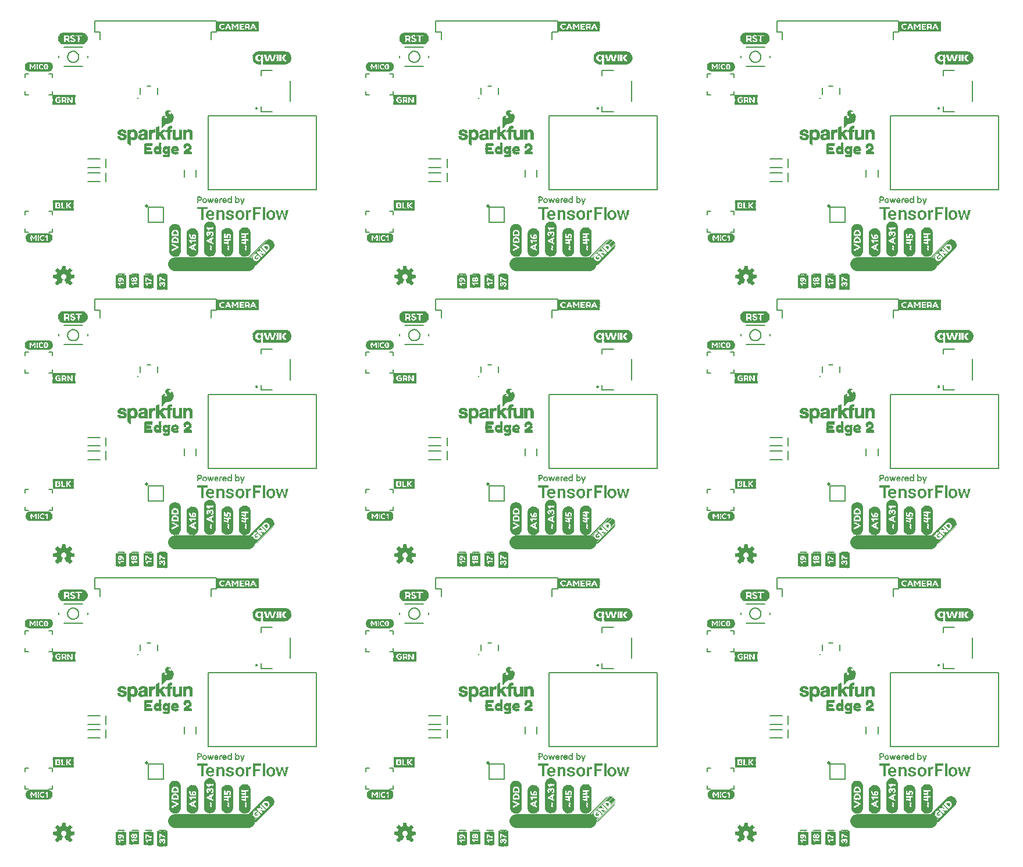
<source format=gto>
G04 EAGLE Gerber RS-274X export*
G75*
%MOMM*%
%FSLAX34Y34*%
%LPD*%
%INSilkscreen Top*%
%IPPOS*%
%AMOC8*
5,1,8,0,0,1.08239X$1,22.5*%
G01*
%ADD10C,2.032000*%
%ADD11C,0.203200*%
%ADD12C,0.508000*%
%ADD13C,0.254000*%
%ADD14R,3.480000X0.040000*%
%ADD15R,3.720000X0.040000*%
%ADD16R,3.880000X0.040000*%
%ADD17R,4.040000X0.040000*%
%ADD18R,4.120000X0.040000*%
%ADD19R,4.200000X0.040000*%
%ADD20R,4.280000X0.040000*%
%ADD21R,1.080000X0.040000*%
%ADD22R,3.040000X0.040000*%
%ADD23R,1.040000X0.040000*%
%ADD24R,0.320000X0.040000*%
%ADD25R,0.480000X0.040000*%
%ADD26R,0.160000X0.040000*%
%ADD27R,0.960000X0.040000*%
%ADD28R,0.200000X0.040000*%
%ADD29R,0.400000X0.040000*%
%ADD30R,0.120000X0.040000*%
%ADD31R,0.360000X0.040000*%
%ADD32R,0.880000X0.040000*%
%ADD33R,0.920000X0.040000*%
%ADD34R,0.280000X0.040000*%
%ADD35R,0.840000X0.040000*%
%ADD36R,0.240000X0.040000*%
%ADD37R,0.720000X0.040000*%
%ADD38R,0.760000X0.040000*%
%ADD39R,0.040000X0.040000*%
%ADD40R,0.080000X0.040000*%
%ADD41R,1.000000X0.040000*%
%ADD42R,0.440000X0.040000*%
%ADD43R,0.040000X3.560000*%
%ADD44R,0.040000X3.800000*%
%ADD45R,0.040000X3.960000*%
%ADD46R,0.040000X4.120000*%
%ADD47R,0.040000X4.200000*%
%ADD48R,0.040000X4.280000*%
%ADD49R,0.040000X4.360000*%
%ADD50R,0.040000X0.800000*%
%ADD51R,0.040000X0.720000*%
%ADD52R,0.040000X2.840000*%
%ADD53R,0.040000X0.760000*%
%ADD54R,0.040000X0.640000*%
%ADD55R,0.040000X0.160000*%
%ADD56R,0.040000X0.440000*%
%ADD57R,0.040000X1.080000*%
%ADD58R,0.040000X0.560000*%
%ADD59R,0.040000X0.120000*%
%ADD60R,0.040000X0.360000*%
%ADD61R,0.040000X1.000000*%
%ADD62R,0.040000X0.080000*%
%ADD63R,0.040000X0.280000*%
%ADD64R,0.040000X0.960000*%
%ADD65R,0.040000X0.480000*%
%ADD66R,0.040000X0.240000*%
%ADD67R,0.040000X0.920000*%
%ADD68R,0.040000X0.200000*%
%ADD69R,0.040000X0.840000*%
%ADD70R,0.040000X0.880000*%
%ADD71R,0.040000X0.400000*%
%ADD72R,0.040000X0.320000*%
%ADD73R,0.040000X1.040000*%
%ADD74R,0.040000X1.120000*%
%ADD75R,0.040000X0.520000*%
%ADD76R,0.040000X0.600000*%
%ADD77R,3.080000X0.040000*%
%ADD78R,3.320000X0.040000*%
%ADD79R,3.640000X0.040000*%
%ADD80R,3.800000X0.040000*%
%ADD81R,1.840000X0.040000*%
%ADD82R,1.920000X0.040000*%
%ADD83R,0.680000X0.040000*%
%ADD84R,0.800000X0.040000*%
%ADD85R,1.160000X0.040000*%
%ADD86R,1.200000X0.040000*%
%ADD87R,0.600000X0.040000*%
%ADD88R,0.560000X0.040000*%
%ADD89R,0.640000X0.040000*%
%ADD90R,1.120000X0.040000*%
%ADD91R,3.040000X0.030000*%
%ADD92R,2.480000X0.030000*%
%ADD93R,0.490000X0.030000*%
%ADD94R,0.420000X0.040000*%
%ADD95R,0.380000X0.030000*%
%ADD96R,0.210000X0.030000*%
%ADD97R,0.530000X0.030000*%
%ADD98R,0.240000X0.030000*%
%ADD99R,0.380000X0.040000*%
%ADD100R,0.170000X0.040000*%
%ADD101R,0.530000X0.040000*%
%ADD102R,0.170000X0.030000*%
%ADD103R,0.140000X0.040000*%
%ADD104R,0.140000X0.030000*%
%ADD105R,0.450000X0.030000*%
%ADD106R,0.100000X0.040000*%
%ADD107R,0.490000X0.040000*%
%ADD108R,0.070000X0.030000*%
%ADD109R,0.520000X0.030000*%
%ADD110R,0.030000X0.040000*%
%ADD111R,0.590000X0.030000*%
%ADD112R,0.630000X0.040000*%
%ADD113R,0.660000X0.030000*%
%ADD114R,0.070000X0.040000*%
%ADD115R,0.700000X0.040000*%
%ADD116R,0.100000X0.030000*%
%ADD117R,0.280000X0.030000*%
%ADD118R,0.110000X0.030000*%
%ADD119R,0.420000X0.030000*%
%ADD120R,0.110000X0.040000*%
%ADD121R,0.210000X0.040000*%
%ADD122R,0.350000X0.030000*%
%ADD123R,3.330000X0.040000*%
%ADD124R,3.330000X0.030000*%
%ADD125R,0.770000X0.030000*%
%ADD126R,2.350000X0.030000*%
%ADD127R,0.670000X0.040000*%
%ADD128R,0.600000X0.030000*%
%ADD129R,0.320000X0.030000*%
%ADD130R,0.460000X0.030000*%
%ADD131R,0.250000X0.030000*%
%ADD132R,0.460000X0.040000*%
%ADD133R,0.630000X0.030000*%
%ADD134R,0.660000X0.040000*%
%ADD135R,0.180000X0.040000*%
%ADD136R,0.700000X0.030000*%
%ADD137R,0.390000X0.040000*%
%ADD138R,0.250000X0.040000*%
%ADD139R,0.390000X0.030000*%
%ADD140R,0.180000X0.030000*%
%ADD141R,0.040000X0.030000*%
%ADD142R,0.310000X0.040000*%
%ADD143R,0.310000X0.030000*%
%ADD144R,0.040000X2.210000*%
%ADD145R,0.030000X2.210000*%
%ADD146R,0.030000X0.670000*%
%ADD147R,0.030000X1.370000*%
%ADD148R,0.040000X0.210000*%
%ADD149R,0.040000X0.420000*%
%ADD150R,0.030000X0.530000*%
%ADD151R,0.030000X0.180000*%
%ADD152R,0.030000X0.390000*%
%ADD153R,0.040000X0.490000*%
%ADD154R,0.040000X0.140000*%
%ADD155R,0.040000X0.390000*%
%ADD156R,0.030000X0.460000*%
%ADD157R,0.030000X0.110000*%
%ADD158R,0.040000X0.460000*%
%ADD159R,0.040000X0.110000*%
%ADD160R,0.030000X0.070000*%
%ADD161R,0.030000X0.100000*%
%ADD162R,0.030000X0.420000*%
%ADD163R,0.040000X0.170000*%
%ADD164R,0.040000X0.450000*%
%ADD165R,0.030000X0.250000*%
%ADD166R,0.030000X0.450000*%
%ADD167R,0.040000X0.530000*%
%ADD168R,0.040000X0.670000*%
%ADD169R,0.030000X0.350000*%
%ADD170R,0.030000X0.560000*%
%ADD171R,0.030000X0.810000*%
%ADD172R,0.030000X0.280000*%
%ADD173R,0.030000X0.600000*%
%ADD174R,0.040000X0.630000*%
%ADD175R,0.030000X0.240000*%
%ADD176R,0.030000X0.630000*%
%ADD177R,0.040000X0.250000*%
%ADD178R,0.030000X0.170000*%
%ADD179R,0.030000X0.210000*%
%ADD180R,0.040000X0.700000*%
%ADD181R,0.030000X0.700000*%
%ADD182R,0.030000X0.490000*%
%ADD183R,0.030000X0.740000*%
%ADD184R,4.040000X0.020000*%
%ADD185R,4.260000X0.020000*%
%ADD186R,4.380000X0.020000*%
%ADD187R,4.500000X0.020000*%
%ADD188R,4.580000X0.020000*%
%ADD189R,4.660000X0.020000*%
%ADD190R,4.740000X0.020000*%
%ADD191R,4.800000X0.020000*%
%ADD192R,4.860000X0.020000*%
%ADD193R,4.920000X0.020000*%
%ADD194R,4.960000X0.020000*%
%ADD195R,5.020000X0.020000*%
%ADD196R,5.060000X0.020000*%
%ADD197R,5.100000X0.020000*%
%ADD198R,5.140000X0.020000*%
%ADD199R,5.180000X0.020000*%
%ADD200R,5.220000X0.020000*%
%ADD201R,5.240000X0.020000*%
%ADD202R,5.260000X0.020000*%
%ADD203R,5.300000X0.020000*%
%ADD204R,0.600000X0.020000*%
%ADD205R,0.200000X0.020000*%
%ADD206R,0.050000X0.020000*%
%ADD207R,0.420000X0.020000*%
%ADD208R,0.040000X0.020000*%
%ADD209R,0.080000X0.020000*%
%ADD210R,0.480000X0.020000*%
%ADD211R,0.560000X0.020000*%
%ADD212R,0.160000X0.020000*%
%ADD213R,0.070000X0.020000*%
%ADD214R,0.060000X0.020000*%
%ADD215R,0.400000X0.020000*%
%ADD216R,0.580000X0.020000*%
%ADD217R,0.520000X0.020000*%
%ADD218R,0.120000X0.020000*%
%ADD219R,0.380000X0.020000*%
%ADD220R,0.360000X0.020000*%
%ADD221R,0.500000X0.020000*%
%ADD222R,0.320000X0.020000*%
%ADD223R,0.090000X0.020000*%
%ADD224R,0.280000X0.020000*%
%ADD225R,0.620000X0.020000*%
%ADD226R,0.480000X0.010000*%
%ADD227R,0.040000X0.010000*%
%ADD228R,0.090000X0.010000*%
%ADD229R,0.380000X0.010000*%
%ADD230R,0.360000X0.010000*%
%ADD231R,0.080000X0.010000*%
%ADD232R,0.260000X0.010000*%
%ADD233R,0.620000X0.010000*%
%ADD234R,0.460000X0.020000*%
%ADD235R,0.020000X0.020000*%
%ADD236R,0.110000X0.020000*%
%ADD237R,0.340000X0.020000*%
%ADD238R,0.240000X0.020000*%
%ADD239R,0.640000X0.020000*%
%ADD240R,0.100000X0.020000*%
%ADD241R,0.220000X0.020000*%
%ADD242R,0.440000X0.020000*%
%ADD243R,0.660000X0.020000*%
%ADD244R,0.130000X0.020000*%
%ADD245R,0.300000X0.020000*%
%ADD246R,0.180000X0.020000*%
%ADD247R,0.680000X0.020000*%
%ADD248R,0.150000X0.020000*%
%ADD249R,0.140000X0.020000*%
%ADD250R,0.260000X0.020000*%
%ADD251R,0.690000X0.020000*%
%ADD252R,0.790000X0.020000*%
%ADD253R,0.170000X0.020000*%
%ADD254R,0.840000X0.020000*%
%ADD255R,0.860000X0.020000*%
%ADD256R,0.900000X0.020000*%
%ADD257R,0.370000X0.020000*%
%ADD258R,0.190000X0.020000*%
%ADD259R,0.920000X0.020000*%
%ADD260R,0.410000X0.020000*%
%ADD261R,0.210000X0.020000*%
%ADD262R,0.940000X0.020000*%
%ADD263R,0.430000X0.020000*%
%ADD264R,0.960000X0.020000*%
%ADD265R,0.450000X0.020000*%
%ADD266R,0.230000X0.020000*%
%ADD267R,0.250000X0.020000*%
%ADD268R,0.270000X0.020000*%
%ADD269R,0.290000X0.020000*%
%ADD270R,0.310000X0.020000*%
%ADD271R,0.880000X0.020000*%
%ADD272R,0.330000X0.020000*%
%ADD273R,0.350000X0.020000*%
%ADD274R,0.810000X0.020000*%
%ADD275R,0.440000X0.010000*%
%ADD276R,0.390000X0.010000*%
%ADD277R,0.310000X0.010000*%
%ADD278R,0.370000X0.010000*%
%ADD279R,0.200000X0.010000*%
%ADD280R,0.640000X0.010000*%
%ADD281R,0.390000X0.020000*%
%ADD282R,3.220000X0.020000*%
%ADD283R,1.010000X0.020000*%
%ADD284R,3.910000X0.020000*%
%ADD285R,0.990000X0.020000*%
%ADD286R,3.890000X0.020000*%
%ADD287R,3.870000X0.020000*%
%ADD288R,0.970000X0.020000*%
%ADD289R,3.850000X0.020000*%
%ADD290R,0.950000X0.020000*%
%ADD291R,3.830000X0.020000*%
%ADD292R,0.930000X0.020000*%
%ADD293R,3.810000X0.020000*%
%ADD294R,0.910000X0.020000*%
%ADD295R,0.890000X0.020000*%
%ADD296R,3.770000X0.020000*%
%ADD297R,0.850000X0.020000*%
%ADD298R,3.750000X0.020000*%
%ADD299R,0.830000X0.020000*%
%ADD300R,3.730000X0.020000*%
%ADD301R,3.690000X0.020000*%
%ADD302R,0.770000X0.020000*%
%ADD303R,3.670000X0.020000*%
%ADD304R,0.750000X0.020000*%
%ADD305R,3.630000X0.020000*%
%ADD306R,0.710000X0.020000*%
%ADD307R,3.610000X0.020000*%
%ADD308R,0.670000X0.020000*%
%ADD309R,3.570000X0.020000*%
%ADD310R,0.610000X0.020000*%
%ADD311R,3.510000X0.020000*%
%ADD312R,0.570000X0.020000*%
%ADD313R,3.450000X0.020000*%
%ADD314R,0.490000X0.020000*%
%ADD315R,3.370000X0.020000*%
%ADD316R,3.270000X0.020000*%
%ADD317R,6.120000X0.040000*%
%ADD318R,6.120000X0.030000*%
%ADD319R,0.800000X0.030000*%
%ADD320R,5.210000X0.030000*%
%ADD321R,0.590000X0.040000*%
%ADD322R,0.730000X0.040000*%
%ADD323R,0.560000X0.030000*%
%ADD324R,0.730000X0.030000*%
%ADD325R,0.520000X0.040000*%
%ADD326R,0.450000X0.040000*%
%ADD327R,0.350000X0.040000*%
%ADD328R,0.810000X0.030000*%
%ADD329R,0.810000X0.040000*%
%ADD330R,0.770000X0.040000*%
%ADD331R,0.040000X0.040000*%
%ADD332R,0.740000X0.030000*%
%ADD333R,0.740000X0.040000*%
%ADD334R,0.140000X0.050000*%
%ADD335R,0.420000X0.050000*%
%ADD336R,0.600000X0.050000*%
%ADD337R,0.230000X0.050000*%
%ADD338R,0.190000X0.040000*%
%ADD339R,0.090000X0.050000*%
%ADD340R,0.320000X0.050000*%
%ADD341R,0.180000X0.050000*%
%ADD342R,0.190000X0.050000*%
%ADD343R,0.380000X0.050000*%
%ADD344R,0.520000X0.050000*%
%ADD345R,0.470000X0.040000*%
%ADD346R,0.570000X0.040000*%
%ADD347R,0.240000X0.050000*%
%ADD348R,0.280000X0.050000*%
%ADD349R,0.150000X0.040000*%
%ADD350R,0.560000X0.050000*%
%ADD351R,0.150000X0.050000*%
%ADD352R,0.610000X0.050000*%
%ADD353R,0.100000X0.050000*%
%ADD354R,0.090000X0.040000*%
%ADD355R,0.610000X0.040000*%
%ADD356R,0.330000X0.050000*%
%ADD357R,0.230000X0.040000*%
%ADD358R,0.290000X0.050000*%
%ADD359R,0.470000X0.050000*%
%ADD360R,0.570000X0.050000*%
%ADD361R,0.330000X0.040000*%
%ADD362R,1.450000X0.040000*%
%ADD363R,1.130000X0.040000*%
%ADD364R,1.450000X0.050000*%
%ADD365R,1.130000X0.050000*%
%ADD366R,0.370000X0.050000*%
%ADD367R,0.750000X0.040000*%
%ADD368R,0.790000X0.040000*%
%ADD369R,0.840000X0.050000*%
%ADD370R,1.030000X0.050000*%
%ADD371R,0.890000X0.050000*%
%ADD372R,0.750000X0.050000*%
%ADD373R,0.930000X0.050000*%
%ADD374R,1.080000X0.050000*%
%ADD375R,0.460000X0.050000*%
%ADD376R,0.940000X0.050000*%
%ADD377R,0.430000X0.050000*%
%ADD378R,1.030000X0.040000*%
%ADD379R,1.170000X0.040000*%
%ADD380R,1.170000X0.050000*%
%ADD381R,0.700000X0.050000*%
%ADD382R,0.370000X0.040000*%
%ADD383R,0.050000X0.040000*%
%ADD384R,0.980000X0.050000*%
%ADD385R,0.790000X0.050000*%
%ADD386R,0.800000X0.050000*%
%ADD387R,0.510000X0.050000*%
%ADD388R,3.110000X0.040000*%
%ADD389R,3.290000X0.030000*%
%ADD390R,3.430000X0.030000*%
%ADD391R,3.550000X0.030000*%
%ADD392R,3.610000X0.030000*%
%ADD393R,3.680000X0.040000*%
%ADD394R,3.750000X0.030000*%
%ADD395R,2.240000X0.030000*%
%ADD396R,0.540000X0.030000*%
%ADD397R,0.610000X0.030000*%
%ADD398R,0.130000X0.030000*%
%ADD399R,0.360000X0.030000*%
%ADD400R,0.480000X0.030000*%
%ADD401R,0.290000X0.030000*%
%ADD402R,0.640000X0.030000*%
%ADD403R,0.190000X0.030000*%
%ADD404R,0.670000X0.030000*%
%ADD405R,0.160000X0.030000*%
%ADD406R,0.710000X0.030000*%
%ADD407R,0.680000X0.030000*%
%ADD408R,0.220000X0.030000*%
%ADD409R,0.710000X0.040000*%
%ADD410R,0.550000X0.030000*%
%ADD411R,0.580000X0.030000*%
%ADD412R,0.060000X0.040000*%
%ADD413R,0.580000X0.040000*%
%ADD414R,0.060000X0.030000*%
%ADD415R,0.090000X0.030000*%
%ADD416R,0.550000X0.040000*%
%ADD417R,0.510000X0.030000*%
%ADD418R,0.510000X0.040000*%
%ADD419R,0.130000X0.040000*%
%ADD420R,0.260000X0.030000*%
%ADD421R,0.570000X0.030000*%
%ADD422C,0.127000*%
%ADD423C,0.152400*%
%ADD424R,0.040000X3.080000*%
%ADD425R,0.040000X3.320000*%
%ADD426R,0.040000X3.480000*%
%ADD427R,0.040000X3.640000*%
%ADD428R,0.040000X3.720000*%
%ADD429R,0.040000X3.880000*%
%ADD430R,0.040000X1.800000*%
%ADD431R,0.040000X1.840000*%
%ADD432R,0.040000X2.280000*%
%ADD433R,0.040000X2.240000*%
%ADD434R,0.040000X2.200000*%
%ADD435R,0.040000X0.680000*%
%ADD436R,0.040000X2.920000*%
%ADD437R,0.040000X3.160000*%
%ADD438R,0.040000X1.760000*%
%ADD439R,0.040000X1.160000*%
%ADD440R,0.040000X1.240000*%
%ADD441R,0.040000X1.200000*%
%ADD442R,0.040000X2.160000*%
%ADD443R,0.040000X4.440000*%
%ADD444R,0.040000X4.520000*%
%ADD445R,0.040000X4.600000*%
%ADD446R,0.040000X4.680000*%
%ADD447R,0.040000X3.000000*%
%ADD448R,0.040000X1.560000*%
%ADD449R,0.040000X2.080000*%
%ADD450R,0.040000X2.040000*%
%ADD451R,0.040000X2.000000*%
%ADD452R,0.040000X1.960000*%
%ADD453R,0.040000X1.720000*%
%ADD454R,0.040000X1.680000*%
%ADD455R,0.040000X1.640000*%
%ADD456R,0.040000X1.280000*%
%ADD457R,2.900000X0.040000*%
%ADD458R,3.090000X0.030000*%
%ADD459R,3.220000X0.030000*%
%ADD460R,3.350000X0.030000*%
%ADD461R,3.410000X0.040000*%
%ADD462R,3.480000X0.030000*%
%ADD463R,3.540000X0.030000*%
%ADD464R,1.230000X0.030000*%
%ADD465R,0.330000X0.030000*%
%ADD466R,0.620000X0.030000*%
%ADD467R,0.270000X0.030000*%
%ADD468R,0.650000X0.040000*%
%ADD469R,0.650000X0.030000*%
%ADD470R,0.300000X0.030000*%
%ADD471R,0.690000X0.030000*%
%ADD472R,0.690000X0.040000*%
%ADD473R,0.030000X0.030000*%
%ADD474R,0.780000X0.030000*%
%ADD475R,0.780000X0.040000*%
%ADD476R,0.750000X0.030000*%
%ADD477R,0.200000X0.030000*%
%ADD478R,0.300000X0.040000*%
%ADD479R,0.290000X0.040000*%
%ADD480R,0.040000X1.930000*%
%ADD481R,0.030000X1.930000*%
%ADD482R,0.040000X0.100000*%
%ADD483R,0.040000X0.070000*%
%ADD484R,0.040000X0.380000*%
%ADD485R,0.040000X0.350000*%
%ADD486R,0.030000X0.310000*%
%ADD487R,0.040000X0.310000*%
%ADD488R,0.040000X1.920000*%
%ADD489R,0.030000X1.920000*%
%ADD490R,0.030000X1.120000*%
%ADD491R,0.030000X0.590000*%
%ADD492R,0.040000X0.180000*%
%ADD493R,0.030000X0.140000*%
%ADD494R,0.030000X0.380000*%
%ADD495R,0.040000X0.590000*%
%ADD496R,0.300000X0.060000*%
%ADD497R,0.960000X0.060000*%
%ADD498R,0.360000X0.060000*%
%ADD499R,1.200000X0.060000*%
%ADD500R,0.420000X0.060000*%
%ADD501R,0.600000X0.060000*%
%ADD502R,1.260000X0.060000*%
%ADD503R,0.780000X0.060000*%
%ADD504R,0.900000X0.060000*%
%ADD505R,1.080000X0.060000*%
%ADD506R,0.120000X0.060000*%
%ADD507R,0.480000X0.060000*%
%ADD508R,0.540000X0.060000*%
%ADD509R,1.020000X0.060000*%
%ADD510R,1.140000X0.060000*%
%ADD511R,0.660000X0.060000*%
%ADD512R,0.720000X0.060000*%
%ADD513R,0.180000X0.060000*%
%ADD514R,0.840000X0.060000*%
%ADD515R,0.240000X0.060000*%

G36*
X1068760Y412526D02*
X1068760Y412526D01*
X1068868Y412536D01*
X1068881Y412542D01*
X1068894Y412544D01*
X1068992Y412592D01*
X1069091Y412637D01*
X1069104Y412648D01*
X1069113Y412652D01*
X1069128Y412668D01*
X1069205Y412730D01*
X1071790Y415315D01*
X1071853Y415404D01*
X1071919Y415489D01*
X1071924Y415502D01*
X1071932Y415514D01*
X1071963Y415617D01*
X1071999Y415720D01*
X1071999Y415734D01*
X1072003Y415747D01*
X1071999Y415855D01*
X1072000Y415964D01*
X1071995Y415977D01*
X1071995Y415991D01*
X1071957Y416093D01*
X1071922Y416195D01*
X1071912Y416210D01*
X1071909Y416219D01*
X1071895Y416236D01*
X1071841Y416318D01*
X1069077Y419708D01*
X1069634Y420790D01*
X1069640Y420810D01*
X1069682Y420905D01*
X1070053Y422064D01*
X1074404Y422507D01*
X1074508Y422535D01*
X1074614Y422560D01*
X1074626Y422567D01*
X1074639Y422570D01*
X1074729Y422631D01*
X1074821Y422688D01*
X1074830Y422699D01*
X1074842Y422707D01*
X1074908Y422793D01*
X1074976Y422877D01*
X1074981Y422890D01*
X1074990Y422901D01*
X1075024Y423004D01*
X1075063Y423105D01*
X1075064Y423123D01*
X1075068Y423132D01*
X1075067Y423154D01*
X1075077Y423252D01*
X1075077Y426908D01*
X1075059Y427015D01*
X1075046Y427123D01*
X1075040Y427135D01*
X1075037Y427149D01*
X1074986Y427245D01*
X1074939Y427342D01*
X1074929Y427352D01*
X1074922Y427364D01*
X1074843Y427438D01*
X1074767Y427515D01*
X1074755Y427521D01*
X1074744Y427531D01*
X1074646Y427576D01*
X1074548Y427624D01*
X1074531Y427628D01*
X1074522Y427632D01*
X1074501Y427634D01*
X1074404Y427653D01*
X1070053Y428096D01*
X1069682Y429255D01*
X1069673Y429272D01*
X1069671Y429280D01*
X1069667Y429287D01*
X1069634Y429370D01*
X1069077Y430452D01*
X1071841Y433842D01*
X1071895Y433936D01*
X1071952Y434028D01*
X1071955Y434041D01*
X1071962Y434053D01*
X1071983Y434160D01*
X1072008Y434265D01*
X1072006Y434279D01*
X1072009Y434293D01*
X1071994Y434400D01*
X1071984Y434508D01*
X1071978Y434521D01*
X1071976Y434534D01*
X1071928Y434632D01*
X1071883Y434731D01*
X1071872Y434744D01*
X1071868Y434753D01*
X1071852Y434768D01*
X1071790Y434845D01*
X1069205Y437430D01*
X1069116Y437493D01*
X1069031Y437559D01*
X1069018Y437564D01*
X1069006Y437572D01*
X1068903Y437603D01*
X1068800Y437639D01*
X1068786Y437639D01*
X1068773Y437643D01*
X1068665Y437639D01*
X1068556Y437640D01*
X1068543Y437635D01*
X1068529Y437635D01*
X1068427Y437597D01*
X1068325Y437562D01*
X1068310Y437553D01*
X1068301Y437549D01*
X1068284Y437535D01*
X1068201Y437481D01*
X1064812Y434717D01*
X1063730Y435274D01*
X1063710Y435280D01*
X1063615Y435322D01*
X1062456Y435693D01*
X1062013Y440044D01*
X1061985Y440148D01*
X1061960Y440254D01*
X1061953Y440266D01*
X1061949Y440279D01*
X1061889Y440369D01*
X1061832Y440462D01*
X1061821Y440470D01*
X1061813Y440482D01*
X1061727Y440548D01*
X1061643Y440616D01*
X1061630Y440621D01*
X1061619Y440630D01*
X1061516Y440664D01*
X1061415Y440703D01*
X1061397Y440704D01*
X1061388Y440708D01*
X1061366Y440707D01*
X1061268Y440717D01*
X1057612Y440717D01*
X1057504Y440700D01*
X1057397Y440686D01*
X1057385Y440680D01*
X1057371Y440678D01*
X1057275Y440626D01*
X1057178Y440579D01*
X1057168Y440569D01*
X1057156Y440563D01*
X1057082Y440483D01*
X1057005Y440407D01*
X1056999Y440395D01*
X1056989Y440384D01*
X1056944Y440286D01*
X1056896Y440189D01*
X1056892Y440171D01*
X1056888Y440162D01*
X1056886Y440141D01*
X1056867Y440044D01*
X1056424Y435693D01*
X1055265Y435322D01*
X1055247Y435312D01*
X1055150Y435274D01*
X1054068Y434717D01*
X1050678Y437481D01*
X1050584Y437535D01*
X1050492Y437592D01*
X1050479Y437595D01*
X1050467Y437602D01*
X1050360Y437623D01*
X1050255Y437648D01*
X1050241Y437646D01*
X1050227Y437649D01*
X1050120Y437634D01*
X1050012Y437624D01*
X1049999Y437618D01*
X1049985Y437616D01*
X1049888Y437568D01*
X1049789Y437523D01*
X1049776Y437512D01*
X1049767Y437508D01*
X1049752Y437492D01*
X1049675Y437430D01*
X1047090Y434845D01*
X1047027Y434756D01*
X1046961Y434671D01*
X1046956Y434658D01*
X1046948Y434646D01*
X1046917Y434543D01*
X1046881Y434440D01*
X1046881Y434426D01*
X1046877Y434413D01*
X1046881Y434305D01*
X1046880Y434196D01*
X1046885Y434183D01*
X1046885Y434169D01*
X1046923Y434067D01*
X1046958Y433965D01*
X1046967Y433950D01*
X1046971Y433941D01*
X1046985Y433924D01*
X1047039Y433842D01*
X1049803Y430452D01*
X1049246Y429370D01*
X1049239Y429350D01*
X1049198Y429255D01*
X1048827Y428096D01*
X1044476Y427653D01*
X1044372Y427625D01*
X1044266Y427600D01*
X1044254Y427593D01*
X1044241Y427590D01*
X1044151Y427529D01*
X1044058Y427472D01*
X1044050Y427461D01*
X1044038Y427453D01*
X1043972Y427367D01*
X1043903Y427283D01*
X1043899Y427270D01*
X1043890Y427259D01*
X1043856Y427156D01*
X1043817Y427055D01*
X1043816Y427037D01*
X1043812Y427028D01*
X1043812Y427006D01*
X1043803Y426908D01*
X1043803Y423252D01*
X1043820Y423145D01*
X1043834Y423037D01*
X1043840Y423025D01*
X1043842Y423011D01*
X1043894Y422915D01*
X1043941Y422818D01*
X1043951Y422808D01*
X1043957Y422796D01*
X1044037Y422722D01*
X1044113Y422645D01*
X1044125Y422639D01*
X1044135Y422629D01*
X1044234Y422584D01*
X1044331Y422536D01*
X1044349Y422532D01*
X1044358Y422528D01*
X1044379Y422526D01*
X1044476Y422507D01*
X1048827Y422064D01*
X1049198Y420905D01*
X1049208Y420887D01*
X1049246Y420790D01*
X1049803Y419708D01*
X1047039Y416318D01*
X1046985Y416224D01*
X1046928Y416132D01*
X1046925Y416119D01*
X1046918Y416107D01*
X1046897Y416000D01*
X1046872Y415895D01*
X1046874Y415881D01*
X1046871Y415867D01*
X1046886Y415760D01*
X1046896Y415652D01*
X1046902Y415639D01*
X1046904Y415625D01*
X1046952Y415528D01*
X1046997Y415429D01*
X1047008Y415416D01*
X1047012Y415407D01*
X1047027Y415392D01*
X1047090Y415315D01*
X1049675Y412730D01*
X1049764Y412667D01*
X1049849Y412601D01*
X1049862Y412596D01*
X1049873Y412588D01*
X1049977Y412557D01*
X1050080Y412521D01*
X1050094Y412521D01*
X1050107Y412517D01*
X1050215Y412521D01*
X1050324Y412520D01*
X1050337Y412525D01*
X1050351Y412525D01*
X1050453Y412563D01*
X1050555Y412598D01*
X1050570Y412607D01*
X1050579Y412611D01*
X1050596Y412625D01*
X1050678Y412679D01*
X1054068Y415443D01*
X1055150Y414886D01*
X1055203Y414869D01*
X1055252Y414843D01*
X1055318Y414832D01*
X1055382Y414811D01*
X1055438Y414812D01*
X1055492Y414803D01*
X1055559Y414814D01*
X1055626Y414815D01*
X1055678Y414833D01*
X1055733Y414842D01*
X1055793Y414874D01*
X1055856Y414897D01*
X1055899Y414931D01*
X1055948Y414957D01*
X1055995Y415006D01*
X1056047Y415048D01*
X1056077Y415095D01*
X1056115Y415135D01*
X1056172Y415240D01*
X1056180Y415253D01*
X1056181Y415258D01*
X1056185Y415265D01*
X1058338Y420462D01*
X1058358Y420546D01*
X1058363Y420558D01*
X1058365Y420574D01*
X1058390Y420660D01*
X1058389Y420680D01*
X1058394Y420700D01*
X1058386Y420782D01*
X1058387Y420801D01*
X1058383Y420821D01*
X1058379Y420904D01*
X1058372Y420923D01*
X1058370Y420943D01*
X1058338Y421012D01*
X1058332Y421039D01*
X1058317Y421063D01*
X1058290Y421132D01*
X1058277Y421147D01*
X1058269Y421165D01*
X1058223Y421214D01*
X1058203Y421246D01*
X1058172Y421272D01*
X1058133Y421318D01*
X1058112Y421333D01*
X1058102Y421343D01*
X1058081Y421355D01*
X1058018Y421399D01*
X1058015Y421401D01*
X1058014Y421401D01*
X1058012Y421403D01*
X1057128Y421898D01*
X1056449Y422525D01*
X1055935Y423294D01*
X1055615Y424162D01*
X1055507Y425079D01*
X1055619Y426014D01*
X1055951Y426895D01*
X1056483Y427672D01*
X1057184Y428301D01*
X1058014Y428744D01*
X1058926Y428978D01*
X1059867Y428988D01*
X1060784Y428774D01*
X1061624Y428349D01*
X1062338Y427736D01*
X1062887Y426971D01*
X1063238Y426097D01*
X1063371Y425165D01*
X1063279Y424228D01*
X1062966Y423340D01*
X1062452Y422552D01*
X1061765Y421908D01*
X1060866Y421402D01*
X1060825Y421369D01*
X1060784Y421347D01*
X1060753Y421314D01*
X1060705Y421279D01*
X1060692Y421262D01*
X1060676Y421249D01*
X1060641Y421195D01*
X1060617Y421169D01*
X1060603Y421138D01*
X1060562Y421081D01*
X1060556Y421061D01*
X1060545Y421043D01*
X1060527Y420970D01*
X1060517Y420947D01*
X1060514Y420923D01*
X1060491Y420847D01*
X1060492Y420827D01*
X1060487Y420806D01*
X1060494Y420722D01*
X1060492Y420704D01*
X1060496Y420688D01*
X1060499Y420604D01*
X1060507Y420577D01*
X1060508Y420563D01*
X1060518Y420541D01*
X1060542Y420462D01*
X1060850Y419717D01*
X1060851Y419717D01*
X1061161Y418968D01*
X1061471Y418219D01*
X1061471Y418218D01*
X1061782Y417470D01*
X1061782Y417469D01*
X1062092Y416720D01*
X1062402Y415971D01*
X1062403Y415970D01*
X1062695Y415265D01*
X1062724Y415218D01*
X1062745Y415166D01*
X1062788Y415115D01*
X1062824Y415058D01*
X1062867Y415023D01*
X1062902Y414980D01*
X1062960Y414946D01*
X1063012Y414903D01*
X1063064Y414884D01*
X1063112Y414855D01*
X1063178Y414841D01*
X1063241Y414817D01*
X1063296Y414815D01*
X1063350Y414804D01*
X1063417Y414811D01*
X1063484Y414809D01*
X1063538Y414825D01*
X1063593Y414832D01*
X1063704Y414876D01*
X1063718Y414880D01*
X1063722Y414883D01*
X1063730Y414886D01*
X1064812Y415443D01*
X1068201Y412679D01*
X1068296Y412625D01*
X1068388Y412568D01*
X1068401Y412565D01*
X1068413Y412558D01*
X1068520Y412537D01*
X1068625Y412512D01*
X1068639Y412514D01*
X1068653Y412511D01*
X1068760Y412526D01*
G37*
G36*
X572240Y412526D02*
X572240Y412526D01*
X572348Y412536D01*
X572361Y412542D01*
X572374Y412544D01*
X572472Y412592D01*
X572571Y412637D01*
X572584Y412648D01*
X572593Y412652D01*
X572608Y412668D01*
X572685Y412730D01*
X575270Y415315D01*
X575333Y415404D01*
X575399Y415489D01*
X575404Y415502D01*
X575412Y415514D01*
X575443Y415617D01*
X575479Y415720D01*
X575479Y415734D01*
X575483Y415747D01*
X575479Y415855D01*
X575480Y415964D01*
X575475Y415977D01*
X575475Y415991D01*
X575437Y416093D01*
X575402Y416195D01*
X575393Y416210D01*
X575389Y416219D01*
X575375Y416236D01*
X575321Y416318D01*
X572557Y419708D01*
X573114Y420790D01*
X573120Y420810D01*
X573162Y420905D01*
X573533Y422064D01*
X577884Y422507D01*
X577988Y422535D01*
X578094Y422560D01*
X578106Y422567D01*
X578119Y422570D01*
X578209Y422631D01*
X578302Y422688D01*
X578310Y422699D01*
X578322Y422707D01*
X578388Y422793D01*
X578456Y422877D01*
X578461Y422890D01*
X578470Y422901D01*
X578504Y423004D01*
X578543Y423105D01*
X578544Y423123D01*
X578548Y423132D01*
X578547Y423154D01*
X578557Y423252D01*
X578557Y426908D01*
X578540Y427015D01*
X578526Y427123D01*
X578520Y427135D01*
X578518Y427149D01*
X578466Y427245D01*
X578419Y427342D01*
X578409Y427352D01*
X578403Y427364D01*
X578323Y427438D01*
X578247Y427515D01*
X578235Y427521D01*
X578224Y427531D01*
X578126Y427576D01*
X578029Y427624D01*
X578011Y427628D01*
X578002Y427632D01*
X577981Y427634D01*
X577884Y427653D01*
X573533Y428096D01*
X573162Y429255D01*
X573153Y429272D01*
X573151Y429280D01*
X573147Y429287D01*
X573114Y429370D01*
X572557Y430452D01*
X575321Y433842D01*
X575375Y433936D01*
X575432Y434028D01*
X575435Y434041D01*
X575442Y434053D01*
X575463Y434160D01*
X575488Y434265D01*
X575486Y434279D01*
X575489Y434293D01*
X575474Y434400D01*
X575464Y434508D01*
X575458Y434521D01*
X575456Y434534D01*
X575408Y434632D01*
X575363Y434731D01*
X575352Y434744D01*
X575348Y434753D01*
X575332Y434768D01*
X575270Y434845D01*
X572685Y437430D01*
X572596Y437493D01*
X572511Y437559D01*
X572498Y437564D01*
X572486Y437572D01*
X572383Y437603D01*
X572280Y437639D01*
X572266Y437639D01*
X572253Y437643D01*
X572145Y437639D01*
X572036Y437640D01*
X572023Y437635D01*
X572009Y437635D01*
X571907Y437597D01*
X571805Y437562D01*
X571790Y437553D01*
X571781Y437549D01*
X571764Y437535D01*
X571682Y437481D01*
X568292Y434717D01*
X567210Y435274D01*
X567190Y435280D01*
X567095Y435322D01*
X565936Y435693D01*
X565493Y440044D01*
X565465Y440148D01*
X565440Y440254D01*
X565433Y440266D01*
X565430Y440279D01*
X565369Y440369D01*
X565312Y440462D01*
X565301Y440470D01*
X565293Y440482D01*
X565207Y440548D01*
X565123Y440616D01*
X565110Y440621D01*
X565099Y440630D01*
X564996Y440664D01*
X564895Y440703D01*
X564877Y440704D01*
X564868Y440708D01*
X564846Y440707D01*
X564748Y440717D01*
X561092Y440717D01*
X560985Y440700D01*
X560877Y440686D01*
X560865Y440680D01*
X560851Y440678D01*
X560755Y440626D01*
X560658Y440579D01*
X560648Y440569D01*
X560636Y440563D01*
X560562Y440483D01*
X560485Y440407D01*
X560479Y440395D01*
X560469Y440384D01*
X560424Y440286D01*
X560376Y440189D01*
X560372Y440171D01*
X560368Y440162D01*
X560366Y440141D01*
X560347Y440044D01*
X559904Y435693D01*
X558745Y435322D01*
X558727Y435312D01*
X558630Y435274D01*
X557548Y434717D01*
X554158Y437481D01*
X554064Y437535D01*
X553972Y437592D01*
X553959Y437595D01*
X553947Y437602D01*
X553840Y437623D01*
X553735Y437648D01*
X553721Y437646D01*
X553707Y437649D01*
X553600Y437634D01*
X553492Y437624D01*
X553479Y437618D01*
X553465Y437616D01*
X553368Y437568D01*
X553269Y437523D01*
X553256Y437512D01*
X553247Y437508D01*
X553232Y437492D01*
X553155Y437430D01*
X550570Y434845D01*
X550507Y434756D01*
X550441Y434671D01*
X550436Y434658D01*
X550428Y434646D01*
X550397Y434543D01*
X550361Y434440D01*
X550361Y434426D01*
X550357Y434413D01*
X550361Y434305D01*
X550360Y434196D01*
X550365Y434183D01*
X550365Y434169D01*
X550403Y434067D01*
X550438Y433965D01*
X550447Y433950D01*
X550451Y433941D01*
X550465Y433924D01*
X550519Y433842D01*
X553283Y430452D01*
X552726Y429370D01*
X552720Y429350D01*
X552678Y429255D01*
X552307Y428096D01*
X547956Y427653D01*
X547852Y427625D01*
X547746Y427600D01*
X547734Y427593D01*
X547721Y427590D01*
X547631Y427529D01*
X547538Y427472D01*
X547530Y427461D01*
X547518Y427453D01*
X547452Y427367D01*
X547383Y427283D01*
X547379Y427270D01*
X547370Y427259D01*
X547336Y427156D01*
X547297Y427055D01*
X547296Y427037D01*
X547292Y427028D01*
X547292Y427006D01*
X547283Y426908D01*
X547283Y423252D01*
X547300Y423145D01*
X547314Y423037D01*
X547320Y423025D01*
X547322Y423011D01*
X547374Y422915D01*
X547421Y422818D01*
X547431Y422808D01*
X547437Y422796D01*
X547517Y422722D01*
X547593Y422645D01*
X547605Y422639D01*
X547615Y422629D01*
X547714Y422584D01*
X547811Y422536D01*
X547829Y422532D01*
X547838Y422528D01*
X547859Y422526D01*
X547956Y422507D01*
X552307Y422064D01*
X552678Y420905D01*
X552688Y420887D01*
X552726Y420790D01*
X553283Y419708D01*
X550519Y416318D01*
X550465Y416224D01*
X550408Y416132D01*
X550405Y416119D01*
X550398Y416107D01*
X550377Y416000D01*
X550352Y415895D01*
X550354Y415881D01*
X550351Y415867D01*
X550366Y415760D01*
X550376Y415652D01*
X550382Y415639D01*
X550384Y415625D01*
X550432Y415528D01*
X550477Y415429D01*
X550488Y415416D01*
X550492Y415407D01*
X550508Y415392D01*
X550570Y415315D01*
X553155Y412730D01*
X553244Y412667D01*
X553329Y412601D01*
X553342Y412596D01*
X553354Y412588D01*
X553457Y412557D01*
X553560Y412521D01*
X553574Y412521D01*
X553587Y412517D01*
X553695Y412521D01*
X553804Y412520D01*
X553817Y412525D01*
X553831Y412525D01*
X553933Y412563D01*
X554035Y412598D01*
X554050Y412607D01*
X554059Y412611D01*
X554076Y412625D01*
X554158Y412679D01*
X557548Y415443D01*
X558630Y414886D01*
X558683Y414869D01*
X558732Y414843D01*
X558798Y414832D01*
X558862Y414811D01*
X558918Y414812D01*
X558972Y414803D01*
X559039Y414814D01*
X559106Y414815D01*
X559158Y414833D01*
X559213Y414842D01*
X559273Y414874D01*
X559336Y414897D01*
X559379Y414931D01*
X559428Y414957D01*
X559475Y415006D01*
X559527Y415048D01*
X559557Y415095D01*
X559595Y415135D01*
X559652Y415240D01*
X559660Y415253D01*
X559661Y415258D01*
X559665Y415265D01*
X561818Y420462D01*
X561838Y420546D01*
X561843Y420558D01*
X561845Y420574D01*
X561870Y420660D01*
X561869Y420680D01*
X561874Y420700D01*
X561866Y420782D01*
X561867Y420801D01*
X561863Y420821D01*
X561859Y420904D01*
X561852Y420923D01*
X561850Y420943D01*
X561818Y421012D01*
X561812Y421039D01*
X561797Y421063D01*
X561770Y421132D01*
X561757Y421147D01*
X561749Y421165D01*
X561704Y421214D01*
X561683Y421246D01*
X561652Y421272D01*
X561613Y421318D01*
X561592Y421333D01*
X561582Y421343D01*
X561561Y421355D01*
X561498Y421399D01*
X561495Y421401D01*
X561494Y421401D01*
X561492Y421403D01*
X560608Y421898D01*
X559929Y422525D01*
X559415Y423294D01*
X559095Y424162D01*
X558987Y425079D01*
X559100Y426014D01*
X559431Y426895D01*
X559963Y427672D01*
X560664Y428301D01*
X561494Y428744D01*
X562406Y428978D01*
X563347Y428988D01*
X564264Y428774D01*
X565104Y428349D01*
X565818Y427736D01*
X566367Y426971D01*
X566718Y426097D01*
X566851Y425165D01*
X566759Y424228D01*
X566447Y423340D01*
X565932Y422552D01*
X565245Y421908D01*
X564346Y421402D01*
X564305Y421369D01*
X564264Y421347D01*
X564233Y421314D01*
X564185Y421279D01*
X564172Y421262D01*
X564156Y421249D01*
X564121Y421195D01*
X564097Y421169D01*
X564084Y421138D01*
X564042Y421081D01*
X564036Y421061D01*
X564025Y421043D01*
X564007Y420970D01*
X563997Y420947D01*
X563994Y420923D01*
X563971Y420847D01*
X563972Y420827D01*
X563967Y420806D01*
X563974Y420722D01*
X563973Y420704D01*
X563976Y420688D01*
X563979Y420604D01*
X563987Y420577D01*
X563988Y420563D01*
X563998Y420541D01*
X564022Y420462D01*
X564330Y419717D01*
X564331Y419717D01*
X564641Y418968D01*
X564951Y418219D01*
X564951Y418218D01*
X565262Y417470D01*
X565262Y417469D01*
X565572Y416720D01*
X565882Y415971D01*
X565883Y415970D01*
X566175Y415265D01*
X566204Y415218D01*
X566225Y415166D01*
X566268Y415115D01*
X566304Y415058D01*
X566347Y415023D01*
X566383Y414980D01*
X566440Y414946D01*
X566492Y414903D01*
X566544Y414884D01*
X566592Y414855D01*
X566658Y414841D01*
X566721Y414817D01*
X566776Y414815D01*
X566830Y414804D01*
X566897Y414811D01*
X566964Y414809D01*
X567018Y414825D01*
X567073Y414832D01*
X567184Y414876D01*
X567198Y414880D01*
X567202Y414883D01*
X567210Y414886D01*
X568292Y415443D01*
X571682Y412679D01*
X571776Y412625D01*
X571868Y412568D01*
X571881Y412565D01*
X571893Y412558D01*
X572000Y412537D01*
X572105Y412512D01*
X572119Y412514D01*
X572133Y412511D01*
X572240Y412526D01*
G37*
G36*
X75720Y412526D02*
X75720Y412526D01*
X75828Y412536D01*
X75841Y412542D01*
X75855Y412544D01*
X75952Y412592D01*
X76051Y412637D01*
X76064Y412648D01*
X76073Y412652D01*
X76088Y412668D01*
X76165Y412730D01*
X78750Y415315D01*
X78813Y415404D01*
X78879Y415489D01*
X78884Y415502D01*
X78892Y415514D01*
X78923Y415617D01*
X78959Y415720D01*
X78959Y415734D01*
X78963Y415747D01*
X78959Y415855D01*
X78960Y415964D01*
X78955Y415977D01*
X78955Y415991D01*
X78917Y416093D01*
X78882Y416195D01*
X78873Y416210D01*
X78869Y416219D01*
X78855Y416236D01*
X78801Y416318D01*
X76037Y419708D01*
X76594Y420790D01*
X76600Y420810D01*
X76642Y420905D01*
X77013Y422064D01*
X81364Y422507D01*
X81468Y422535D01*
X81574Y422560D01*
X81586Y422567D01*
X81599Y422570D01*
X81689Y422631D01*
X81782Y422688D01*
X81790Y422699D01*
X81802Y422707D01*
X81868Y422793D01*
X81937Y422877D01*
X81941Y422890D01*
X81950Y422901D01*
X81984Y423004D01*
X82023Y423105D01*
X82024Y423123D01*
X82028Y423132D01*
X82028Y423154D01*
X82037Y423252D01*
X82037Y426908D01*
X82020Y427015D01*
X82006Y427123D01*
X82000Y427135D01*
X81998Y427149D01*
X81946Y427245D01*
X81899Y427342D01*
X81889Y427352D01*
X81883Y427364D01*
X81803Y427438D01*
X81727Y427515D01*
X81715Y427521D01*
X81705Y427531D01*
X81606Y427576D01*
X81509Y427624D01*
X81491Y427628D01*
X81482Y427632D01*
X81461Y427634D01*
X81364Y427653D01*
X77013Y428096D01*
X76642Y429255D01*
X76633Y429272D01*
X76631Y429280D01*
X76627Y429287D01*
X76594Y429370D01*
X76037Y430452D01*
X78801Y433842D01*
X78855Y433936D01*
X78912Y434028D01*
X78915Y434041D01*
X78922Y434053D01*
X78943Y434160D01*
X78968Y434265D01*
X78966Y434279D01*
X78969Y434293D01*
X78954Y434400D01*
X78944Y434508D01*
X78938Y434521D01*
X78936Y434534D01*
X78888Y434632D01*
X78843Y434731D01*
X78832Y434744D01*
X78828Y434753D01*
X78812Y434768D01*
X78750Y434845D01*
X76165Y437430D01*
X76076Y437493D01*
X75991Y437559D01*
X75978Y437564D01*
X75966Y437572D01*
X75863Y437603D01*
X75760Y437639D01*
X75746Y437639D01*
X75733Y437643D01*
X75625Y437639D01*
X75516Y437640D01*
X75503Y437635D01*
X75489Y437635D01*
X75387Y437597D01*
X75285Y437562D01*
X75270Y437553D01*
X75261Y437549D01*
X75244Y437535D01*
X75162Y437481D01*
X71772Y434717D01*
X70690Y435274D01*
X70670Y435280D01*
X70575Y435322D01*
X69416Y435693D01*
X68973Y440044D01*
X68945Y440148D01*
X68920Y440254D01*
X68913Y440266D01*
X68910Y440279D01*
X68849Y440369D01*
X68792Y440462D01*
X68781Y440470D01*
X68773Y440482D01*
X68687Y440548D01*
X68603Y440616D01*
X68590Y440621D01*
X68579Y440630D01*
X68476Y440664D01*
X68375Y440703D01*
X68357Y440704D01*
X68348Y440708D01*
X68326Y440707D01*
X68228Y440717D01*
X64572Y440717D01*
X64465Y440700D01*
X64357Y440686D01*
X64345Y440680D01*
X64331Y440678D01*
X64235Y440626D01*
X64138Y440579D01*
X64128Y440569D01*
X64116Y440563D01*
X64042Y440483D01*
X63965Y440407D01*
X63959Y440395D01*
X63949Y440384D01*
X63904Y440286D01*
X63856Y440189D01*
X63852Y440171D01*
X63848Y440162D01*
X63846Y440141D01*
X63827Y440044D01*
X63384Y435693D01*
X62225Y435322D01*
X62207Y435312D01*
X62110Y435274D01*
X61028Y434717D01*
X57638Y437481D01*
X57544Y437535D01*
X57452Y437592D01*
X57439Y437595D01*
X57427Y437602D01*
X57320Y437623D01*
X57215Y437648D01*
X57201Y437646D01*
X57187Y437649D01*
X57080Y437634D01*
X56972Y437624D01*
X56959Y437618D01*
X56946Y437616D01*
X56848Y437568D01*
X56749Y437523D01*
X56736Y437512D01*
X56727Y437508D01*
X56712Y437492D01*
X56635Y437430D01*
X54050Y434845D01*
X53987Y434756D01*
X53921Y434671D01*
X53916Y434658D01*
X53908Y434646D01*
X53877Y434543D01*
X53841Y434440D01*
X53841Y434426D01*
X53837Y434413D01*
X53841Y434305D01*
X53840Y434196D01*
X53845Y434183D01*
X53845Y434169D01*
X53883Y434067D01*
X53918Y433965D01*
X53927Y433950D01*
X53931Y433941D01*
X53945Y433924D01*
X53999Y433842D01*
X56763Y430452D01*
X56206Y429370D01*
X56200Y429350D01*
X56158Y429255D01*
X55787Y428096D01*
X51436Y427653D01*
X51332Y427625D01*
X51226Y427600D01*
X51214Y427593D01*
X51201Y427590D01*
X51111Y427529D01*
X51018Y427472D01*
X51010Y427461D01*
X50998Y427453D01*
X50932Y427367D01*
X50864Y427283D01*
X50859Y427270D01*
X50850Y427259D01*
X50816Y427156D01*
X50777Y427055D01*
X50776Y427037D01*
X50772Y427028D01*
X50773Y427006D01*
X50763Y426908D01*
X50763Y423252D01*
X50780Y423145D01*
X50794Y423037D01*
X50800Y423025D01*
X50802Y423011D01*
X50854Y422915D01*
X50901Y422818D01*
X50911Y422808D01*
X50917Y422796D01*
X50997Y422722D01*
X51073Y422645D01*
X51085Y422639D01*
X51096Y422629D01*
X51194Y422584D01*
X51291Y422536D01*
X51309Y422532D01*
X51318Y422528D01*
X51339Y422526D01*
X51436Y422507D01*
X55787Y422064D01*
X56158Y420905D01*
X56168Y420887D01*
X56206Y420790D01*
X56763Y419708D01*
X53999Y416318D01*
X53945Y416224D01*
X53888Y416132D01*
X53885Y416119D01*
X53878Y416107D01*
X53857Y416000D01*
X53832Y415895D01*
X53834Y415881D01*
X53831Y415867D01*
X53846Y415760D01*
X53856Y415652D01*
X53862Y415639D01*
X53864Y415625D01*
X53912Y415528D01*
X53957Y415429D01*
X53968Y415416D01*
X53972Y415407D01*
X53988Y415392D01*
X54050Y415315D01*
X56635Y412730D01*
X56724Y412667D01*
X56809Y412601D01*
X56822Y412596D01*
X56834Y412588D01*
X56937Y412557D01*
X57040Y412521D01*
X57054Y412521D01*
X57067Y412517D01*
X57175Y412521D01*
X57284Y412520D01*
X57297Y412525D01*
X57311Y412525D01*
X57413Y412563D01*
X57515Y412598D01*
X57530Y412607D01*
X57539Y412611D01*
X57556Y412625D01*
X57638Y412679D01*
X61028Y415443D01*
X62110Y414886D01*
X62163Y414869D01*
X62212Y414843D01*
X62278Y414832D01*
X62342Y414811D01*
X62398Y414812D01*
X62452Y414803D01*
X62519Y414814D01*
X62586Y414815D01*
X62638Y414833D01*
X62693Y414842D01*
X62753Y414874D01*
X62816Y414897D01*
X62859Y414931D01*
X62909Y414957D01*
X62955Y415006D01*
X63007Y415048D01*
X63038Y415095D01*
X63076Y415135D01*
X63132Y415240D01*
X63140Y415253D01*
X63141Y415258D01*
X63145Y415265D01*
X65298Y420462D01*
X65318Y420546D01*
X65323Y420558D01*
X65325Y420574D01*
X65350Y420660D01*
X65349Y420680D01*
X65354Y420700D01*
X65346Y420782D01*
X65347Y420801D01*
X65343Y420821D01*
X65339Y420904D01*
X65332Y420923D01*
X65330Y420943D01*
X65298Y421012D01*
X65292Y421039D01*
X65277Y421063D01*
X65250Y421132D01*
X65237Y421147D01*
X65229Y421165D01*
X65184Y421214D01*
X65164Y421246D01*
X65132Y421272D01*
X65093Y421318D01*
X65072Y421333D01*
X65062Y421343D01*
X65041Y421355D01*
X64978Y421399D01*
X64975Y421401D01*
X64974Y421401D01*
X64972Y421403D01*
X64088Y421898D01*
X63409Y422525D01*
X62895Y423294D01*
X62575Y424162D01*
X62467Y425079D01*
X62580Y426014D01*
X62911Y426895D01*
X63443Y427672D01*
X64144Y428301D01*
X64974Y428744D01*
X65886Y428978D01*
X66828Y428988D01*
X67744Y428774D01*
X68584Y428349D01*
X69298Y427736D01*
X69847Y426971D01*
X70198Y426097D01*
X70331Y425165D01*
X70239Y424228D01*
X69927Y423340D01*
X69412Y422552D01*
X68725Y421908D01*
X67826Y421402D01*
X67786Y421369D01*
X67744Y421347D01*
X67713Y421314D01*
X67665Y421279D01*
X67652Y421262D01*
X67636Y421249D01*
X67601Y421195D01*
X67577Y421169D01*
X67564Y421138D01*
X67522Y421081D01*
X67516Y421061D01*
X67505Y421043D01*
X67487Y420970D01*
X67477Y420947D01*
X67474Y420923D01*
X67451Y420847D01*
X67452Y420827D01*
X67447Y420806D01*
X67454Y420722D01*
X67453Y420704D01*
X67456Y420688D01*
X67459Y420604D01*
X67467Y420577D01*
X67468Y420563D01*
X67478Y420541D01*
X67502Y420462D01*
X67810Y419717D01*
X67811Y419717D01*
X68121Y418968D01*
X68431Y418219D01*
X68431Y418218D01*
X68742Y417470D01*
X68742Y417469D01*
X69052Y416720D01*
X69362Y415971D01*
X69363Y415970D01*
X69655Y415265D01*
X69684Y415218D01*
X69705Y415166D01*
X69748Y415115D01*
X69784Y415058D01*
X69827Y415023D01*
X69863Y414980D01*
X69920Y414946D01*
X69972Y414903D01*
X70024Y414884D01*
X70072Y414855D01*
X70138Y414841D01*
X70201Y414817D01*
X70256Y414815D01*
X70310Y414804D01*
X70377Y414811D01*
X70444Y414809D01*
X70498Y414825D01*
X70553Y414832D01*
X70664Y414876D01*
X70678Y414880D01*
X70682Y414883D01*
X70690Y414886D01*
X71772Y415443D01*
X75162Y412679D01*
X75256Y412625D01*
X75348Y412568D01*
X75361Y412565D01*
X75373Y412558D01*
X75480Y412537D01*
X75585Y412512D01*
X75599Y412514D01*
X75613Y412511D01*
X75720Y412526D01*
G37*
G36*
X1068760Y817606D02*
X1068760Y817606D01*
X1068868Y817616D01*
X1068881Y817622D01*
X1068894Y817624D01*
X1068992Y817672D01*
X1069091Y817717D01*
X1069104Y817728D01*
X1069113Y817732D01*
X1069128Y817747D01*
X1069205Y817810D01*
X1071790Y820395D01*
X1071853Y820484D01*
X1071919Y820569D01*
X1071924Y820582D01*
X1071932Y820593D01*
X1071963Y820697D01*
X1071999Y820800D01*
X1071999Y820814D01*
X1072003Y820827D01*
X1071999Y820935D01*
X1072000Y821044D01*
X1071995Y821057D01*
X1071995Y821071D01*
X1071957Y821173D01*
X1071922Y821275D01*
X1071912Y821290D01*
X1071909Y821299D01*
X1071895Y821316D01*
X1071841Y821398D01*
X1069077Y824788D01*
X1069634Y825870D01*
X1069640Y825890D01*
X1069682Y825985D01*
X1070053Y827144D01*
X1074404Y827587D01*
X1074508Y827615D01*
X1074614Y827640D01*
X1074626Y827647D01*
X1074639Y827650D01*
X1074729Y827711D01*
X1074821Y827768D01*
X1074830Y827779D01*
X1074842Y827787D01*
X1074908Y827873D01*
X1074976Y827957D01*
X1074981Y827970D01*
X1074990Y827981D01*
X1075024Y828083D01*
X1075063Y828185D01*
X1075064Y828203D01*
X1075068Y828212D01*
X1075067Y828234D01*
X1075077Y828332D01*
X1075077Y831988D01*
X1075059Y832095D01*
X1075046Y832203D01*
X1075040Y832215D01*
X1075037Y832229D01*
X1074986Y832325D01*
X1074939Y832422D01*
X1074929Y832432D01*
X1074922Y832444D01*
X1074843Y832518D01*
X1074767Y832595D01*
X1074755Y832601D01*
X1074744Y832611D01*
X1074646Y832656D01*
X1074548Y832704D01*
X1074531Y832708D01*
X1074522Y832712D01*
X1074501Y832714D01*
X1074404Y832733D01*
X1070053Y833176D01*
X1069682Y834335D01*
X1069673Y834352D01*
X1069671Y834360D01*
X1069667Y834367D01*
X1069634Y834450D01*
X1069077Y835532D01*
X1071841Y838921D01*
X1071895Y839016D01*
X1071952Y839108D01*
X1071955Y839121D01*
X1071962Y839133D01*
X1071983Y839240D01*
X1072008Y839345D01*
X1072006Y839359D01*
X1072009Y839373D01*
X1071994Y839480D01*
X1071984Y839588D01*
X1071978Y839601D01*
X1071976Y839614D01*
X1071928Y839712D01*
X1071883Y839811D01*
X1071872Y839824D01*
X1071868Y839833D01*
X1071852Y839848D01*
X1071790Y839925D01*
X1069205Y842510D01*
X1069116Y842573D01*
X1069031Y842639D01*
X1069018Y842644D01*
X1069006Y842652D01*
X1068903Y842683D01*
X1068800Y842719D01*
X1068786Y842719D01*
X1068773Y842723D01*
X1068665Y842719D01*
X1068556Y842720D01*
X1068543Y842715D01*
X1068529Y842715D01*
X1068427Y842677D01*
X1068325Y842642D01*
X1068310Y842632D01*
X1068301Y842629D01*
X1068284Y842615D01*
X1068201Y842561D01*
X1064812Y839797D01*
X1063730Y840354D01*
X1063710Y840360D01*
X1063615Y840402D01*
X1062456Y840773D01*
X1062013Y845124D01*
X1061985Y845228D01*
X1061960Y845334D01*
X1061953Y845346D01*
X1061949Y845359D01*
X1061889Y845449D01*
X1061832Y845541D01*
X1061821Y845550D01*
X1061813Y845562D01*
X1061727Y845628D01*
X1061643Y845696D01*
X1061630Y845701D01*
X1061619Y845710D01*
X1061516Y845744D01*
X1061415Y845783D01*
X1061397Y845784D01*
X1061388Y845788D01*
X1061366Y845787D01*
X1061268Y845797D01*
X1057612Y845797D01*
X1057504Y845779D01*
X1057397Y845766D01*
X1057385Y845760D01*
X1057371Y845757D01*
X1057275Y845706D01*
X1057178Y845659D01*
X1057168Y845649D01*
X1057156Y845642D01*
X1057082Y845563D01*
X1057005Y845487D01*
X1056999Y845475D01*
X1056989Y845464D01*
X1056944Y845366D01*
X1056896Y845268D01*
X1056892Y845251D01*
X1056888Y845242D01*
X1056886Y845221D01*
X1056867Y845124D01*
X1056424Y840773D01*
X1055265Y840402D01*
X1055247Y840392D01*
X1055150Y840354D01*
X1054068Y839797D01*
X1050678Y842561D01*
X1050584Y842615D01*
X1050492Y842672D01*
X1050479Y842675D01*
X1050467Y842682D01*
X1050360Y842703D01*
X1050255Y842728D01*
X1050241Y842726D01*
X1050227Y842729D01*
X1050120Y842714D01*
X1050012Y842704D01*
X1049999Y842698D01*
X1049985Y842696D01*
X1049888Y842648D01*
X1049789Y842603D01*
X1049776Y842592D01*
X1049767Y842588D01*
X1049752Y842572D01*
X1049675Y842510D01*
X1047090Y839925D01*
X1047027Y839836D01*
X1046961Y839751D01*
X1046956Y839738D01*
X1046948Y839726D01*
X1046917Y839623D01*
X1046881Y839520D01*
X1046881Y839506D01*
X1046877Y839493D01*
X1046881Y839385D01*
X1046880Y839276D01*
X1046885Y839263D01*
X1046885Y839249D01*
X1046923Y839147D01*
X1046958Y839045D01*
X1046967Y839030D01*
X1046971Y839021D01*
X1046985Y839004D01*
X1047039Y838921D01*
X1049803Y835532D01*
X1049246Y834450D01*
X1049239Y834430D01*
X1049198Y834335D01*
X1048827Y833176D01*
X1044476Y832733D01*
X1044372Y832705D01*
X1044266Y832680D01*
X1044254Y832673D01*
X1044241Y832669D01*
X1044151Y832609D01*
X1044058Y832552D01*
X1044050Y832541D01*
X1044038Y832533D01*
X1043972Y832447D01*
X1043903Y832363D01*
X1043899Y832350D01*
X1043890Y832339D01*
X1043856Y832236D01*
X1043817Y832135D01*
X1043816Y832117D01*
X1043812Y832108D01*
X1043812Y832086D01*
X1043803Y831988D01*
X1043803Y828332D01*
X1043820Y828224D01*
X1043834Y828117D01*
X1043840Y828105D01*
X1043842Y828091D01*
X1043894Y827995D01*
X1043941Y827898D01*
X1043951Y827888D01*
X1043957Y827876D01*
X1044037Y827802D01*
X1044113Y827725D01*
X1044125Y827719D01*
X1044135Y827709D01*
X1044234Y827664D01*
X1044331Y827616D01*
X1044349Y827612D01*
X1044358Y827608D01*
X1044379Y827606D01*
X1044476Y827587D01*
X1048827Y827144D01*
X1049198Y825985D01*
X1049208Y825967D01*
X1049246Y825870D01*
X1049803Y824788D01*
X1047039Y821398D01*
X1046985Y821304D01*
X1046928Y821212D01*
X1046925Y821199D01*
X1046918Y821187D01*
X1046897Y821080D01*
X1046872Y820975D01*
X1046874Y820961D01*
X1046871Y820947D01*
X1046886Y820840D01*
X1046896Y820732D01*
X1046902Y820719D01*
X1046904Y820705D01*
X1046952Y820608D01*
X1046997Y820509D01*
X1047008Y820496D01*
X1047012Y820487D01*
X1047027Y820472D01*
X1047090Y820395D01*
X1049675Y817810D01*
X1049764Y817747D01*
X1049849Y817681D01*
X1049862Y817676D01*
X1049873Y817668D01*
X1049977Y817637D01*
X1050080Y817601D01*
X1050094Y817601D01*
X1050107Y817597D01*
X1050215Y817601D01*
X1050324Y817600D01*
X1050337Y817605D01*
X1050351Y817605D01*
X1050453Y817643D01*
X1050555Y817678D01*
X1050570Y817687D01*
X1050579Y817691D01*
X1050596Y817705D01*
X1050678Y817759D01*
X1054068Y820523D01*
X1055150Y819966D01*
X1055203Y819949D01*
X1055252Y819923D01*
X1055318Y819912D01*
X1055382Y819891D01*
X1055438Y819892D01*
X1055492Y819883D01*
X1055559Y819894D01*
X1055626Y819895D01*
X1055678Y819913D01*
X1055733Y819922D01*
X1055793Y819954D01*
X1055856Y819976D01*
X1055899Y820011D01*
X1055948Y820037D01*
X1055995Y820086D01*
X1056047Y820128D01*
X1056077Y820174D01*
X1056115Y820215D01*
X1056172Y820320D01*
X1056180Y820333D01*
X1056181Y820338D01*
X1056185Y820345D01*
X1058338Y825542D01*
X1058358Y825625D01*
X1058363Y825638D01*
X1058365Y825654D01*
X1058390Y825740D01*
X1058389Y825760D01*
X1058394Y825780D01*
X1058386Y825862D01*
X1058387Y825881D01*
X1058383Y825901D01*
X1058379Y825984D01*
X1058372Y826003D01*
X1058370Y826023D01*
X1058338Y826092D01*
X1058332Y826119D01*
X1058317Y826143D01*
X1058290Y826211D01*
X1058277Y826227D01*
X1058269Y826245D01*
X1058223Y826294D01*
X1058203Y826326D01*
X1058172Y826352D01*
X1058133Y826398D01*
X1058112Y826413D01*
X1058102Y826423D01*
X1058081Y826435D01*
X1058018Y826479D01*
X1058015Y826481D01*
X1058014Y826481D01*
X1058012Y826483D01*
X1057128Y826978D01*
X1056449Y827605D01*
X1055935Y828374D01*
X1055615Y829242D01*
X1055507Y830159D01*
X1055619Y831094D01*
X1055951Y831975D01*
X1056483Y832752D01*
X1057184Y833381D01*
X1058014Y833824D01*
X1058926Y834058D01*
X1059867Y834068D01*
X1060784Y833854D01*
X1061624Y833429D01*
X1062338Y832816D01*
X1062887Y832051D01*
X1063238Y831177D01*
X1063371Y830245D01*
X1063279Y829308D01*
X1062966Y828420D01*
X1062452Y827632D01*
X1061765Y826988D01*
X1060866Y826482D01*
X1060825Y826449D01*
X1060784Y826427D01*
X1060753Y826394D01*
X1060705Y826359D01*
X1060692Y826342D01*
X1060676Y826329D01*
X1060641Y826274D01*
X1060617Y826249D01*
X1060603Y826218D01*
X1060562Y826161D01*
X1060556Y826141D01*
X1060545Y826123D01*
X1060527Y826050D01*
X1060517Y826027D01*
X1060514Y826003D01*
X1060491Y825927D01*
X1060492Y825907D01*
X1060487Y825886D01*
X1060494Y825802D01*
X1060492Y825784D01*
X1060496Y825768D01*
X1060499Y825684D01*
X1060507Y825657D01*
X1060508Y825643D01*
X1060518Y825621D01*
X1060542Y825542D01*
X1060850Y824797D01*
X1060851Y824797D01*
X1061161Y824048D01*
X1061471Y823299D01*
X1061471Y823298D01*
X1061782Y822549D01*
X1062092Y821800D01*
X1062402Y821051D01*
X1062403Y821050D01*
X1062695Y820345D01*
X1062724Y820298D01*
X1062745Y820246D01*
X1062788Y820195D01*
X1062824Y820138D01*
X1062867Y820103D01*
X1062902Y820060D01*
X1062960Y820026D01*
X1063012Y819983D01*
X1063064Y819964D01*
X1063112Y819935D01*
X1063178Y819921D01*
X1063241Y819897D01*
X1063296Y819895D01*
X1063350Y819884D01*
X1063417Y819891D01*
X1063484Y819889D01*
X1063538Y819905D01*
X1063593Y819912D01*
X1063704Y819956D01*
X1063718Y819960D01*
X1063722Y819963D01*
X1063730Y819966D01*
X1064812Y820523D01*
X1068201Y817759D01*
X1068296Y817705D01*
X1068388Y817648D01*
X1068401Y817645D01*
X1068413Y817638D01*
X1068520Y817617D01*
X1068625Y817592D01*
X1068639Y817594D01*
X1068653Y817591D01*
X1068760Y817606D01*
G37*
G36*
X572240Y817606D02*
X572240Y817606D01*
X572348Y817616D01*
X572361Y817622D01*
X572374Y817624D01*
X572472Y817672D01*
X572571Y817717D01*
X572584Y817728D01*
X572593Y817732D01*
X572608Y817747D01*
X572685Y817810D01*
X575270Y820395D01*
X575333Y820484D01*
X575399Y820569D01*
X575404Y820582D01*
X575412Y820593D01*
X575443Y820697D01*
X575479Y820800D01*
X575479Y820814D01*
X575483Y820827D01*
X575479Y820935D01*
X575480Y821044D01*
X575475Y821057D01*
X575475Y821071D01*
X575437Y821173D01*
X575402Y821275D01*
X575393Y821290D01*
X575389Y821299D01*
X575375Y821316D01*
X575321Y821398D01*
X572557Y824788D01*
X573114Y825870D01*
X573120Y825890D01*
X573162Y825985D01*
X573533Y827144D01*
X577884Y827587D01*
X577988Y827615D01*
X578094Y827640D01*
X578106Y827647D01*
X578119Y827650D01*
X578209Y827711D01*
X578302Y827768D01*
X578310Y827779D01*
X578322Y827787D01*
X578388Y827873D01*
X578456Y827957D01*
X578461Y827970D01*
X578470Y827981D01*
X578504Y828083D01*
X578543Y828185D01*
X578544Y828203D01*
X578548Y828212D01*
X578547Y828234D01*
X578557Y828332D01*
X578557Y831988D01*
X578540Y832095D01*
X578526Y832203D01*
X578520Y832215D01*
X578518Y832229D01*
X578466Y832325D01*
X578419Y832422D01*
X578409Y832432D01*
X578403Y832444D01*
X578323Y832518D01*
X578247Y832595D01*
X578235Y832601D01*
X578224Y832611D01*
X578126Y832656D01*
X578029Y832704D01*
X578011Y832708D01*
X578002Y832712D01*
X577981Y832714D01*
X577884Y832733D01*
X573533Y833176D01*
X573162Y834335D01*
X573153Y834352D01*
X573151Y834360D01*
X573147Y834367D01*
X573114Y834450D01*
X572557Y835532D01*
X575321Y838921D01*
X575375Y839016D01*
X575432Y839108D01*
X575435Y839121D01*
X575442Y839133D01*
X575463Y839240D01*
X575488Y839345D01*
X575486Y839359D01*
X575489Y839373D01*
X575474Y839480D01*
X575464Y839588D01*
X575458Y839601D01*
X575456Y839614D01*
X575408Y839712D01*
X575363Y839811D01*
X575352Y839824D01*
X575348Y839833D01*
X575332Y839848D01*
X575270Y839925D01*
X572685Y842510D01*
X572596Y842573D01*
X572511Y842639D01*
X572498Y842644D01*
X572486Y842652D01*
X572383Y842683D01*
X572280Y842719D01*
X572266Y842719D01*
X572253Y842723D01*
X572145Y842719D01*
X572036Y842720D01*
X572023Y842715D01*
X572009Y842715D01*
X571907Y842677D01*
X571805Y842642D01*
X571790Y842632D01*
X571781Y842629D01*
X571764Y842615D01*
X571682Y842561D01*
X568292Y839797D01*
X567210Y840354D01*
X567190Y840360D01*
X567095Y840402D01*
X565936Y840773D01*
X565493Y845124D01*
X565465Y845228D01*
X565440Y845334D01*
X565433Y845346D01*
X565430Y845359D01*
X565369Y845449D01*
X565312Y845541D01*
X565301Y845550D01*
X565293Y845562D01*
X565207Y845628D01*
X565123Y845696D01*
X565110Y845701D01*
X565099Y845710D01*
X564996Y845744D01*
X564895Y845783D01*
X564877Y845784D01*
X564868Y845788D01*
X564846Y845787D01*
X564748Y845797D01*
X561092Y845797D01*
X560985Y845779D01*
X560877Y845766D01*
X560865Y845760D01*
X560851Y845757D01*
X560755Y845706D01*
X560658Y845659D01*
X560648Y845649D01*
X560636Y845642D01*
X560562Y845563D01*
X560485Y845487D01*
X560479Y845475D01*
X560469Y845464D01*
X560424Y845366D01*
X560376Y845268D01*
X560372Y845251D01*
X560368Y845242D01*
X560366Y845221D01*
X560347Y845124D01*
X559904Y840773D01*
X558745Y840402D01*
X558727Y840392D01*
X558630Y840354D01*
X557548Y839797D01*
X554158Y842561D01*
X554064Y842615D01*
X553972Y842672D01*
X553959Y842675D01*
X553947Y842682D01*
X553840Y842703D01*
X553735Y842728D01*
X553721Y842726D01*
X553707Y842729D01*
X553600Y842714D01*
X553492Y842704D01*
X553479Y842698D01*
X553465Y842696D01*
X553368Y842648D01*
X553269Y842603D01*
X553256Y842592D01*
X553247Y842588D01*
X553232Y842572D01*
X553155Y842510D01*
X550570Y839925D01*
X550507Y839836D01*
X550441Y839751D01*
X550436Y839738D01*
X550428Y839726D01*
X550397Y839623D01*
X550361Y839520D01*
X550361Y839506D01*
X550357Y839493D01*
X550361Y839385D01*
X550360Y839276D01*
X550365Y839263D01*
X550365Y839249D01*
X550403Y839147D01*
X550438Y839045D01*
X550447Y839030D01*
X550451Y839021D01*
X550465Y839004D01*
X550519Y838921D01*
X553283Y835532D01*
X552726Y834450D01*
X552720Y834430D01*
X552678Y834335D01*
X552307Y833176D01*
X547956Y832733D01*
X547852Y832705D01*
X547746Y832680D01*
X547734Y832673D01*
X547721Y832669D01*
X547631Y832609D01*
X547538Y832552D01*
X547530Y832541D01*
X547518Y832533D01*
X547452Y832447D01*
X547383Y832363D01*
X547379Y832350D01*
X547370Y832339D01*
X547336Y832236D01*
X547297Y832135D01*
X547296Y832117D01*
X547292Y832108D01*
X547292Y832086D01*
X547283Y831988D01*
X547283Y828332D01*
X547300Y828224D01*
X547314Y828117D01*
X547320Y828105D01*
X547322Y828091D01*
X547374Y827995D01*
X547421Y827898D01*
X547431Y827888D01*
X547437Y827876D01*
X547517Y827802D01*
X547593Y827725D01*
X547605Y827719D01*
X547615Y827709D01*
X547714Y827664D01*
X547811Y827616D01*
X547829Y827612D01*
X547838Y827608D01*
X547859Y827606D01*
X547956Y827587D01*
X552307Y827144D01*
X552678Y825985D01*
X552688Y825967D01*
X552726Y825870D01*
X553283Y824788D01*
X550519Y821398D01*
X550465Y821304D01*
X550408Y821212D01*
X550405Y821199D01*
X550398Y821187D01*
X550377Y821080D01*
X550352Y820975D01*
X550354Y820961D01*
X550351Y820947D01*
X550366Y820840D01*
X550376Y820732D01*
X550382Y820719D01*
X550384Y820705D01*
X550432Y820608D01*
X550477Y820509D01*
X550488Y820496D01*
X550492Y820487D01*
X550508Y820472D01*
X550570Y820395D01*
X553155Y817810D01*
X553244Y817747D01*
X553329Y817681D01*
X553342Y817676D01*
X553354Y817668D01*
X553457Y817637D01*
X553560Y817601D01*
X553574Y817601D01*
X553587Y817597D01*
X553695Y817601D01*
X553804Y817600D01*
X553817Y817605D01*
X553831Y817605D01*
X553933Y817643D01*
X554035Y817678D01*
X554050Y817687D01*
X554059Y817691D01*
X554076Y817705D01*
X554158Y817759D01*
X557548Y820523D01*
X558630Y819966D01*
X558683Y819949D01*
X558732Y819923D01*
X558798Y819912D01*
X558862Y819891D01*
X558918Y819892D01*
X558972Y819883D01*
X559039Y819894D01*
X559106Y819895D01*
X559158Y819913D01*
X559213Y819922D01*
X559273Y819954D01*
X559336Y819976D01*
X559379Y820011D01*
X559428Y820037D01*
X559475Y820086D01*
X559527Y820128D01*
X559557Y820174D01*
X559595Y820215D01*
X559652Y820320D01*
X559660Y820333D01*
X559661Y820338D01*
X559665Y820345D01*
X561818Y825542D01*
X561838Y825625D01*
X561843Y825638D01*
X561845Y825654D01*
X561870Y825740D01*
X561869Y825760D01*
X561874Y825780D01*
X561866Y825862D01*
X561867Y825881D01*
X561863Y825901D01*
X561859Y825984D01*
X561852Y826003D01*
X561850Y826023D01*
X561818Y826092D01*
X561812Y826119D01*
X561797Y826143D01*
X561770Y826211D01*
X561757Y826227D01*
X561749Y826245D01*
X561704Y826294D01*
X561683Y826326D01*
X561652Y826352D01*
X561613Y826398D01*
X561592Y826413D01*
X561582Y826423D01*
X561561Y826435D01*
X561498Y826479D01*
X561495Y826481D01*
X561494Y826481D01*
X561492Y826483D01*
X560608Y826978D01*
X559929Y827605D01*
X559415Y828374D01*
X559095Y829242D01*
X558987Y830159D01*
X559100Y831094D01*
X559431Y831975D01*
X559963Y832752D01*
X560664Y833381D01*
X561494Y833824D01*
X562406Y834058D01*
X563347Y834068D01*
X564264Y833854D01*
X565104Y833429D01*
X565818Y832816D01*
X566367Y832051D01*
X566718Y831177D01*
X566851Y830245D01*
X566759Y829308D01*
X566447Y828420D01*
X565932Y827632D01*
X565245Y826988D01*
X564346Y826482D01*
X564305Y826449D01*
X564264Y826427D01*
X564233Y826394D01*
X564185Y826359D01*
X564172Y826342D01*
X564156Y826329D01*
X564121Y826274D01*
X564097Y826249D01*
X564084Y826218D01*
X564042Y826161D01*
X564036Y826141D01*
X564025Y826123D01*
X564007Y826050D01*
X563997Y826027D01*
X563994Y826003D01*
X563971Y825927D01*
X563972Y825907D01*
X563967Y825886D01*
X563974Y825802D01*
X563973Y825784D01*
X563976Y825768D01*
X563979Y825684D01*
X563987Y825657D01*
X563988Y825643D01*
X563998Y825621D01*
X564022Y825542D01*
X564330Y824797D01*
X564331Y824797D01*
X564641Y824048D01*
X564951Y823299D01*
X564951Y823298D01*
X565262Y822549D01*
X565572Y821800D01*
X565882Y821051D01*
X565883Y821050D01*
X566175Y820345D01*
X566204Y820298D01*
X566225Y820246D01*
X566268Y820195D01*
X566304Y820138D01*
X566347Y820103D01*
X566383Y820060D01*
X566440Y820026D01*
X566492Y819983D01*
X566544Y819964D01*
X566592Y819935D01*
X566658Y819921D01*
X566721Y819897D01*
X566776Y819895D01*
X566830Y819884D01*
X566897Y819891D01*
X566964Y819889D01*
X567018Y819905D01*
X567073Y819912D01*
X567184Y819956D01*
X567198Y819960D01*
X567202Y819963D01*
X567210Y819966D01*
X568292Y820523D01*
X571682Y817759D01*
X571776Y817705D01*
X571868Y817648D01*
X571881Y817645D01*
X571893Y817638D01*
X572000Y817617D01*
X572105Y817592D01*
X572119Y817594D01*
X572133Y817591D01*
X572240Y817606D01*
G37*
G36*
X75720Y817606D02*
X75720Y817606D01*
X75828Y817616D01*
X75841Y817622D01*
X75855Y817624D01*
X75952Y817672D01*
X76051Y817717D01*
X76064Y817728D01*
X76073Y817732D01*
X76088Y817747D01*
X76165Y817810D01*
X78750Y820395D01*
X78813Y820484D01*
X78879Y820569D01*
X78884Y820582D01*
X78892Y820593D01*
X78923Y820697D01*
X78959Y820800D01*
X78959Y820814D01*
X78963Y820827D01*
X78959Y820935D01*
X78960Y821044D01*
X78955Y821057D01*
X78955Y821071D01*
X78917Y821173D01*
X78882Y821275D01*
X78873Y821290D01*
X78869Y821299D01*
X78855Y821316D01*
X78801Y821398D01*
X76037Y824788D01*
X76594Y825870D01*
X76600Y825890D01*
X76642Y825985D01*
X77013Y827144D01*
X81364Y827587D01*
X81468Y827615D01*
X81574Y827640D01*
X81586Y827647D01*
X81599Y827650D01*
X81689Y827711D01*
X81782Y827768D01*
X81790Y827779D01*
X81802Y827787D01*
X81868Y827873D01*
X81937Y827957D01*
X81941Y827970D01*
X81950Y827981D01*
X81984Y828083D01*
X82023Y828185D01*
X82024Y828203D01*
X82028Y828212D01*
X82028Y828234D01*
X82037Y828332D01*
X82037Y831988D01*
X82020Y832095D01*
X82006Y832203D01*
X82000Y832215D01*
X81998Y832229D01*
X81946Y832325D01*
X81899Y832422D01*
X81889Y832432D01*
X81883Y832444D01*
X81803Y832518D01*
X81727Y832595D01*
X81715Y832601D01*
X81705Y832611D01*
X81606Y832656D01*
X81509Y832704D01*
X81491Y832708D01*
X81482Y832712D01*
X81461Y832714D01*
X81364Y832733D01*
X77013Y833176D01*
X76642Y834335D01*
X76633Y834352D01*
X76631Y834360D01*
X76627Y834367D01*
X76594Y834450D01*
X76037Y835532D01*
X78801Y838921D01*
X78855Y839016D01*
X78912Y839108D01*
X78915Y839121D01*
X78922Y839133D01*
X78943Y839240D01*
X78968Y839345D01*
X78966Y839359D01*
X78969Y839373D01*
X78954Y839480D01*
X78944Y839588D01*
X78938Y839601D01*
X78936Y839614D01*
X78888Y839712D01*
X78843Y839811D01*
X78832Y839824D01*
X78828Y839833D01*
X78812Y839848D01*
X78750Y839925D01*
X76165Y842510D01*
X76076Y842573D01*
X75991Y842639D01*
X75978Y842644D01*
X75966Y842652D01*
X75863Y842683D01*
X75760Y842719D01*
X75746Y842719D01*
X75733Y842723D01*
X75625Y842719D01*
X75516Y842720D01*
X75503Y842715D01*
X75489Y842715D01*
X75387Y842677D01*
X75285Y842642D01*
X75270Y842632D01*
X75261Y842629D01*
X75244Y842615D01*
X75162Y842561D01*
X71772Y839797D01*
X70690Y840354D01*
X70670Y840360D01*
X70575Y840402D01*
X69416Y840773D01*
X68973Y845124D01*
X68945Y845228D01*
X68920Y845334D01*
X68913Y845346D01*
X68910Y845359D01*
X68849Y845449D01*
X68792Y845541D01*
X68781Y845550D01*
X68773Y845562D01*
X68687Y845628D01*
X68603Y845696D01*
X68590Y845701D01*
X68579Y845710D01*
X68476Y845744D01*
X68375Y845783D01*
X68357Y845784D01*
X68348Y845788D01*
X68326Y845787D01*
X68228Y845797D01*
X64572Y845797D01*
X64465Y845779D01*
X64357Y845766D01*
X64345Y845760D01*
X64331Y845757D01*
X64235Y845706D01*
X64138Y845659D01*
X64128Y845649D01*
X64116Y845642D01*
X64042Y845563D01*
X63965Y845487D01*
X63959Y845475D01*
X63949Y845464D01*
X63904Y845366D01*
X63856Y845268D01*
X63852Y845251D01*
X63848Y845242D01*
X63846Y845221D01*
X63827Y845124D01*
X63384Y840773D01*
X62225Y840402D01*
X62207Y840392D01*
X62110Y840354D01*
X61028Y839797D01*
X57638Y842561D01*
X57544Y842615D01*
X57452Y842672D01*
X57439Y842675D01*
X57427Y842682D01*
X57320Y842703D01*
X57215Y842728D01*
X57201Y842726D01*
X57187Y842729D01*
X57080Y842714D01*
X56972Y842704D01*
X56959Y842698D01*
X56946Y842696D01*
X56848Y842648D01*
X56749Y842603D01*
X56736Y842592D01*
X56727Y842588D01*
X56712Y842572D01*
X56635Y842510D01*
X54050Y839925D01*
X53987Y839836D01*
X53921Y839751D01*
X53916Y839738D01*
X53908Y839726D01*
X53877Y839623D01*
X53841Y839520D01*
X53841Y839506D01*
X53837Y839493D01*
X53841Y839385D01*
X53840Y839276D01*
X53845Y839263D01*
X53845Y839249D01*
X53883Y839147D01*
X53918Y839045D01*
X53927Y839030D01*
X53931Y839021D01*
X53945Y839004D01*
X53999Y838921D01*
X56763Y835532D01*
X56206Y834450D01*
X56200Y834430D01*
X56158Y834335D01*
X55787Y833176D01*
X51436Y832733D01*
X51332Y832705D01*
X51226Y832680D01*
X51214Y832673D01*
X51201Y832669D01*
X51111Y832609D01*
X51018Y832552D01*
X51010Y832541D01*
X50998Y832533D01*
X50932Y832447D01*
X50864Y832363D01*
X50859Y832350D01*
X50850Y832339D01*
X50816Y832236D01*
X50777Y832135D01*
X50776Y832117D01*
X50772Y832108D01*
X50773Y832086D01*
X50763Y831988D01*
X50763Y828332D01*
X50780Y828224D01*
X50794Y828117D01*
X50800Y828105D01*
X50802Y828091D01*
X50854Y827995D01*
X50901Y827898D01*
X50911Y827888D01*
X50917Y827876D01*
X50997Y827802D01*
X51073Y827725D01*
X51085Y827719D01*
X51096Y827709D01*
X51194Y827664D01*
X51291Y827616D01*
X51309Y827612D01*
X51318Y827608D01*
X51339Y827606D01*
X51436Y827587D01*
X55787Y827144D01*
X56158Y825985D01*
X56168Y825967D01*
X56206Y825870D01*
X56763Y824788D01*
X53999Y821398D01*
X53945Y821304D01*
X53888Y821212D01*
X53885Y821199D01*
X53878Y821187D01*
X53857Y821080D01*
X53832Y820975D01*
X53834Y820961D01*
X53831Y820947D01*
X53846Y820840D01*
X53856Y820732D01*
X53862Y820719D01*
X53864Y820705D01*
X53912Y820608D01*
X53957Y820509D01*
X53968Y820496D01*
X53972Y820487D01*
X53988Y820472D01*
X54050Y820395D01*
X56635Y817810D01*
X56724Y817747D01*
X56809Y817681D01*
X56822Y817676D01*
X56834Y817668D01*
X56937Y817637D01*
X57040Y817601D01*
X57054Y817601D01*
X57067Y817597D01*
X57175Y817601D01*
X57284Y817600D01*
X57297Y817605D01*
X57311Y817605D01*
X57413Y817643D01*
X57515Y817678D01*
X57530Y817687D01*
X57539Y817691D01*
X57556Y817705D01*
X57638Y817759D01*
X61028Y820523D01*
X62110Y819966D01*
X62163Y819949D01*
X62212Y819923D01*
X62278Y819912D01*
X62342Y819891D01*
X62398Y819892D01*
X62452Y819883D01*
X62519Y819894D01*
X62586Y819895D01*
X62638Y819913D01*
X62693Y819922D01*
X62753Y819954D01*
X62816Y819976D01*
X62859Y820011D01*
X62909Y820037D01*
X62955Y820086D01*
X63007Y820128D01*
X63038Y820174D01*
X63076Y820215D01*
X63132Y820320D01*
X63140Y820333D01*
X63141Y820338D01*
X63145Y820345D01*
X65298Y825542D01*
X65318Y825625D01*
X65323Y825638D01*
X65325Y825654D01*
X65350Y825740D01*
X65349Y825760D01*
X65354Y825780D01*
X65346Y825862D01*
X65347Y825881D01*
X65343Y825901D01*
X65339Y825984D01*
X65332Y826003D01*
X65330Y826023D01*
X65298Y826092D01*
X65292Y826119D01*
X65277Y826143D01*
X65250Y826211D01*
X65237Y826227D01*
X65229Y826245D01*
X65184Y826294D01*
X65164Y826326D01*
X65132Y826352D01*
X65093Y826398D01*
X65072Y826413D01*
X65062Y826423D01*
X65041Y826435D01*
X64978Y826479D01*
X64975Y826481D01*
X64974Y826481D01*
X64972Y826483D01*
X64088Y826978D01*
X63409Y827605D01*
X62895Y828374D01*
X62575Y829242D01*
X62467Y830159D01*
X62580Y831094D01*
X62911Y831975D01*
X63443Y832752D01*
X64144Y833381D01*
X64974Y833824D01*
X65886Y834058D01*
X66828Y834068D01*
X67744Y833854D01*
X68584Y833429D01*
X69298Y832816D01*
X69847Y832051D01*
X70198Y831177D01*
X70331Y830245D01*
X70239Y829308D01*
X69927Y828420D01*
X69412Y827632D01*
X68725Y826988D01*
X67826Y826482D01*
X67786Y826449D01*
X67744Y826427D01*
X67713Y826394D01*
X67665Y826359D01*
X67652Y826342D01*
X67636Y826329D01*
X67601Y826274D01*
X67577Y826249D01*
X67564Y826218D01*
X67522Y826161D01*
X67516Y826141D01*
X67505Y826123D01*
X67487Y826050D01*
X67477Y826027D01*
X67474Y826003D01*
X67451Y825927D01*
X67452Y825907D01*
X67447Y825886D01*
X67454Y825802D01*
X67453Y825784D01*
X67456Y825768D01*
X67459Y825684D01*
X67467Y825657D01*
X67468Y825643D01*
X67478Y825621D01*
X67502Y825542D01*
X67810Y824797D01*
X67811Y824797D01*
X68121Y824048D01*
X68431Y823299D01*
X68431Y823298D01*
X68742Y822549D01*
X69052Y821800D01*
X69362Y821051D01*
X69363Y821050D01*
X69655Y820345D01*
X69684Y820298D01*
X69705Y820246D01*
X69748Y820195D01*
X69784Y820138D01*
X69827Y820103D01*
X69863Y820060D01*
X69920Y820026D01*
X69972Y819983D01*
X70024Y819964D01*
X70072Y819935D01*
X70138Y819921D01*
X70201Y819897D01*
X70256Y819895D01*
X70310Y819884D01*
X70377Y819891D01*
X70444Y819889D01*
X70498Y819905D01*
X70553Y819912D01*
X70664Y819956D01*
X70678Y819960D01*
X70682Y819963D01*
X70690Y819966D01*
X71772Y820523D01*
X75162Y817759D01*
X75256Y817705D01*
X75348Y817648D01*
X75361Y817645D01*
X75373Y817638D01*
X75480Y817617D01*
X75585Y817592D01*
X75599Y817594D01*
X75613Y817591D01*
X75720Y817606D01*
G37*
G36*
X572240Y7446D02*
X572240Y7446D01*
X572348Y7456D01*
X572361Y7462D01*
X572374Y7464D01*
X572472Y7512D01*
X572571Y7557D01*
X572584Y7568D01*
X572593Y7572D01*
X572608Y7588D01*
X572685Y7650D01*
X575270Y10235D01*
X575333Y10324D01*
X575399Y10409D01*
X575404Y10422D01*
X575412Y10434D01*
X575443Y10537D01*
X575479Y10640D01*
X575479Y10654D01*
X575483Y10667D01*
X575479Y10775D01*
X575480Y10884D01*
X575475Y10897D01*
X575475Y10911D01*
X575437Y11013D01*
X575402Y11115D01*
X575393Y11130D01*
X575389Y11139D01*
X575375Y11156D01*
X575321Y11238D01*
X572557Y14628D01*
X573114Y15710D01*
X573120Y15730D01*
X573162Y15825D01*
X573533Y16984D01*
X577884Y17427D01*
X577988Y17455D01*
X578094Y17480D01*
X578106Y17487D01*
X578119Y17490D01*
X578209Y17551D01*
X578302Y17608D01*
X578310Y17619D01*
X578322Y17627D01*
X578388Y17713D01*
X578456Y17797D01*
X578461Y17810D01*
X578470Y17821D01*
X578504Y17924D01*
X578543Y18025D01*
X578544Y18043D01*
X578548Y18052D01*
X578547Y18074D01*
X578557Y18172D01*
X578557Y21828D01*
X578540Y21935D01*
X578526Y22043D01*
X578520Y22055D01*
X578518Y22069D01*
X578466Y22165D01*
X578419Y22262D01*
X578409Y22272D01*
X578403Y22284D01*
X578323Y22358D01*
X578247Y22435D01*
X578235Y22441D01*
X578224Y22451D01*
X578126Y22496D01*
X578029Y22544D01*
X578011Y22548D01*
X578002Y22552D01*
X577981Y22554D01*
X577884Y22573D01*
X573533Y23016D01*
X573162Y24175D01*
X573153Y24192D01*
X573151Y24200D01*
X573147Y24207D01*
X573114Y24290D01*
X572557Y25372D01*
X575321Y28762D01*
X575375Y28856D01*
X575432Y28948D01*
X575435Y28961D01*
X575442Y28973D01*
X575463Y29080D01*
X575488Y29185D01*
X575486Y29199D01*
X575489Y29213D01*
X575474Y29320D01*
X575464Y29428D01*
X575458Y29441D01*
X575456Y29455D01*
X575408Y29552D01*
X575363Y29651D01*
X575352Y29664D01*
X575348Y29673D01*
X575332Y29688D01*
X575270Y29765D01*
X572685Y32350D01*
X572596Y32413D01*
X572511Y32479D01*
X572498Y32484D01*
X572486Y32492D01*
X572383Y32523D01*
X572280Y32559D01*
X572266Y32559D01*
X572253Y32563D01*
X572145Y32559D01*
X572036Y32560D01*
X572023Y32555D01*
X572009Y32555D01*
X571907Y32517D01*
X571805Y32482D01*
X571790Y32473D01*
X571781Y32469D01*
X571764Y32455D01*
X571682Y32401D01*
X568292Y29637D01*
X567210Y30194D01*
X567190Y30200D01*
X567095Y30242D01*
X565936Y30613D01*
X565493Y34964D01*
X565465Y35068D01*
X565440Y35174D01*
X565433Y35186D01*
X565430Y35199D01*
X565369Y35289D01*
X565312Y35382D01*
X565301Y35390D01*
X565293Y35402D01*
X565207Y35468D01*
X565123Y35537D01*
X565110Y35541D01*
X565099Y35550D01*
X564996Y35584D01*
X564895Y35623D01*
X564877Y35624D01*
X564868Y35628D01*
X564846Y35628D01*
X564748Y35637D01*
X561092Y35637D01*
X560985Y35620D01*
X560877Y35606D01*
X560865Y35600D01*
X560851Y35598D01*
X560755Y35546D01*
X560658Y35499D01*
X560648Y35489D01*
X560636Y35483D01*
X560562Y35403D01*
X560485Y35327D01*
X560479Y35315D01*
X560469Y35305D01*
X560424Y35206D01*
X560376Y35109D01*
X560372Y35091D01*
X560368Y35082D01*
X560366Y35061D01*
X560347Y34964D01*
X559904Y30613D01*
X558745Y30242D01*
X558727Y30232D01*
X558630Y30194D01*
X557548Y29637D01*
X554158Y32401D01*
X554064Y32455D01*
X553972Y32512D01*
X553959Y32515D01*
X553947Y32522D01*
X553840Y32543D01*
X553735Y32568D01*
X553721Y32566D01*
X553707Y32569D01*
X553600Y32554D01*
X553492Y32544D01*
X553479Y32538D01*
X553465Y32536D01*
X553368Y32488D01*
X553269Y32443D01*
X553256Y32432D01*
X553247Y32428D01*
X553232Y32412D01*
X553155Y32350D01*
X550570Y29765D01*
X550507Y29676D01*
X550441Y29591D01*
X550436Y29578D01*
X550428Y29566D01*
X550397Y29463D01*
X550361Y29360D01*
X550361Y29346D01*
X550357Y29333D01*
X550361Y29225D01*
X550360Y29116D01*
X550365Y29103D01*
X550365Y29089D01*
X550403Y28987D01*
X550438Y28885D01*
X550447Y28870D01*
X550451Y28861D01*
X550465Y28844D01*
X550519Y28762D01*
X553283Y25372D01*
X552726Y24290D01*
X552720Y24270D01*
X552678Y24175D01*
X552307Y23016D01*
X547956Y22573D01*
X547852Y22545D01*
X547746Y22520D01*
X547734Y22513D01*
X547721Y22510D01*
X547631Y22449D01*
X547538Y22392D01*
X547530Y22381D01*
X547518Y22373D01*
X547452Y22287D01*
X547383Y22203D01*
X547379Y22190D01*
X547370Y22179D01*
X547336Y22076D01*
X547297Y21975D01*
X547296Y21957D01*
X547292Y21948D01*
X547292Y21926D01*
X547283Y21828D01*
X547283Y18172D01*
X547300Y18065D01*
X547314Y17957D01*
X547320Y17945D01*
X547322Y17931D01*
X547374Y17835D01*
X547421Y17738D01*
X547431Y17728D01*
X547437Y17716D01*
X547517Y17642D01*
X547593Y17565D01*
X547605Y17559D01*
X547615Y17549D01*
X547714Y17504D01*
X547811Y17456D01*
X547829Y17452D01*
X547838Y17448D01*
X547859Y17446D01*
X547956Y17427D01*
X552307Y16984D01*
X552678Y15825D01*
X552688Y15807D01*
X552726Y15710D01*
X553283Y14628D01*
X550519Y11238D01*
X550465Y11144D01*
X550408Y11052D01*
X550405Y11039D01*
X550398Y11027D01*
X550377Y10920D01*
X550352Y10815D01*
X550354Y10801D01*
X550351Y10787D01*
X550366Y10680D01*
X550376Y10572D01*
X550382Y10559D01*
X550384Y10546D01*
X550432Y10448D01*
X550477Y10349D01*
X550488Y10336D01*
X550492Y10327D01*
X550508Y10312D01*
X550570Y10235D01*
X553155Y7650D01*
X553244Y7587D01*
X553329Y7521D01*
X553342Y7516D01*
X553354Y7508D01*
X553457Y7477D01*
X553560Y7441D01*
X553574Y7441D01*
X553587Y7437D01*
X553695Y7441D01*
X553804Y7440D01*
X553817Y7445D01*
X553831Y7445D01*
X553933Y7483D01*
X554035Y7518D01*
X554050Y7527D01*
X554059Y7531D01*
X554076Y7545D01*
X554158Y7599D01*
X557548Y10363D01*
X558630Y9806D01*
X558683Y9789D01*
X558732Y9763D01*
X558798Y9752D01*
X558862Y9731D01*
X558918Y9732D01*
X558972Y9723D01*
X559039Y9734D01*
X559106Y9735D01*
X559158Y9753D01*
X559213Y9762D01*
X559273Y9794D01*
X559336Y9817D01*
X559379Y9851D01*
X559428Y9877D01*
X559475Y9926D01*
X559527Y9968D01*
X559557Y10015D01*
X559595Y10055D01*
X559652Y10160D01*
X559660Y10173D01*
X559661Y10178D01*
X559665Y10185D01*
X561818Y15382D01*
X561838Y15466D01*
X561843Y15478D01*
X561845Y15494D01*
X561870Y15580D01*
X561869Y15600D01*
X561874Y15620D01*
X561866Y15702D01*
X561867Y15721D01*
X561863Y15741D01*
X561859Y15824D01*
X561852Y15843D01*
X561850Y15863D01*
X561818Y15932D01*
X561812Y15959D01*
X561797Y15983D01*
X561770Y16052D01*
X561757Y16067D01*
X561749Y16085D01*
X561704Y16134D01*
X561683Y16166D01*
X561652Y16192D01*
X561613Y16238D01*
X561592Y16253D01*
X561582Y16263D01*
X561561Y16275D01*
X561498Y16319D01*
X561495Y16321D01*
X561494Y16321D01*
X561492Y16323D01*
X560608Y16818D01*
X559929Y17445D01*
X559415Y18214D01*
X559095Y19082D01*
X558987Y19999D01*
X559100Y20934D01*
X559431Y21815D01*
X559963Y22592D01*
X560664Y23221D01*
X561494Y23664D01*
X562406Y23898D01*
X563347Y23908D01*
X564264Y23694D01*
X565104Y23269D01*
X565818Y22656D01*
X566367Y21891D01*
X566718Y21017D01*
X566851Y20085D01*
X566759Y19148D01*
X566447Y18260D01*
X565932Y17472D01*
X565245Y16828D01*
X564346Y16322D01*
X564305Y16289D01*
X564264Y16267D01*
X564233Y16234D01*
X564185Y16199D01*
X564172Y16182D01*
X564156Y16169D01*
X564121Y16115D01*
X564097Y16089D01*
X564084Y16058D01*
X564042Y16001D01*
X564036Y15981D01*
X564025Y15963D01*
X564007Y15890D01*
X563997Y15867D01*
X563994Y15843D01*
X563971Y15768D01*
X563972Y15747D01*
X563967Y15726D01*
X563974Y15642D01*
X563973Y15624D01*
X563976Y15608D01*
X563979Y15524D01*
X563987Y15498D01*
X563988Y15483D01*
X563998Y15461D01*
X564022Y15382D01*
X564330Y14637D01*
X564331Y14637D01*
X564641Y13888D01*
X564951Y13139D01*
X564951Y13138D01*
X565262Y12390D01*
X565262Y12389D01*
X565572Y11640D01*
X565882Y10891D01*
X565883Y10891D01*
X566175Y10185D01*
X566204Y10138D01*
X566225Y10086D01*
X566268Y10035D01*
X566304Y9978D01*
X566347Y9943D01*
X566383Y9900D01*
X566440Y9866D01*
X566492Y9823D01*
X566544Y9804D01*
X566592Y9775D01*
X566658Y9761D01*
X566721Y9737D01*
X566776Y9735D01*
X566830Y9724D01*
X566897Y9731D01*
X566964Y9729D01*
X567018Y9745D01*
X567073Y9752D01*
X567184Y9796D01*
X567198Y9800D01*
X567202Y9803D01*
X567210Y9806D01*
X568292Y10363D01*
X571682Y7599D01*
X571776Y7545D01*
X571868Y7488D01*
X571881Y7485D01*
X571893Y7478D01*
X572000Y7457D01*
X572105Y7432D01*
X572119Y7434D01*
X572133Y7431D01*
X572240Y7446D01*
G37*
G36*
X1068760Y7446D02*
X1068760Y7446D01*
X1068868Y7456D01*
X1068881Y7462D01*
X1068894Y7464D01*
X1068992Y7512D01*
X1069091Y7557D01*
X1069104Y7568D01*
X1069113Y7572D01*
X1069128Y7588D01*
X1069205Y7650D01*
X1071790Y10235D01*
X1071853Y10324D01*
X1071919Y10409D01*
X1071924Y10422D01*
X1071932Y10434D01*
X1071963Y10537D01*
X1071999Y10640D01*
X1071999Y10654D01*
X1072003Y10667D01*
X1071999Y10775D01*
X1072000Y10884D01*
X1071995Y10897D01*
X1071995Y10911D01*
X1071957Y11013D01*
X1071922Y11115D01*
X1071912Y11130D01*
X1071909Y11139D01*
X1071895Y11156D01*
X1071841Y11238D01*
X1069077Y14628D01*
X1069634Y15710D01*
X1069640Y15730D01*
X1069682Y15825D01*
X1070053Y16984D01*
X1074404Y17427D01*
X1074508Y17455D01*
X1074614Y17480D01*
X1074626Y17487D01*
X1074639Y17490D01*
X1074729Y17551D01*
X1074821Y17608D01*
X1074830Y17619D01*
X1074842Y17627D01*
X1074908Y17713D01*
X1074976Y17797D01*
X1074981Y17810D01*
X1074990Y17821D01*
X1075024Y17924D01*
X1075063Y18025D01*
X1075064Y18043D01*
X1075068Y18052D01*
X1075067Y18074D01*
X1075077Y18172D01*
X1075077Y21828D01*
X1075059Y21935D01*
X1075046Y22043D01*
X1075040Y22055D01*
X1075037Y22069D01*
X1074986Y22165D01*
X1074939Y22262D01*
X1074929Y22272D01*
X1074922Y22284D01*
X1074843Y22358D01*
X1074767Y22435D01*
X1074755Y22441D01*
X1074744Y22451D01*
X1074646Y22496D01*
X1074548Y22544D01*
X1074531Y22548D01*
X1074522Y22552D01*
X1074501Y22554D01*
X1074404Y22573D01*
X1070053Y23016D01*
X1069682Y24175D01*
X1069673Y24192D01*
X1069671Y24200D01*
X1069667Y24207D01*
X1069634Y24290D01*
X1069077Y25372D01*
X1071841Y28762D01*
X1071895Y28856D01*
X1071952Y28948D01*
X1071955Y28961D01*
X1071962Y28973D01*
X1071983Y29080D01*
X1072008Y29185D01*
X1072006Y29199D01*
X1072009Y29213D01*
X1071994Y29320D01*
X1071984Y29428D01*
X1071978Y29441D01*
X1071976Y29455D01*
X1071928Y29552D01*
X1071883Y29651D01*
X1071872Y29664D01*
X1071868Y29673D01*
X1071852Y29688D01*
X1071790Y29765D01*
X1069205Y32350D01*
X1069116Y32413D01*
X1069031Y32479D01*
X1069018Y32484D01*
X1069006Y32492D01*
X1068903Y32523D01*
X1068800Y32559D01*
X1068786Y32559D01*
X1068773Y32563D01*
X1068665Y32559D01*
X1068556Y32560D01*
X1068543Y32555D01*
X1068529Y32555D01*
X1068427Y32517D01*
X1068325Y32482D01*
X1068310Y32473D01*
X1068301Y32469D01*
X1068284Y32455D01*
X1068201Y32401D01*
X1064812Y29637D01*
X1063730Y30194D01*
X1063710Y30200D01*
X1063615Y30242D01*
X1062456Y30613D01*
X1062013Y34964D01*
X1061985Y35068D01*
X1061960Y35174D01*
X1061953Y35186D01*
X1061949Y35199D01*
X1061889Y35289D01*
X1061832Y35382D01*
X1061821Y35390D01*
X1061813Y35402D01*
X1061727Y35468D01*
X1061643Y35537D01*
X1061630Y35541D01*
X1061619Y35550D01*
X1061516Y35584D01*
X1061415Y35623D01*
X1061397Y35624D01*
X1061388Y35628D01*
X1061366Y35628D01*
X1061268Y35637D01*
X1057612Y35637D01*
X1057504Y35620D01*
X1057397Y35606D01*
X1057385Y35600D01*
X1057371Y35598D01*
X1057275Y35546D01*
X1057178Y35499D01*
X1057168Y35489D01*
X1057156Y35483D01*
X1057082Y35403D01*
X1057005Y35327D01*
X1056999Y35315D01*
X1056989Y35305D01*
X1056944Y35206D01*
X1056896Y35109D01*
X1056892Y35091D01*
X1056888Y35082D01*
X1056886Y35061D01*
X1056867Y34964D01*
X1056424Y30613D01*
X1055265Y30242D01*
X1055247Y30232D01*
X1055150Y30194D01*
X1054068Y29637D01*
X1050678Y32401D01*
X1050584Y32455D01*
X1050492Y32512D01*
X1050479Y32515D01*
X1050467Y32522D01*
X1050360Y32543D01*
X1050255Y32568D01*
X1050241Y32566D01*
X1050227Y32569D01*
X1050120Y32554D01*
X1050012Y32544D01*
X1049999Y32538D01*
X1049985Y32536D01*
X1049888Y32488D01*
X1049789Y32443D01*
X1049776Y32432D01*
X1049767Y32428D01*
X1049752Y32412D01*
X1049675Y32350D01*
X1047090Y29765D01*
X1047027Y29676D01*
X1046961Y29591D01*
X1046956Y29578D01*
X1046948Y29566D01*
X1046917Y29463D01*
X1046881Y29360D01*
X1046881Y29346D01*
X1046877Y29333D01*
X1046881Y29225D01*
X1046880Y29116D01*
X1046885Y29103D01*
X1046885Y29089D01*
X1046923Y28987D01*
X1046958Y28885D01*
X1046967Y28870D01*
X1046971Y28861D01*
X1046985Y28844D01*
X1047039Y28762D01*
X1049803Y25372D01*
X1049246Y24290D01*
X1049239Y24270D01*
X1049198Y24175D01*
X1048827Y23016D01*
X1044476Y22573D01*
X1044372Y22545D01*
X1044266Y22520D01*
X1044254Y22513D01*
X1044241Y22510D01*
X1044151Y22449D01*
X1044058Y22392D01*
X1044050Y22381D01*
X1044038Y22373D01*
X1043972Y22287D01*
X1043903Y22203D01*
X1043899Y22190D01*
X1043890Y22179D01*
X1043856Y22076D01*
X1043817Y21975D01*
X1043816Y21957D01*
X1043812Y21948D01*
X1043812Y21926D01*
X1043803Y21828D01*
X1043803Y18172D01*
X1043820Y18065D01*
X1043834Y17957D01*
X1043840Y17945D01*
X1043842Y17931D01*
X1043894Y17835D01*
X1043941Y17738D01*
X1043951Y17728D01*
X1043957Y17716D01*
X1044037Y17642D01*
X1044113Y17565D01*
X1044125Y17559D01*
X1044135Y17549D01*
X1044234Y17504D01*
X1044331Y17456D01*
X1044349Y17452D01*
X1044358Y17448D01*
X1044379Y17446D01*
X1044476Y17427D01*
X1048827Y16984D01*
X1049198Y15825D01*
X1049208Y15807D01*
X1049246Y15710D01*
X1049803Y14628D01*
X1047039Y11238D01*
X1046985Y11144D01*
X1046928Y11052D01*
X1046925Y11039D01*
X1046918Y11027D01*
X1046897Y10920D01*
X1046872Y10815D01*
X1046874Y10801D01*
X1046871Y10787D01*
X1046886Y10680D01*
X1046896Y10572D01*
X1046902Y10559D01*
X1046904Y10546D01*
X1046952Y10448D01*
X1046997Y10349D01*
X1047008Y10336D01*
X1047012Y10327D01*
X1047027Y10312D01*
X1047090Y10235D01*
X1049675Y7650D01*
X1049764Y7587D01*
X1049849Y7521D01*
X1049862Y7516D01*
X1049873Y7508D01*
X1049977Y7477D01*
X1050080Y7441D01*
X1050094Y7441D01*
X1050107Y7437D01*
X1050215Y7441D01*
X1050324Y7440D01*
X1050337Y7445D01*
X1050351Y7445D01*
X1050453Y7483D01*
X1050555Y7518D01*
X1050570Y7527D01*
X1050579Y7531D01*
X1050596Y7545D01*
X1050678Y7599D01*
X1054068Y10363D01*
X1055150Y9806D01*
X1055203Y9789D01*
X1055252Y9763D01*
X1055318Y9752D01*
X1055382Y9731D01*
X1055438Y9732D01*
X1055492Y9723D01*
X1055559Y9734D01*
X1055626Y9735D01*
X1055678Y9753D01*
X1055733Y9762D01*
X1055793Y9794D01*
X1055856Y9817D01*
X1055899Y9851D01*
X1055948Y9877D01*
X1055995Y9926D01*
X1056047Y9968D01*
X1056077Y10015D01*
X1056115Y10055D01*
X1056172Y10160D01*
X1056180Y10173D01*
X1056181Y10178D01*
X1056185Y10185D01*
X1058338Y15382D01*
X1058358Y15466D01*
X1058363Y15478D01*
X1058365Y15494D01*
X1058390Y15580D01*
X1058389Y15600D01*
X1058394Y15620D01*
X1058386Y15702D01*
X1058387Y15721D01*
X1058383Y15741D01*
X1058379Y15824D01*
X1058372Y15843D01*
X1058370Y15863D01*
X1058338Y15932D01*
X1058332Y15959D01*
X1058317Y15983D01*
X1058290Y16052D01*
X1058277Y16067D01*
X1058269Y16085D01*
X1058223Y16134D01*
X1058203Y16166D01*
X1058172Y16192D01*
X1058133Y16238D01*
X1058112Y16253D01*
X1058102Y16263D01*
X1058081Y16275D01*
X1058018Y16319D01*
X1058015Y16321D01*
X1058014Y16321D01*
X1058012Y16323D01*
X1057128Y16818D01*
X1056449Y17445D01*
X1055935Y18214D01*
X1055615Y19082D01*
X1055507Y19999D01*
X1055619Y20934D01*
X1055951Y21815D01*
X1056483Y22592D01*
X1057184Y23221D01*
X1058014Y23664D01*
X1058926Y23898D01*
X1059867Y23908D01*
X1060784Y23694D01*
X1061624Y23269D01*
X1062338Y22656D01*
X1062887Y21891D01*
X1063238Y21017D01*
X1063371Y20085D01*
X1063279Y19148D01*
X1062966Y18260D01*
X1062452Y17472D01*
X1061765Y16828D01*
X1060866Y16322D01*
X1060825Y16289D01*
X1060784Y16267D01*
X1060753Y16234D01*
X1060705Y16199D01*
X1060692Y16182D01*
X1060676Y16169D01*
X1060641Y16115D01*
X1060617Y16089D01*
X1060603Y16058D01*
X1060562Y16001D01*
X1060556Y15981D01*
X1060545Y15963D01*
X1060527Y15890D01*
X1060517Y15867D01*
X1060514Y15843D01*
X1060491Y15768D01*
X1060492Y15747D01*
X1060487Y15726D01*
X1060494Y15642D01*
X1060492Y15624D01*
X1060496Y15608D01*
X1060499Y15524D01*
X1060507Y15498D01*
X1060508Y15483D01*
X1060518Y15461D01*
X1060542Y15382D01*
X1060850Y14637D01*
X1060851Y14637D01*
X1061161Y13888D01*
X1061471Y13139D01*
X1061471Y13138D01*
X1061782Y12390D01*
X1061782Y12389D01*
X1062092Y11640D01*
X1062402Y10891D01*
X1062403Y10891D01*
X1062695Y10185D01*
X1062724Y10138D01*
X1062745Y10086D01*
X1062788Y10035D01*
X1062824Y9978D01*
X1062867Y9943D01*
X1062902Y9900D01*
X1062960Y9866D01*
X1063012Y9823D01*
X1063064Y9804D01*
X1063112Y9775D01*
X1063178Y9761D01*
X1063241Y9737D01*
X1063296Y9735D01*
X1063350Y9724D01*
X1063417Y9731D01*
X1063484Y9729D01*
X1063538Y9745D01*
X1063593Y9752D01*
X1063704Y9796D01*
X1063718Y9800D01*
X1063722Y9803D01*
X1063730Y9806D01*
X1064812Y10363D01*
X1068201Y7599D01*
X1068296Y7545D01*
X1068388Y7488D01*
X1068401Y7485D01*
X1068413Y7478D01*
X1068520Y7457D01*
X1068625Y7432D01*
X1068639Y7434D01*
X1068653Y7431D01*
X1068760Y7446D01*
G37*
G36*
X75720Y7446D02*
X75720Y7446D01*
X75828Y7456D01*
X75841Y7462D01*
X75855Y7464D01*
X75952Y7512D01*
X76051Y7557D01*
X76064Y7568D01*
X76073Y7572D01*
X76088Y7588D01*
X76165Y7650D01*
X78750Y10235D01*
X78813Y10324D01*
X78879Y10409D01*
X78884Y10422D01*
X78892Y10434D01*
X78923Y10537D01*
X78959Y10640D01*
X78959Y10654D01*
X78963Y10667D01*
X78959Y10775D01*
X78960Y10884D01*
X78955Y10897D01*
X78955Y10911D01*
X78917Y11013D01*
X78882Y11115D01*
X78873Y11130D01*
X78869Y11139D01*
X78855Y11156D01*
X78801Y11238D01*
X76037Y14628D01*
X76594Y15710D01*
X76600Y15730D01*
X76642Y15825D01*
X77013Y16984D01*
X81364Y17427D01*
X81468Y17455D01*
X81574Y17480D01*
X81586Y17487D01*
X81599Y17490D01*
X81689Y17551D01*
X81782Y17608D01*
X81790Y17619D01*
X81802Y17627D01*
X81868Y17713D01*
X81937Y17797D01*
X81941Y17810D01*
X81950Y17821D01*
X81984Y17924D01*
X82023Y18025D01*
X82024Y18043D01*
X82028Y18052D01*
X82028Y18074D01*
X82037Y18172D01*
X82037Y21828D01*
X82020Y21935D01*
X82006Y22043D01*
X82000Y22055D01*
X81998Y22069D01*
X81946Y22165D01*
X81899Y22262D01*
X81889Y22272D01*
X81883Y22284D01*
X81803Y22358D01*
X81727Y22435D01*
X81715Y22441D01*
X81705Y22451D01*
X81606Y22496D01*
X81509Y22544D01*
X81491Y22548D01*
X81482Y22552D01*
X81461Y22554D01*
X81364Y22573D01*
X77013Y23016D01*
X76642Y24175D01*
X76633Y24192D01*
X76631Y24200D01*
X76627Y24207D01*
X76594Y24290D01*
X76037Y25372D01*
X78801Y28762D01*
X78855Y28856D01*
X78912Y28948D01*
X78915Y28961D01*
X78922Y28973D01*
X78943Y29080D01*
X78968Y29185D01*
X78966Y29199D01*
X78969Y29213D01*
X78954Y29320D01*
X78944Y29428D01*
X78938Y29441D01*
X78936Y29455D01*
X78888Y29552D01*
X78843Y29651D01*
X78832Y29664D01*
X78828Y29673D01*
X78812Y29688D01*
X78750Y29765D01*
X76165Y32350D01*
X76076Y32413D01*
X75991Y32479D01*
X75978Y32484D01*
X75966Y32492D01*
X75863Y32523D01*
X75760Y32559D01*
X75746Y32559D01*
X75733Y32563D01*
X75625Y32559D01*
X75516Y32560D01*
X75503Y32555D01*
X75489Y32555D01*
X75387Y32517D01*
X75285Y32482D01*
X75270Y32473D01*
X75261Y32469D01*
X75244Y32455D01*
X75162Y32401D01*
X71772Y29637D01*
X70690Y30194D01*
X70670Y30200D01*
X70575Y30242D01*
X69416Y30613D01*
X68973Y34964D01*
X68945Y35068D01*
X68920Y35174D01*
X68913Y35186D01*
X68910Y35199D01*
X68849Y35289D01*
X68792Y35382D01*
X68781Y35390D01*
X68773Y35402D01*
X68687Y35468D01*
X68603Y35537D01*
X68590Y35541D01*
X68579Y35550D01*
X68476Y35584D01*
X68375Y35623D01*
X68357Y35624D01*
X68348Y35628D01*
X68326Y35628D01*
X68228Y35637D01*
X64572Y35637D01*
X64465Y35620D01*
X64357Y35606D01*
X64345Y35600D01*
X64331Y35598D01*
X64235Y35546D01*
X64138Y35499D01*
X64128Y35489D01*
X64116Y35483D01*
X64042Y35403D01*
X63965Y35327D01*
X63959Y35315D01*
X63949Y35305D01*
X63904Y35206D01*
X63856Y35109D01*
X63852Y35091D01*
X63848Y35082D01*
X63846Y35061D01*
X63827Y34964D01*
X63384Y30613D01*
X62225Y30242D01*
X62207Y30232D01*
X62110Y30194D01*
X61028Y29637D01*
X57638Y32401D01*
X57544Y32455D01*
X57452Y32512D01*
X57439Y32515D01*
X57427Y32522D01*
X57320Y32543D01*
X57215Y32568D01*
X57201Y32566D01*
X57187Y32569D01*
X57080Y32554D01*
X56972Y32544D01*
X56959Y32538D01*
X56946Y32536D01*
X56848Y32488D01*
X56749Y32443D01*
X56736Y32432D01*
X56727Y32428D01*
X56712Y32412D01*
X56635Y32350D01*
X54050Y29765D01*
X53987Y29676D01*
X53921Y29591D01*
X53916Y29578D01*
X53908Y29566D01*
X53877Y29463D01*
X53841Y29360D01*
X53841Y29346D01*
X53837Y29333D01*
X53841Y29225D01*
X53840Y29116D01*
X53845Y29103D01*
X53845Y29089D01*
X53883Y28987D01*
X53918Y28885D01*
X53927Y28870D01*
X53931Y28861D01*
X53945Y28844D01*
X53999Y28762D01*
X56763Y25372D01*
X56206Y24290D01*
X56200Y24270D01*
X56158Y24175D01*
X55787Y23016D01*
X51436Y22573D01*
X51332Y22545D01*
X51226Y22520D01*
X51214Y22513D01*
X51201Y22510D01*
X51111Y22449D01*
X51018Y22392D01*
X51010Y22381D01*
X50998Y22373D01*
X50932Y22287D01*
X50864Y22203D01*
X50859Y22190D01*
X50850Y22179D01*
X50816Y22076D01*
X50777Y21975D01*
X50776Y21957D01*
X50772Y21948D01*
X50773Y21926D01*
X50763Y21828D01*
X50763Y18172D01*
X50780Y18065D01*
X50794Y17957D01*
X50800Y17945D01*
X50802Y17931D01*
X50854Y17835D01*
X50901Y17738D01*
X50911Y17728D01*
X50917Y17716D01*
X50997Y17642D01*
X51073Y17565D01*
X51085Y17559D01*
X51096Y17549D01*
X51194Y17504D01*
X51291Y17456D01*
X51309Y17452D01*
X51318Y17448D01*
X51339Y17446D01*
X51436Y17427D01*
X55787Y16984D01*
X56158Y15825D01*
X56168Y15807D01*
X56206Y15710D01*
X56763Y14628D01*
X53999Y11238D01*
X53945Y11144D01*
X53888Y11052D01*
X53885Y11039D01*
X53878Y11027D01*
X53857Y10920D01*
X53832Y10815D01*
X53834Y10801D01*
X53831Y10787D01*
X53846Y10680D01*
X53856Y10572D01*
X53862Y10559D01*
X53864Y10546D01*
X53912Y10448D01*
X53957Y10349D01*
X53968Y10336D01*
X53972Y10327D01*
X53988Y10312D01*
X54050Y10235D01*
X56635Y7650D01*
X56724Y7587D01*
X56809Y7521D01*
X56822Y7516D01*
X56834Y7508D01*
X56937Y7477D01*
X57040Y7441D01*
X57054Y7441D01*
X57067Y7437D01*
X57175Y7441D01*
X57284Y7440D01*
X57297Y7445D01*
X57311Y7445D01*
X57413Y7483D01*
X57515Y7518D01*
X57530Y7527D01*
X57539Y7531D01*
X57556Y7545D01*
X57638Y7599D01*
X61028Y10363D01*
X62110Y9806D01*
X62163Y9789D01*
X62212Y9763D01*
X62278Y9752D01*
X62342Y9731D01*
X62398Y9732D01*
X62452Y9723D01*
X62519Y9734D01*
X62586Y9735D01*
X62638Y9753D01*
X62693Y9762D01*
X62753Y9794D01*
X62816Y9817D01*
X62859Y9851D01*
X62909Y9877D01*
X62955Y9926D01*
X63007Y9968D01*
X63038Y10015D01*
X63076Y10055D01*
X63132Y10160D01*
X63140Y10173D01*
X63141Y10178D01*
X63145Y10185D01*
X65298Y15382D01*
X65318Y15466D01*
X65323Y15478D01*
X65325Y15494D01*
X65350Y15580D01*
X65349Y15600D01*
X65354Y15620D01*
X65346Y15702D01*
X65347Y15721D01*
X65343Y15741D01*
X65339Y15824D01*
X65332Y15843D01*
X65330Y15863D01*
X65298Y15932D01*
X65292Y15959D01*
X65277Y15983D01*
X65250Y16052D01*
X65237Y16067D01*
X65229Y16085D01*
X65184Y16134D01*
X65164Y16166D01*
X65132Y16192D01*
X65093Y16238D01*
X65072Y16253D01*
X65062Y16263D01*
X65041Y16275D01*
X64978Y16319D01*
X64975Y16321D01*
X64974Y16321D01*
X64972Y16323D01*
X64088Y16818D01*
X63409Y17445D01*
X62895Y18214D01*
X62575Y19082D01*
X62467Y19999D01*
X62580Y20934D01*
X62911Y21815D01*
X63443Y22592D01*
X64144Y23221D01*
X64974Y23664D01*
X65886Y23898D01*
X66828Y23908D01*
X67744Y23694D01*
X68584Y23269D01*
X69298Y22656D01*
X69847Y21891D01*
X70198Y21017D01*
X70331Y20085D01*
X70239Y19148D01*
X69927Y18260D01*
X69412Y17472D01*
X68725Y16828D01*
X67826Y16322D01*
X67786Y16289D01*
X67744Y16267D01*
X67713Y16234D01*
X67665Y16199D01*
X67652Y16182D01*
X67636Y16169D01*
X67601Y16115D01*
X67577Y16089D01*
X67564Y16058D01*
X67522Y16001D01*
X67516Y15981D01*
X67505Y15963D01*
X67487Y15890D01*
X67477Y15867D01*
X67474Y15843D01*
X67451Y15768D01*
X67452Y15747D01*
X67447Y15726D01*
X67454Y15642D01*
X67453Y15624D01*
X67456Y15608D01*
X67459Y15524D01*
X67467Y15498D01*
X67468Y15483D01*
X67478Y15461D01*
X67502Y15382D01*
X67810Y14637D01*
X67811Y14637D01*
X68121Y13888D01*
X68431Y13139D01*
X68431Y13138D01*
X68742Y12390D01*
X68742Y12389D01*
X69052Y11640D01*
X69362Y10891D01*
X69363Y10891D01*
X69655Y10185D01*
X69684Y10138D01*
X69705Y10086D01*
X69748Y10035D01*
X69784Y9978D01*
X69827Y9943D01*
X69863Y9900D01*
X69920Y9866D01*
X69972Y9823D01*
X70024Y9804D01*
X70072Y9775D01*
X70138Y9761D01*
X70201Y9737D01*
X70256Y9735D01*
X70310Y9724D01*
X70377Y9731D01*
X70444Y9729D01*
X70498Y9745D01*
X70553Y9752D01*
X70664Y9796D01*
X70678Y9800D01*
X70682Y9803D01*
X70690Y9806D01*
X71772Y10363D01*
X75162Y7599D01*
X75256Y7545D01*
X75348Y7488D01*
X75361Y7485D01*
X75373Y7478D01*
X75480Y7457D01*
X75585Y7432D01*
X75599Y7434D01*
X75613Y7431D01*
X75720Y7446D01*
G37*
G36*
X1202076Y641166D02*
X1202076Y641166D01*
X1202103Y641163D01*
X1202160Y641185D01*
X1202219Y641199D01*
X1202239Y641216D01*
X1202264Y641226D01*
X1202323Y641285D01*
X1202352Y641309D01*
X1202357Y641319D01*
X1202366Y641329D01*
X1202545Y641598D01*
X1202819Y641871D01*
X1202831Y641891D01*
X1202854Y641912D01*
X1203138Y642290D01*
X1203619Y642771D01*
X1203627Y642784D01*
X1203642Y642797D01*
X1204131Y643383D01*
X1204719Y643971D01*
X1204733Y643994D01*
X1204759Y644019D01*
X1205241Y644693D01*
X1206519Y645971D01*
X1206527Y645984D01*
X1206542Y645997D01*
X1207018Y646567D01*
X1207968Y647327D01*
X1208384Y647577D01*
X1208881Y647660D01*
X1210750Y647660D01*
X1210776Y647666D01*
X1210812Y647665D01*
X1212012Y647865D01*
X1212028Y647872D01*
X1212050Y647873D01*
X1213150Y648173D01*
X1213167Y648182D01*
X1213191Y648187D01*
X1214191Y648587D01*
X1214213Y648602D01*
X1214246Y648614D01*
X1215246Y649214D01*
X1215266Y649234D01*
X1215300Y649254D01*
X1216100Y649954D01*
X1216107Y649963D01*
X1216119Y649971D01*
X1216919Y650771D01*
X1216930Y650789D01*
X1216950Y650807D01*
X1217650Y651707D01*
X1217661Y651730D01*
X1217682Y651755D01*
X1218682Y653555D01*
X1218692Y653590D01*
X1218716Y653638D01*
X1219216Y655438D01*
X1219218Y655472D01*
X1219230Y655519D01*
X1219330Y657319D01*
X1219323Y657354D01*
X1219324Y657410D01*
X1219024Y659010D01*
X1219013Y659034D01*
X1219008Y659068D01*
X1218508Y660468D01*
X1218492Y660493D01*
X1218478Y660532D01*
X1217778Y661732D01*
X1217757Y661754D01*
X1217734Y661793D01*
X1216934Y662693D01*
X1216930Y662696D01*
X1216820Y662780D01*
X1216020Y663180D01*
X1216010Y663182D01*
X1216004Y663187D01*
X1215965Y663194D01*
X1215922Y663213D01*
X1215886Y663212D01*
X1215851Y663220D01*
X1215801Y663209D01*
X1215749Y663207D01*
X1215718Y663189D01*
X1215683Y663181D01*
X1215643Y663149D01*
X1215597Y663124D01*
X1215576Y663095D01*
X1215548Y663072D01*
X1215527Y663025D01*
X1215497Y662982D01*
X1215489Y662941D01*
X1215477Y662914D01*
X1215477Y662908D01*
X1215477Y662906D01*
X1215478Y662881D01*
X1215470Y662840D01*
X1215470Y662102D01*
X1215330Y661684D01*
X1215181Y661585D01*
X1214988Y661520D01*
X1214440Y661520D01*
X1213741Y661869D01*
X1213470Y662051D01*
X1213078Y662344D01*
X1213069Y662348D01*
X1213061Y662356D01*
X1212792Y662535D01*
X1212562Y662765D01*
X1212390Y663110D01*
X1212377Y663126D01*
X1212366Y663151D01*
X1212203Y663396D01*
X1212119Y663732D01*
X1212113Y663744D01*
X1212111Y663760D01*
X1212051Y663940D01*
X1212102Y664094D01*
X1212190Y664270D01*
X1212195Y664293D01*
X1212211Y664320D01*
X1212295Y664571D01*
X1212430Y664775D01*
X1212751Y665015D01*
X1213030Y665155D01*
X1213074Y665177D01*
X1213525Y665267D01*
X1213532Y665271D01*
X1213542Y665271D01*
X1213897Y665360D01*
X1214088Y665360D01*
X1214330Y665279D01*
X1214367Y665276D01*
X1214450Y665260D01*
X1214750Y665260D01*
X1214775Y665266D01*
X1214801Y665263D01*
X1214858Y665285D01*
X1214919Y665299D01*
X1214939Y665316D01*
X1214963Y665325D01*
X1215005Y665370D01*
X1215052Y665409D01*
X1215063Y665433D01*
X1215080Y665452D01*
X1215098Y665511D01*
X1215123Y665568D01*
X1215122Y665593D01*
X1215130Y665618D01*
X1215119Y665679D01*
X1215117Y665741D01*
X1215104Y665763D01*
X1215100Y665789D01*
X1215052Y665860D01*
X1215034Y665893D01*
X1215026Y665899D01*
X1215019Y665909D01*
X1214919Y666009D01*
X1214899Y666021D01*
X1214878Y666044D01*
X1214478Y666344D01*
X1214452Y666356D01*
X1214420Y666380D01*
X1213820Y666680D01*
X1213803Y666684D01*
X1213783Y666696D01*
X1212983Y666996D01*
X1212977Y666997D01*
X1212970Y667001D01*
X1212070Y667301D01*
X1212033Y667304D01*
X1211950Y667320D01*
X1210950Y667320D01*
X1210922Y667314D01*
X1210882Y667314D01*
X1209782Y667114D01*
X1209747Y667099D01*
X1209668Y667074D01*
X1208568Y666474D01*
X1208542Y666451D01*
X1208497Y666424D01*
X1207597Y665624D01*
X1207578Y665596D01*
X1207541Y665561D01*
X1207041Y664861D01*
X1207026Y664825D01*
X1206989Y664760D01*
X1206689Y663860D01*
X1206686Y663823D01*
X1206670Y663740D01*
X1206670Y662940D01*
X1206677Y662907D01*
X1206679Y662857D01*
X1206879Y661957D01*
X1206896Y661922D01*
X1206918Y661855D01*
X1207418Y660955D01*
X1207440Y660931D01*
X1207464Y660890D01*
X1208164Y660090D01*
X1208165Y660089D01*
X1208166Y660087D01*
X1208315Y659919D01*
X1208653Y659539D01*
X1208964Y659189D01*
X1209624Y658435D01*
X1209870Y657862D01*
X1209870Y657302D01*
X1209711Y656825D01*
X1209390Y656424D01*
X1208894Y656093D01*
X1208203Y655920D01*
X1207488Y655920D01*
X1207059Y656006D01*
X1206628Y656178D01*
X1206392Y656335D01*
X1206162Y656565D01*
X1206002Y656886D01*
X1205930Y657102D01*
X1205930Y657278D01*
X1205995Y657471D01*
X1206145Y657698D01*
X1206455Y658008D01*
X1206670Y658079D01*
X1206690Y658092D01*
X1206720Y658100D01*
X1207120Y658300D01*
X1207149Y658324D01*
X1207219Y658371D01*
X1207319Y658471D01*
X1207332Y658492D01*
X1207351Y658508D01*
X1207377Y658565D01*
X1207410Y658618D01*
X1207413Y658643D01*
X1207423Y658666D01*
X1207421Y658729D01*
X1207427Y658791D01*
X1207418Y658814D01*
X1207417Y658839D01*
X1207387Y658894D01*
X1207365Y658953D01*
X1207347Y658970D01*
X1207335Y658992D01*
X1207265Y659046D01*
X1207238Y659070D01*
X1207229Y659073D01*
X1207220Y659080D01*
X1207020Y659180D01*
X1207005Y659184D01*
X1206992Y659193D01*
X1206858Y659219D01*
X1206851Y659220D01*
X1206850Y659220D01*
X1206697Y659220D01*
X1206342Y659309D01*
X1206306Y659309D01*
X1206250Y659320D01*
X1205450Y659320D01*
X1205424Y659314D01*
X1205387Y659315D01*
X1204787Y659215D01*
X1204757Y659202D01*
X1204709Y659193D01*
X1203709Y658793D01*
X1203678Y658771D01*
X1203622Y658744D01*
X1203238Y658456D01*
X1202754Y658166D01*
X1202740Y658152D01*
X1202721Y658143D01*
X1202651Y658066D01*
X1202630Y658045D01*
X1202628Y658040D01*
X1202624Y658036D01*
X1202324Y657536D01*
X1202320Y657523D01*
X1202310Y657510D01*
X1202010Y656910D01*
X1202004Y656887D01*
X1201989Y656860D01*
X1201789Y656260D01*
X1201786Y656227D01*
X1201772Y656182D01*
X1201572Y654382D01*
X1201574Y654363D01*
X1201570Y654340D01*
X1201570Y641540D01*
X1201581Y641490D01*
X1201583Y641439D01*
X1201601Y641407D01*
X1201609Y641371D01*
X1201642Y641332D01*
X1201666Y641287D01*
X1201696Y641266D01*
X1201719Y641238D01*
X1201766Y641217D01*
X1201808Y641187D01*
X1201850Y641179D01*
X1201877Y641167D01*
X1201908Y641168D01*
X1201950Y641160D01*
X1202050Y641160D01*
X1202076Y641166D01*
G37*
G36*
X705556Y641166D02*
X705556Y641166D01*
X705583Y641163D01*
X705640Y641185D01*
X705699Y641199D01*
X705719Y641216D01*
X705744Y641226D01*
X705803Y641285D01*
X705832Y641309D01*
X705837Y641319D01*
X705846Y641329D01*
X706025Y641598D01*
X706299Y641871D01*
X706311Y641891D01*
X706334Y641912D01*
X706618Y642290D01*
X707099Y642771D01*
X707107Y642784D01*
X707122Y642797D01*
X707611Y643383D01*
X708199Y643971D01*
X708213Y643994D01*
X708239Y644019D01*
X708721Y644693D01*
X709999Y645971D01*
X710007Y645984D01*
X710022Y645997D01*
X710498Y646567D01*
X711448Y647327D01*
X711864Y647577D01*
X712361Y647660D01*
X714230Y647660D01*
X714256Y647666D01*
X714292Y647665D01*
X715492Y647865D01*
X715508Y647872D01*
X715530Y647873D01*
X716630Y648173D01*
X716647Y648182D01*
X716671Y648187D01*
X717671Y648587D01*
X717693Y648602D01*
X717726Y648614D01*
X718726Y649214D01*
X718746Y649234D01*
X718780Y649254D01*
X719580Y649954D01*
X719587Y649963D01*
X719599Y649971D01*
X720399Y650771D01*
X720410Y650789D01*
X720430Y650807D01*
X721130Y651707D01*
X721141Y651730D01*
X721162Y651755D01*
X722162Y653555D01*
X722172Y653590D01*
X722196Y653638D01*
X722696Y655438D01*
X722698Y655472D01*
X722710Y655519D01*
X722810Y657319D01*
X722803Y657354D01*
X722804Y657410D01*
X722504Y659010D01*
X722493Y659034D01*
X722488Y659068D01*
X721988Y660468D01*
X721972Y660493D01*
X721958Y660532D01*
X721258Y661732D01*
X721237Y661754D01*
X721214Y661793D01*
X720414Y662693D01*
X720410Y662696D01*
X720300Y662780D01*
X719500Y663180D01*
X719490Y663182D01*
X719484Y663187D01*
X719445Y663194D01*
X719402Y663213D01*
X719366Y663212D01*
X719331Y663220D01*
X719281Y663209D01*
X719229Y663207D01*
X719198Y663189D01*
X719163Y663181D01*
X719123Y663149D01*
X719077Y663124D01*
X719056Y663095D01*
X719029Y663072D01*
X719007Y663025D01*
X718977Y662982D01*
X718969Y662941D01*
X718957Y662914D01*
X718957Y662908D01*
X718957Y662906D01*
X718958Y662881D01*
X718950Y662840D01*
X718950Y662102D01*
X718810Y661684D01*
X718661Y661585D01*
X718468Y661520D01*
X717920Y661520D01*
X717221Y661869D01*
X716950Y662051D01*
X716558Y662344D01*
X716549Y662348D01*
X716541Y662356D01*
X716272Y662535D01*
X716042Y662765D01*
X715870Y663110D01*
X715857Y663126D01*
X715846Y663151D01*
X715683Y663396D01*
X715599Y663732D01*
X715593Y663744D01*
X715591Y663760D01*
X715531Y663940D01*
X715582Y664094D01*
X715670Y664270D01*
X715676Y664293D01*
X715691Y664320D01*
X715775Y664571D01*
X715910Y664775D01*
X716231Y665015D01*
X716510Y665155D01*
X716554Y665177D01*
X717005Y665267D01*
X717012Y665271D01*
X717022Y665271D01*
X717377Y665360D01*
X717568Y665360D01*
X717810Y665279D01*
X717847Y665276D01*
X717930Y665260D01*
X718230Y665260D01*
X718255Y665266D01*
X718281Y665263D01*
X718338Y665285D01*
X718399Y665299D01*
X718419Y665316D01*
X718443Y665325D01*
X718485Y665370D01*
X718532Y665409D01*
X718543Y665433D01*
X718560Y665452D01*
X718578Y665511D01*
X718603Y665568D01*
X718602Y665593D01*
X718610Y665618D01*
X718599Y665679D01*
X718597Y665741D01*
X718584Y665763D01*
X718580Y665789D01*
X718532Y665860D01*
X718514Y665893D01*
X718506Y665899D01*
X718499Y665909D01*
X718399Y666009D01*
X718379Y666021D01*
X718358Y666044D01*
X717958Y666344D01*
X717932Y666356D01*
X717900Y666380D01*
X717300Y666680D01*
X717283Y666684D01*
X717263Y666696D01*
X716463Y666996D01*
X716457Y666997D01*
X716450Y667001D01*
X715550Y667301D01*
X715513Y667304D01*
X715430Y667320D01*
X714430Y667320D01*
X714402Y667314D01*
X714362Y667314D01*
X713262Y667114D01*
X713227Y667099D01*
X713148Y667074D01*
X712048Y666474D01*
X712022Y666451D01*
X711977Y666424D01*
X711077Y665624D01*
X711058Y665596D01*
X711021Y665561D01*
X710521Y664861D01*
X710506Y664825D01*
X710469Y664760D01*
X710169Y663860D01*
X710166Y663823D01*
X710150Y663740D01*
X710150Y662940D01*
X710157Y662907D01*
X710159Y662857D01*
X710359Y661957D01*
X710376Y661922D01*
X710398Y661855D01*
X710898Y660955D01*
X710920Y660931D01*
X710944Y660890D01*
X711644Y660090D01*
X711645Y660089D01*
X711646Y660087D01*
X711795Y659919D01*
X712133Y659539D01*
X712444Y659189D01*
X713104Y658435D01*
X713350Y657862D01*
X713350Y657302D01*
X713191Y656825D01*
X712870Y656424D01*
X712374Y656093D01*
X711683Y655920D01*
X710968Y655920D01*
X710539Y656006D01*
X710108Y656178D01*
X709872Y656335D01*
X709642Y656565D01*
X709482Y656886D01*
X709410Y657102D01*
X709410Y657278D01*
X709475Y657471D01*
X709625Y657698D01*
X709935Y658008D01*
X710150Y658079D01*
X710170Y658092D01*
X710200Y658100D01*
X710600Y658300D01*
X710629Y658324D01*
X710699Y658371D01*
X710799Y658471D01*
X710812Y658492D01*
X710831Y658508D01*
X710857Y658565D01*
X710890Y658618D01*
X710893Y658643D01*
X710903Y658666D01*
X710901Y658729D01*
X710907Y658791D01*
X710898Y658814D01*
X710897Y658839D01*
X710867Y658894D01*
X710845Y658953D01*
X710827Y658970D01*
X710815Y658992D01*
X710745Y659046D01*
X710718Y659070D01*
X710709Y659073D01*
X710700Y659080D01*
X710500Y659180D01*
X710485Y659184D01*
X710472Y659193D01*
X710338Y659219D01*
X710331Y659220D01*
X710330Y659220D01*
X710177Y659220D01*
X709822Y659309D01*
X709786Y659309D01*
X709730Y659320D01*
X708930Y659320D01*
X708904Y659314D01*
X708867Y659315D01*
X708267Y659215D01*
X708237Y659202D01*
X708189Y659193D01*
X707189Y658793D01*
X707158Y658771D01*
X707102Y658744D01*
X706718Y658456D01*
X706234Y658166D01*
X706220Y658152D01*
X706201Y658143D01*
X706131Y658066D01*
X706110Y658045D01*
X706108Y658040D01*
X706104Y658036D01*
X705804Y657536D01*
X705800Y657523D01*
X705790Y657510D01*
X705490Y656910D01*
X705484Y656887D01*
X705469Y656860D01*
X705269Y656260D01*
X705266Y656227D01*
X705252Y656182D01*
X705052Y654382D01*
X705054Y654363D01*
X705050Y654340D01*
X705050Y641540D01*
X705061Y641490D01*
X705063Y641439D01*
X705081Y641407D01*
X705089Y641371D01*
X705122Y641332D01*
X705146Y641287D01*
X705176Y641266D01*
X705199Y641238D01*
X705246Y641217D01*
X705288Y641187D01*
X705330Y641179D01*
X705358Y641167D01*
X705388Y641168D01*
X705430Y641160D01*
X705530Y641160D01*
X705556Y641166D01*
G37*
G36*
X209036Y641166D02*
X209036Y641166D01*
X209063Y641163D01*
X209120Y641185D01*
X209179Y641199D01*
X209199Y641216D01*
X209225Y641226D01*
X209283Y641285D01*
X209312Y641309D01*
X209317Y641319D01*
X209326Y641329D01*
X209506Y641598D01*
X209779Y641871D01*
X209791Y641891D01*
X209814Y641912D01*
X210098Y642290D01*
X210579Y642771D01*
X210587Y642784D01*
X210602Y642797D01*
X211091Y643383D01*
X211679Y643971D01*
X211693Y643994D01*
X211719Y644019D01*
X212201Y644693D01*
X213479Y645971D01*
X213487Y645984D01*
X213502Y645997D01*
X213978Y646567D01*
X214928Y647327D01*
X215344Y647577D01*
X215841Y647660D01*
X217710Y647660D01*
X217736Y647666D01*
X217773Y647665D01*
X218973Y647865D01*
X218988Y647872D01*
X219010Y647873D01*
X220110Y648173D01*
X220127Y648182D01*
X220151Y648187D01*
X221151Y648587D01*
X221173Y648602D01*
X221206Y648614D01*
X222206Y649214D01*
X222226Y649234D01*
X222260Y649254D01*
X223060Y649954D01*
X223067Y649963D01*
X223079Y649971D01*
X223879Y650771D01*
X223890Y650789D01*
X223910Y650807D01*
X224610Y651707D01*
X224621Y651730D01*
X224642Y651755D01*
X225642Y653555D01*
X225652Y653590D01*
X225676Y653638D01*
X226176Y655438D01*
X226178Y655472D01*
X226190Y655519D01*
X226290Y657319D01*
X226283Y657354D01*
X226284Y657410D01*
X225984Y659010D01*
X225973Y659034D01*
X225968Y659068D01*
X225468Y660468D01*
X225452Y660493D01*
X225438Y660532D01*
X224738Y661732D01*
X224717Y661754D01*
X224694Y661793D01*
X223894Y662693D01*
X223890Y662696D01*
X223780Y662780D01*
X222980Y663180D01*
X222970Y663182D01*
X222964Y663187D01*
X222925Y663194D01*
X222882Y663213D01*
X222847Y663212D01*
X222812Y663220D01*
X222761Y663209D01*
X222709Y663207D01*
X222678Y663189D01*
X222643Y663181D01*
X222603Y663149D01*
X222557Y663124D01*
X222536Y663095D01*
X222509Y663072D01*
X222487Y663025D01*
X222457Y662982D01*
X222449Y662941D01*
X222437Y662914D01*
X222437Y662908D01*
X222437Y662906D01*
X222438Y662881D01*
X222430Y662840D01*
X222430Y662102D01*
X222291Y661684D01*
X222142Y661585D01*
X221948Y661520D01*
X221400Y661520D01*
X220701Y661869D01*
X220430Y662051D01*
X220038Y662344D01*
X220029Y662348D01*
X220021Y662356D01*
X219752Y662535D01*
X219523Y662765D01*
X219350Y663110D01*
X219337Y663126D01*
X219326Y663151D01*
X219163Y663396D01*
X219079Y663732D01*
X219073Y663744D01*
X219071Y663760D01*
X219011Y663940D01*
X219062Y664094D01*
X219150Y664270D01*
X219156Y664293D01*
X219171Y664320D01*
X219255Y664571D01*
X219390Y664775D01*
X219711Y665015D01*
X219990Y665155D01*
X220034Y665177D01*
X220485Y665267D01*
X220492Y665271D01*
X220502Y665271D01*
X220857Y665360D01*
X221048Y665360D01*
X221290Y665279D01*
X221327Y665276D01*
X221410Y665260D01*
X221710Y665260D01*
X221735Y665266D01*
X221761Y665263D01*
X221819Y665285D01*
X221879Y665299D01*
X221899Y665316D01*
X221923Y665325D01*
X221965Y665370D01*
X222012Y665409D01*
X222023Y665433D01*
X222040Y665452D01*
X222058Y665511D01*
X222083Y665568D01*
X222082Y665593D01*
X222090Y665618D01*
X222079Y665679D01*
X222077Y665741D01*
X222064Y665763D01*
X222060Y665789D01*
X222012Y665860D01*
X221994Y665893D01*
X221986Y665899D01*
X221979Y665909D01*
X221879Y666009D01*
X221859Y666021D01*
X221838Y666044D01*
X221438Y666344D01*
X221412Y666356D01*
X221380Y666380D01*
X220780Y666680D01*
X220763Y666684D01*
X220744Y666696D01*
X219944Y666996D01*
X219937Y666997D01*
X219930Y667001D01*
X219030Y667301D01*
X218993Y667304D01*
X218910Y667320D01*
X217910Y667320D01*
X217882Y667314D01*
X217842Y667314D01*
X216742Y667114D01*
X216707Y667099D01*
X216628Y667074D01*
X215528Y666474D01*
X215502Y666451D01*
X215457Y666424D01*
X214557Y665624D01*
X214538Y665596D01*
X214501Y665561D01*
X214001Y664861D01*
X213986Y664825D01*
X213949Y664760D01*
X213649Y663860D01*
X213646Y663823D01*
X213630Y663740D01*
X213630Y662940D01*
X213637Y662907D01*
X213639Y662857D01*
X213839Y661957D01*
X213856Y661922D01*
X213878Y661855D01*
X214378Y660955D01*
X214400Y660931D01*
X214424Y660890D01*
X215124Y660090D01*
X215125Y660089D01*
X215126Y660087D01*
X215275Y659919D01*
X215613Y659539D01*
X215924Y659189D01*
X216584Y658435D01*
X216830Y657862D01*
X216830Y657302D01*
X216671Y656825D01*
X216350Y656424D01*
X215854Y656093D01*
X215163Y655920D01*
X214448Y655920D01*
X214019Y656006D01*
X213588Y656178D01*
X213352Y656335D01*
X213123Y656565D01*
X212962Y656886D01*
X212890Y657102D01*
X212890Y657278D01*
X212955Y657471D01*
X213106Y657698D01*
X213415Y658008D01*
X213630Y658079D01*
X213650Y658092D01*
X213680Y658100D01*
X214080Y658300D01*
X214109Y658324D01*
X214179Y658371D01*
X214279Y658471D01*
X214292Y658492D01*
X214311Y658508D01*
X214337Y658565D01*
X214370Y658618D01*
X214373Y658643D01*
X214383Y658666D01*
X214381Y658729D01*
X214387Y658791D01*
X214378Y658814D01*
X214377Y658839D01*
X214347Y658894D01*
X214325Y658953D01*
X214307Y658970D01*
X214295Y658992D01*
X214225Y659046D01*
X214198Y659070D01*
X214189Y659073D01*
X214180Y659080D01*
X213980Y659180D01*
X213965Y659184D01*
X213952Y659193D01*
X213818Y659219D01*
X213812Y659220D01*
X213811Y659220D01*
X213810Y659220D01*
X213657Y659220D01*
X213302Y659309D01*
X213266Y659309D01*
X213210Y659320D01*
X212410Y659320D01*
X212384Y659314D01*
X212348Y659315D01*
X211748Y659215D01*
X211717Y659202D01*
X211669Y659193D01*
X210669Y658793D01*
X210638Y658771D01*
X210582Y658744D01*
X210198Y658456D01*
X209714Y658166D01*
X209700Y658152D01*
X209681Y658143D01*
X209611Y658066D01*
X209590Y658045D01*
X209588Y658040D01*
X209584Y658036D01*
X209284Y657536D01*
X209280Y657523D01*
X209270Y657510D01*
X208970Y656910D01*
X208964Y656887D01*
X208949Y656860D01*
X208749Y656260D01*
X208746Y656227D01*
X208732Y656182D01*
X208532Y654382D01*
X208534Y654363D01*
X208530Y654340D01*
X208530Y641540D01*
X208541Y641490D01*
X208543Y641439D01*
X208561Y641407D01*
X208569Y641371D01*
X208602Y641332D01*
X208626Y641287D01*
X208656Y641266D01*
X208679Y641238D01*
X208726Y641217D01*
X208768Y641187D01*
X208810Y641179D01*
X208838Y641167D01*
X208868Y641168D01*
X208910Y641160D01*
X209010Y641160D01*
X209036Y641166D01*
G37*
G36*
X209036Y1046246D02*
X209036Y1046246D01*
X209063Y1046243D01*
X209120Y1046265D01*
X209179Y1046279D01*
X209199Y1046296D01*
X209225Y1046306D01*
X209283Y1046365D01*
X209312Y1046389D01*
X209317Y1046399D01*
X209326Y1046409D01*
X209506Y1046678D01*
X209779Y1046951D01*
X209791Y1046971D01*
X209814Y1046992D01*
X210098Y1047370D01*
X210579Y1047851D01*
X210587Y1047864D01*
X210602Y1047877D01*
X211091Y1048463D01*
X211679Y1049051D01*
X211693Y1049074D01*
X211719Y1049099D01*
X212201Y1049773D01*
X213479Y1051051D01*
X213487Y1051064D01*
X213502Y1051077D01*
X213978Y1051647D01*
X214928Y1052407D01*
X215344Y1052657D01*
X215841Y1052740D01*
X217710Y1052740D01*
X217736Y1052746D01*
X217773Y1052745D01*
X218973Y1052945D01*
X218988Y1052951D01*
X219010Y1052953D01*
X220110Y1053253D01*
X220127Y1053262D01*
X220151Y1053267D01*
X221151Y1053667D01*
X221173Y1053682D01*
X221206Y1053694D01*
X222206Y1054294D01*
X222226Y1054314D01*
X222260Y1054334D01*
X223060Y1055034D01*
X223067Y1055043D01*
X223079Y1055051D01*
X223879Y1055851D01*
X223890Y1055869D01*
X223910Y1055887D01*
X224610Y1056787D01*
X224621Y1056809D01*
X224642Y1056835D01*
X225642Y1058635D01*
X225652Y1058670D01*
X225676Y1058718D01*
X226176Y1060518D01*
X226178Y1060552D01*
X226190Y1060599D01*
X226290Y1062399D01*
X226283Y1062434D01*
X226284Y1062490D01*
X225984Y1064090D01*
X225973Y1064114D01*
X225968Y1064148D01*
X225468Y1065548D01*
X225452Y1065573D01*
X225438Y1065612D01*
X224738Y1066812D01*
X224717Y1066834D01*
X224694Y1066873D01*
X223894Y1067773D01*
X223890Y1067776D01*
X223780Y1067860D01*
X222980Y1068260D01*
X222970Y1068262D01*
X222964Y1068267D01*
X222925Y1068274D01*
X222882Y1068293D01*
X222847Y1068292D01*
X222812Y1068300D01*
X222761Y1068289D01*
X222709Y1068287D01*
X222678Y1068269D01*
X222643Y1068261D01*
X222603Y1068229D01*
X222557Y1068204D01*
X222536Y1068175D01*
X222509Y1068152D01*
X222487Y1068104D01*
X222457Y1068062D01*
X222449Y1068021D01*
X222437Y1067994D01*
X222437Y1067988D01*
X222437Y1067986D01*
X222438Y1067961D01*
X222430Y1067920D01*
X222430Y1067182D01*
X222291Y1066764D01*
X222142Y1066665D01*
X221948Y1066600D01*
X221400Y1066600D01*
X220701Y1066949D01*
X220430Y1067131D01*
X220038Y1067424D01*
X220029Y1067428D01*
X220021Y1067436D01*
X219752Y1067615D01*
X219523Y1067845D01*
X219350Y1068190D01*
X219337Y1068206D01*
X219326Y1068231D01*
X219163Y1068476D01*
X219079Y1068812D01*
X219073Y1068824D01*
X219071Y1068840D01*
X219011Y1069020D01*
X219062Y1069174D01*
X219150Y1069350D01*
X219156Y1069373D01*
X219171Y1069400D01*
X219255Y1069651D01*
X219390Y1069855D01*
X219711Y1070095D01*
X219990Y1070235D01*
X220034Y1070257D01*
X220485Y1070347D01*
X220492Y1070351D01*
X220502Y1070351D01*
X220857Y1070440D01*
X221048Y1070440D01*
X221290Y1070359D01*
X221327Y1070356D01*
X221410Y1070340D01*
X221710Y1070340D01*
X221735Y1070346D01*
X221761Y1070343D01*
X221819Y1070365D01*
X221879Y1070379D01*
X221899Y1070396D01*
X221923Y1070405D01*
X221965Y1070450D01*
X222012Y1070489D01*
X222023Y1070513D01*
X222040Y1070532D01*
X222058Y1070591D01*
X222083Y1070647D01*
X222082Y1070673D01*
X222090Y1070698D01*
X222079Y1070759D01*
X222077Y1070821D01*
X222064Y1070843D01*
X222060Y1070869D01*
X222012Y1070940D01*
X221994Y1070973D01*
X221986Y1070979D01*
X221979Y1070989D01*
X221879Y1071089D01*
X221859Y1071101D01*
X221838Y1071124D01*
X221438Y1071424D01*
X221412Y1071436D01*
X221380Y1071460D01*
X220780Y1071760D01*
X220763Y1071764D01*
X220744Y1071776D01*
X219944Y1072076D01*
X219937Y1072077D01*
X219930Y1072081D01*
X219030Y1072381D01*
X218993Y1072384D01*
X218910Y1072400D01*
X217910Y1072400D01*
X217882Y1072394D01*
X217842Y1072394D01*
X216742Y1072194D01*
X216707Y1072179D01*
X216628Y1072154D01*
X215528Y1071554D01*
X215502Y1071531D01*
X215457Y1071504D01*
X214557Y1070704D01*
X214538Y1070676D01*
X214501Y1070641D01*
X214001Y1069941D01*
X213986Y1069905D01*
X213949Y1069840D01*
X213649Y1068940D01*
X213646Y1068903D01*
X213630Y1068820D01*
X213630Y1068020D01*
X213637Y1067987D01*
X213639Y1067937D01*
X213839Y1067037D01*
X213856Y1067002D01*
X213878Y1066935D01*
X214378Y1066035D01*
X214400Y1066011D01*
X214424Y1065970D01*
X215124Y1065170D01*
X215125Y1065169D01*
X215126Y1065167D01*
X215924Y1064269D01*
X216584Y1063515D01*
X216830Y1062942D01*
X216830Y1062382D01*
X216671Y1061905D01*
X216350Y1061504D01*
X215854Y1061173D01*
X215163Y1061000D01*
X214448Y1061000D01*
X214019Y1061086D01*
X213588Y1061258D01*
X213352Y1061415D01*
X213123Y1061645D01*
X212962Y1061966D01*
X212890Y1062182D01*
X212890Y1062358D01*
X212955Y1062551D01*
X213106Y1062778D01*
X213415Y1063088D01*
X213630Y1063159D01*
X213650Y1063172D01*
X213680Y1063180D01*
X214080Y1063380D01*
X214109Y1063404D01*
X214179Y1063451D01*
X214279Y1063551D01*
X214292Y1063572D01*
X214311Y1063588D01*
X214337Y1063645D01*
X214370Y1063698D01*
X214373Y1063723D01*
X214383Y1063746D01*
X214381Y1063809D01*
X214387Y1063871D01*
X214378Y1063894D01*
X214377Y1063919D01*
X214347Y1063974D01*
X214325Y1064033D01*
X214307Y1064050D01*
X214295Y1064072D01*
X214225Y1064126D01*
X214198Y1064150D01*
X214189Y1064153D01*
X214180Y1064160D01*
X213980Y1064260D01*
X213965Y1064264D01*
X213952Y1064273D01*
X213818Y1064299D01*
X213812Y1064300D01*
X213811Y1064300D01*
X213810Y1064300D01*
X213657Y1064300D01*
X213302Y1064389D01*
X213266Y1064389D01*
X213210Y1064400D01*
X212410Y1064400D01*
X212384Y1064394D01*
X212348Y1064395D01*
X211748Y1064295D01*
X211717Y1064282D01*
X211669Y1064273D01*
X210669Y1063873D01*
X210638Y1063851D01*
X210582Y1063824D01*
X210198Y1063536D01*
X209714Y1063246D01*
X209700Y1063232D01*
X209681Y1063223D01*
X209611Y1063146D01*
X209590Y1063125D01*
X209588Y1063120D01*
X209584Y1063116D01*
X209284Y1062616D01*
X209280Y1062603D01*
X209270Y1062590D01*
X208970Y1061990D01*
X208964Y1061967D01*
X208949Y1061940D01*
X208749Y1061340D01*
X208746Y1061307D01*
X208732Y1061262D01*
X208532Y1059462D01*
X208534Y1059443D01*
X208530Y1059420D01*
X208530Y1046620D01*
X208541Y1046570D01*
X208543Y1046519D01*
X208561Y1046487D01*
X208569Y1046451D01*
X208602Y1046412D01*
X208626Y1046367D01*
X208656Y1046346D01*
X208679Y1046318D01*
X208726Y1046297D01*
X208768Y1046267D01*
X208810Y1046259D01*
X208838Y1046247D01*
X208868Y1046248D01*
X208910Y1046240D01*
X209010Y1046240D01*
X209036Y1046246D01*
G37*
G36*
X705556Y1046246D02*
X705556Y1046246D01*
X705583Y1046243D01*
X705640Y1046265D01*
X705699Y1046279D01*
X705719Y1046296D01*
X705744Y1046306D01*
X705803Y1046365D01*
X705832Y1046389D01*
X705837Y1046399D01*
X705846Y1046409D01*
X706025Y1046678D01*
X706299Y1046951D01*
X706311Y1046971D01*
X706334Y1046992D01*
X706618Y1047370D01*
X707099Y1047851D01*
X707107Y1047864D01*
X707122Y1047877D01*
X707611Y1048463D01*
X708199Y1049051D01*
X708213Y1049074D01*
X708239Y1049099D01*
X708721Y1049773D01*
X709999Y1051051D01*
X710007Y1051064D01*
X710022Y1051077D01*
X710498Y1051647D01*
X711448Y1052407D01*
X711864Y1052657D01*
X712361Y1052740D01*
X714230Y1052740D01*
X714256Y1052746D01*
X714292Y1052745D01*
X715492Y1052945D01*
X715508Y1052951D01*
X715530Y1052953D01*
X716630Y1053253D01*
X716647Y1053262D01*
X716671Y1053267D01*
X717671Y1053667D01*
X717693Y1053682D01*
X717726Y1053694D01*
X718726Y1054294D01*
X718746Y1054314D01*
X718780Y1054334D01*
X719580Y1055034D01*
X719587Y1055043D01*
X719599Y1055051D01*
X720399Y1055851D01*
X720410Y1055869D01*
X720430Y1055887D01*
X721130Y1056787D01*
X721141Y1056809D01*
X721162Y1056835D01*
X722162Y1058635D01*
X722172Y1058670D01*
X722196Y1058718D01*
X722696Y1060518D01*
X722698Y1060552D01*
X722710Y1060599D01*
X722810Y1062399D01*
X722803Y1062434D01*
X722804Y1062490D01*
X722504Y1064090D01*
X722493Y1064114D01*
X722488Y1064148D01*
X721988Y1065548D01*
X721972Y1065573D01*
X721958Y1065612D01*
X721258Y1066812D01*
X721237Y1066834D01*
X721214Y1066873D01*
X720414Y1067773D01*
X720410Y1067776D01*
X720300Y1067860D01*
X719500Y1068260D01*
X719490Y1068262D01*
X719484Y1068267D01*
X719445Y1068274D01*
X719402Y1068293D01*
X719366Y1068292D01*
X719331Y1068300D01*
X719281Y1068289D01*
X719229Y1068287D01*
X719198Y1068269D01*
X719163Y1068261D01*
X719123Y1068229D01*
X719077Y1068204D01*
X719056Y1068175D01*
X719029Y1068152D01*
X719007Y1068104D01*
X718977Y1068062D01*
X718969Y1068021D01*
X718957Y1067994D01*
X718957Y1067988D01*
X718957Y1067986D01*
X718958Y1067961D01*
X718950Y1067920D01*
X718950Y1067182D01*
X718810Y1066764D01*
X718661Y1066665D01*
X718468Y1066600D01*
X717920Y1066600D01*
X717221Y1066949D01*
X716950Y1067131D01*
X716558Y1067424D01*
X716549Y1067428D01*
X716541Y1067436D01*
X716272Y1067615D01*
X716042Y1067845D01*
X715870Y1068190D01*
X715857Y1068206D01*
X715846Y1068231D01*
X715683Y1068476D01*
X715599Y1068812D01*
X715593Y1068824D01*
X715591Y1068840D01*
X715531Y1069020D01*
X715582Y1069174D01*
X715670Y1069350D01*
X715676Y1069373D01*
X715691Y1069400D01*
X715775Y1069651D01*
X715910Y1069855D01*
X716231Y1070095D01*
X716510Y1070235D01*
X716554Y1070257D01*
X717005Y1070347D01*
X717012Y1070351D01*
X717022Y1070351D01*
X717377Y1070440D01*
X717568Y1070440D01*
X717810Y1070359D01*
X717847Y1070356D01*
X717930Y1070340D01*
X718230Y1070340D01*
X718255Y1070346D01*
X718281Y1070343D01*
X718338Y1070365D01*
X718399Y1070379D01*
X718419Y1070396D01*
X718443Y1070405D01*
X718485Y1070450D01*
X718532Y1070489D01*
X718543Y1070513D01*
X718560Y1070532D01*
X718578Y1070591D01*
X718603Y1070647D01*
X718602Y1070673D01*
X718610Y1070698D01*
X718599Y1070759D01*
X718597Y1070821D01*
X718584Y1070843D01*
X718580Y1070869D01*
X718532Y1070940D01*
X718514Y1070973D01*
X718506Y1070979D01*
X718499Y1070989D01*
X718399Y1071089D01*
X718379Y1071101D01*
X718358Y1071124D01*
X717958Y1071424D01*
X717932Y1071436D01*
X717900Y1071460D01*
X717300Y1071760D01*
X717283Y1071764D01*
X717263Y1071776D01*
X716463Y1072076D01*
X716457Y1072077D01*
X716450Y1072081D01*
X715550Y1072381D01*
X715513Y1072384D01*
X715430Y1072400D01*
X714430Y1072400D01*
X714402Y1072394D01*
X714362Y1072394D01*
X713262Y1072194D01*
X713227Y1072179D01*
X713148Y1072154D01*
X712048Y1071554D01*
X712022Y1071531D01*
X711977Y1071504D01*
X711077Y1070704D01*
X711058Y1070676D01*
X711021Y1070641D01*
X710521Y1069941D01*
X710506Y1069905D01*
X710469Y1069840D01*
X710169Y1068940D01*
X710166Y1068903D01*
X710150Y1068820D01*
X710150Y1068020D01*
X710157Y1067987D01*
X710159Y1067937D01*
X710359Y1067037D01*
X710376Y1067002D01*
X710398Y1066935D01*
X710898Y1066035D01*
X710920Y1066011D01*
X710944Y1065970D01*
X711644Y1065170D01*
X711645Y1065169D01*
X711646Y1065167D01*
X712444Y1064269D01*
X713104Y1063515D01*
X713350Y1062942D01*
X713350Y1062382D01*
X713191Y1061905D01*
X712870Y1061504D01*
X712374Y1061173D01*
X711683Y1061000D01*
X710968Y1061000D01*
X710539Y1061086D01*
X710108Y1061258D01*
X709872Y1061415D01*
X709642Y1061645D01*
X709482Y1061966D01*
X709410Y1062182D01*
X709410Y1062358D01*
X709475Y1062551D01*
X709625Y1062778D01*
X709935Y1063088D01*
X710150Y1063159D01*
X710170Y1063172D01*
X710200Y1063180D01*
X710600Y1063380D01*
X710629Y1063404D01*
X710699Y1063451D01*
X710799Y1063551D01*
X710812Y1063572D01*
X710831Y1063588D01*
X710857Y1063645D01*
X710890Y1063698D01*
X710893Y1063723D01*
X710903Y1063746D01*
X710901Y1063809D01*
X710907Y1063871D01*
X710898Y1063894D01*
X710897Y1063919D01*
X710867Y1063974D01*
X710845Y1064033D01*
X710827Y1064050D01*
X710815Y1064072D01*
X710745Y1064126D01*
X710718Y1064150D01*
X710709Y1064153D01*
X710700Y1064160D01*
X710500Y1064260D01*
X710485Y1064264D01*
X710472Y1064273D01*
X710338Y1064299D01*
X710331Y1064300D01*
X710330Y1064300D01*
X710177Y1064300D01*
X709822Y1064389D01*
X709786Y1064389D01*
X709730Y1064400D01*
X708930Y1064400D01*
X708904Y1064394D01*
X708867Y1064395D01*
X708267Y1064295D01*
X708237Y1064282D01*
X708189Y1064273D01*
X707189Y1063873D01*
X707158Y1063851D01*
X707102Y1063824D01*
X706718Y1063536D01*
X706234Y1063246D01*
X706220Y1063232D01*
X706201Y1063223D01*
X706131Y1063146D01*
X706110Y1063125D01*
X706108Y1063120D01*
X706104Y1063116D01*
X705804Y1062616D01*
X705800Y1062603D01*
X705790Y1062590D01*
X705490Y1061990D01*
X705484Y1061967D01*
X705469Y1061940D01*
X705269Y1061340D01*
X705266Y1061307D01*
X705252Y1061262D01*
X705052Y1059462D01*
X705054Y1059443D01*
X705050Y1059420D01*
X705050Y1046620D01*
X705061Y1046570D01*
X705063Y1046519D01*
X705081Y1046487D01*
X705089Y1046451D01*
X705122Y1046412D01*
X705146Y1046367D01*
X705176Y1046346D01*
X705199Y1046318D01*
X705246Y1046297D01*
X705288Y1046267D01*
X705330Y1046259D01*
X705358Y1046247D01*
X705388Y1046248D01*
X705430Y1046240D01*
X705530Y1046240D01*
X705556Y1046246D01*
G37*
G36*
X1202076Y1046246D02*
X1202076Y1046246D01*
X1202103Y1046243D01*
X1202160Y1046265D01*
X1202219Y1046279D01*
X1202239Y1046296D01*
X1202264Y1046306D01*
X1202323Y1046365D01*
X1202352Y1046389D01*
X1202357Y1046399D01*
X1202366Y1046409D01*
X1202545Y1046678D01*
X1202819Y1046951D01*
X1202831Y1046971D01*
X1202854Y1046992D01*
X1203138Y1047370D01*
X1203619Y1047851D01*
X1203627Y1047864D01*
X1203642Y1047877D01*
X1204131Y1048463D01*
X1204719Y1049051D01*
X1204733Y1049074D01*
X1204759Y1049099D01*
X1205241Y1049773D01*
X1206519Y1051051D01*
X1206527Y1051064D01*
X1206542Y1051077D01*
X1207018Y1051647D01*
X1207968Y1052407D01*
X1208384Y1052657D01*
X1208881Y1052740D01*
X1210750Y1052740D01*
X1210776Y1052746D01*
X1210812Y1052745D01*
X1212012Y1052945D01*
X1212028Y1052951D01*
X1212050Y1052953D01*
X1213150Y1053253D01*
X1213167Y1053262D01*
X1213191Y1053267D01*
X1214191Y1053667D01*
X1214213Y1053682D01*
X1214246Y1053694D01*
X1215246Y1054294D01*
X1215266Y1054314D01*
X1215300Y1054334D01*
X1216100Y1055034D01*
X1216107Y1055043D01*
X1216119Y1055051D01*
X1216919Y1055851D01*
X1216930Y1055869D01*
X1216950Y1055887D01*
X1217650Y1056787D01*
X1217661Y1056809D01*
X1217682Y1056835D01*
X1218682Y1058635D01*
X1218692Y1058670D01*
X1218716Y1058718D01*
X1219216Y1060518D01*
X1219218Y1060552D01*
X1219230Y1060599D01*
X1219330Y1062399D01*
X1219323Y1062434D01*
X1219324Y1062490D01*
X1219024Y1064090D01*
X1219013Y1064114D01*
X1219008Y1064148D01*
X1218508Y1065548D01*
X1218492Y1065573D01*
X1218478Y1065612D01*
X1217778Y1066812D01*
X1217757Y1066834D01*
X1217734Y1066873D01*
X1216934Y1067773D01*
X1216930Y1067776D01*
X1216820Y1067860D01*
X1216020Y1068260D01*
X1216010Y1068262D01*
X1216004Y1068267D01*
X1215965Y1068274D01*
X1215922Y1068293D01*
X1215886Y1068292D01*
X1215851Y1068300D01*
X1215801Y1068289D01*
X1215749Y1068287D01*
X1215718Y1068269D01*
X1215683Y1068261D01*
X1215643Y1068229D01*
X1215597Y1068204D01*
X1215576Y1068175D01*
X1215548Y1068152D01*
X1215527Y1068104D01*
X1215497Y1068062D01*
X1215489Y1068021D01*
X1215477Y1067994D01*
X1215477Y1067988D01*
X1215477Y1067986D01*
X1215478Y1067961D01*
X1215470Y1067920D01*
X1215470Y1067182D01*
X1215330Y1066764D01*
X1215181Y1066665D01*
X1214988Y1066600D01*
X1214440Y1066600D01*
X1213741Y1066949D01*
X1213470Y1067131D01*
X1213078Y1067424D01*
X1213069Y1067428D01*
X1213061Y1067436D01*
X1212792Y1067615D01*
X1212562Y1067845D01*
X1212390Y1068190D01*
X1212377Y1068206D01*
X1212366Y1068231D01*
X1212203Y1068476D01*
X1212119Y1068812D01*
X1212113Y1068824D01*
X1212111Y1068840D01*
X1212051Y1069020D01*
X1212102Y1069174D01*
X1212190Y1069350D01*
X1212195Y1069373D01*
X1212211Y1069400D01*
X1212295Y1069651D01*
X1212430Y1069855D01*
X1212751Y1070095D01*
X1213030Y1070235D01*
X1213074Y1070257D01*
X1213525Y1070347D01*
X1213532Y1070351D01*
X1213542Y1070351D01*
X1213897Y1070440D01*
X1214088Y1070440D01*
X1214330Y1070359D01*
X1214367Y1070356D01*
X1214450Y1070340D01*
X1214750Y1070340D01*
X1214775Y1070346D01*
X1214801Y1070343D01*
X1214858Y1070365D01*
X1214919Y1070379D01*
X1214939Y1070396D01*
X1214963Y1070405D01*
X1215005Y1070450D01*
X1215052Y1070489D01*
X1215063Y1070513D01*
X1215080Y1070532D01*
X1215098Y1070591D01*
X1215123Y1070647D01*
X1215122Y1070673D01*
X1215130Y1070698D01*
X1215119Y1070759D01*
X1215117Y1070821D01*
X1215104Y1070843D01*
X1215100Y1070869D01*
X1215052Y1070940D01*
X1215034Y1070973D01*
X1215026Y1070979D01*
X1215019Y1070989D01*
X1214919Y1071089D01*
X1214899Y1071101D01*
X1214878Y1071124D01*
X1214478Y1071424D01*
X1214452Y1071436D01*
X1214420Y1071460D01*
X1213820Y1071760D01*
X1213803Y1071764D01*
X1213783Y1071776D01*
X1212983Y1072076D01*
X1212977Y1072077D01*
X1212970Y1072081D01*
X1212070Y1072381D01*
X1212033Y1072384D01*
X1211950Y1072400D01*
X1210950Y1072400D01*
X1210922Y1072394D01*
X1210882Y1072394D01*
X1209782Y1072194D01*
X1209747Y1072179D01*
X1209668Y1072154D01*
X1208568Y1071554D01*
X1208542Y1071531D01*
X1208497Y1071504D01*
X1207597Y1070704D01*
X1207578Y1070676D01*
X1207541Y1070641D01*
X1207041Y1069941D01*
X1207026Y1069905D01*
X1206989Y1069840D01*
X1206689Y1068940D01*
X1206686Y1068903D01*
X1206670Y1068820D01*
X1206670Y1068020D01*
X1206677Y1067987D01*
X1206679Y1067937D01*
X1206879Y1067037D01*
X1206896Y1067002D01*
X1206918Y1066935D01*
X1207418Y1066035D01*
X1207440Y1066011D01*
X1207464Y1065970D01*
X1208164Y1065170D01*
X1208165Y1065169D01*
X1208166Y1065167D01*
X1208964Y1064269D01*
X1209624Y1063515D01*
X1209870Y1062942D01*
X1209870Y1062382D01*
X1209711Y1061905D01*
X1209390Y1061504D01*
X1208894Y1061173D01*
X1208203Y1061000D01*
X1207488Y1061000D01*
X1207059Y1061086D01*
X1206628Y1061258D01*
X1206392Y1061415D01*
X1206162Y1061645D01*
X1206002Y1061966D01*
X1205930Y1062182D01*
X1205930Y1062358D01*
X1205995Y1062551D01*
X1206145Y1062778D01*
X1206455Y1063088D01*
X1206670Y1063159D01*
X1206690Y1063172D01*
X1206720Y1063180D01*
X1207120Y1063380D01*
X1207149Y1063404D01*
X1207219Y1063451D01*
X1207319Y1063551D01*
X1207332Y1063572D01*
X1207351Y1063588D01*
X1207377Y1063645D01*
X1207410Y1063698D01*
X1207413Y1063723D01*
X1207423Y1063746D01*
X1207421Y1063809D01*
X1207427Y1063871D01*
X1207418Y1063894D01*
X1207417Y1063919D01*
X1207387Y1063974D01*
X1207365Y1064033D01*
X1207347Y1064050D01*
X1207335Y1064072D01*
X1207265Y1064126D01*
X1207238Y1064150D01*
X1207229Y1064153D01*
X1207220Y1064160D01*
X1207020Y1064260D01*
X1207005Y1064264D01*
X1206992Y1064273D01*
X1206858Y1064299D01*
X1206851Y1064300D01*
X1206850Y1064300D01*
X1206697Y1064300D01*
X1206342Y1064389D01*
X1206306Y1064389D01*
X1206250Y1064400D01*
X1205450Y1064400D01*
X1205424Y1064394D01*
X1205387Y1064395D01*
X1204787Y1064295D01*
X1204757Y1064282D01*
X1204709Y1064273D01*
X1203709Y1063873D01*
X1203678Y1063851D01*
X1203622Y1063824D01*
X1203238Y1063536D01*
X1202754Y1063246D01*
X1202740Y1063232D01*
X1202721Y1063223D01*
X1202651Y1063146D01*
X1202630Y1063125D01*
X1202628Y1063120D01*
X1202624Y1063116D01*
X1202324Y1062616D01*
X1202320Y1062603D01*
X1202310Y1062590D01*
X1202010Y1061990D01*
X1202004Y1061967D01*
X1201989Y1061940D01*
X1201789Y1061340D01*
X1201786Y1061307D01*
X1201772Y1061262D01*
X1201572Y1059462D01*
X1201574Y1059443D01*
X1201570Y1059420D01*
X1201570Y1046620D01*
X1201581Y1046570D01*
X1201583Y1046519D01*
X1201601Y1046487D01*
X1201609Y1046451D01*
X1201642Y1046412D01*
X1201666Y1046367D01*
X1201696Y1046346D01*
X1201719Y1046318D01*
X1201766Y1046297D01*
X1201808Y1046267D01*
X1201850Y1046259D01*
X1201877Y1046247D01*
X1201908Y1046248D01*
X1201950Y1046240D01*
X1202050Y1046240D01*
X1202076Y1046246D01*
G37*
G36*
X1202076Y236086D02*
X1202076Y236086D01*
X1202103Y236083D01*
X1202160Y236105D01*
X1202219Y236119D01*
X1202239Y236136D01*
X1202264Y236146D01*
X1202323Y236205D01*
X1202352Y236229D01*
X1202357Y236239D01*
X1202366Y236249D01*
X1202545Y236518D01*
X1202819Y236791D01*
X1202831Y236811D01*
X1202854Y236832D01*
X1203138Y237210D01*
X1203619Y237691D01*
X1203627Y237704D01*
X1203642Y237717D01*
X1204131Y238303D01*
X1204719Y238891D01*
X1204733Y238914D01*
X1204759Y238939D01*
X1205241Y239614D01*
X1206519Y240891D01*
X1206527Y240904D01*
X1206542Y240917D01*
X1207018Y241487D01*
X1207968Y242247D01*
X1208384Y242497D01*
X1208881Y242580D01*
X1210750Y242580D01*
X1210776Y242586D01*
X1210812Y242585D01*
X1212012Y242785D01*
X1212028Y242792D01*
X1212050Y242793D01*
X1213150Y243093D01*
X1213167Y243102D01*
X1213191Y243107D01*
X1214191Y243507D01*
X1214213Y243522D01*
X1214246Y243534D01*
X1215246Y244134D01*
X1215266Y244154D01*
X1215300Y244174D01*
X1216100Y244874D01*
X1216107Y244883D01*
X1216119Y244891D01*
X1216919Y245691D01*
X1216930Y245709D01*
X1216950Y245727D01*
X1217650Y246627D01*
X1217661Y246650D01*
X1217682Y246675D01*
X1218682Y248475D01*
X1218692Y248510D01*
X1218716Y248558D01*
X1219216Y250358D01*
X1219218Y250392D01*
X1219230Y250439D01*
X1219330Y252239D01*
X1219323Y252275D01*
X1219324Y252330D01*
X1219024Y253930D01*
X1219013Y253954D01*
X1219008Y253988D01*
X1218508Y255388D01*
X1218492Y255413D01*
X1218478Y255452D01*
X1217778Y256652D01*
X1217757Y256674D01*
X1217734Y256713D01*
X1216934Y257613D01*
X1216930Y257616D01*
X1216820Y257700D01*
X1216020Y258100D01*
X1216010Y258102D01*
X1216004Y258107D01*
X1215965Y258114D01*
X1215922Y258133D01*
X1215886Y258132D01*
X1215851Y258140D01*
X1215801Y258129D01*
X1215749Y258127D01*
X1215718Y258110D01*
X1215683Y258101D01*
X1215643Y258069D01*
X1215597Y258044D01*
X1215576Y258015D01*
X1215548Y257992D01*
X1215527Y257945D01*
X1215497Y257902D01*
X1215489Y257861D01*
X1215477Y257834D01*
X1215477Y257828D01*
X1215477Y257826D01*
X1215478Y257801D01*
X1215470Y257760D01*
X1215470Y257022D01*
X1215330Y256604D01*
X1215181Y256505D01*
X1214988Y256440D01*
X1214440Y256440D01*
X1213741Y256790D01*
X1213470Y256971D01*
X1213078Y257264D01*
X1213069Y257268D01*
X1213061Y257276D01*
X1212792Y257456D01*
X1212562Y257685D01*
X1212390Y258030D01*
X1212377Y258046D01*
X1212366Y258071D01*
X1212203Y258316D01*
X1212119Y258652D01*
X1212113Y258664D01*
X1212111Y258680D01*
X1212051Y258860D01*
X1212102Y259014D01*
X1212190Y259190D01*
X1212195Y259213D01*
X1212211Y259240D01*
X1212295Y259492D01*
X1212430Y259695D01*
X1212751Y259935D01*
X1213030Y260075D01*
X1213074Y260097D01*
X1213525Y260187D01*
X1213532Y260191D01*
X1213542Y260191D01*
X1213897Y260280D01*
X1214088Y260280D01*
X1214330Y260199D01*
X1214367Y260196D01*
X1214450Y260180D01*
X1214750Y260180D01*
X1214775Y260186D01*
X1214801Y260183D01*
X1214858Y260205D01*
X1214919Y260219D01*
X1214939Y260236D01*
X1214963Y260245D01*
X1215005Y260290D01*
X1215052Y260329D01*
X1215063Y260353D01*
X1215080Y260372D01*
X1215098Y260431D01*
X1215123Y260488D01*
X1215122Y260513D01*
X1215130Y260538D01*
X1215119Y260599D01*
X1215117Y260661D01*
X1215104Y260683D01*
X1215100Y260709D01*
X1215052Y260780D01*
X1215034Y260813D01*
X1215026Y260819D01*
X1215019Y260829D01*
X1214919Y260929D01*
X1214899Y260941D01*
X1214878Y260964D01*
X1214478Y261264D01*
X1214452Y261276D01*
X1214420Y261300D01*
X1213820Y261600D01*
X1213803Y261604D01*
X1213783Y261616D01*
X1212983Y261916D01*
X1212977Y261917D01*
X1212970Y261921D01*
X1212070Y262221D01*
X1212033Y262224D01*
X1211950Y262240D01*
X1210950Y262240D01*
X1210922Y262234D01*
X1210882Y262234D01*
X1209782Y262034D01*
X1209747Y262019D01*
X1209668Y261994D01*
X1208568Y261394D01*
X1208542Y261371D01*
X1208497Y261344D01*
X1207597Y260544D01*
X1207578Y260516D01*
X1207541Y260481D01*
X1207041Y259781D01*
X1207026Y259745D01*
X1206989Y259680D01*
X1206689Y258780D01*
X1206686Y258743D01*
X1206670Y258660D01*
X1206670Y257860D01*
X1206677Y257827D01*
X1206679Y257778D01*
X1206879Y256878D01*
X1206896Y256842D01*
X1206918Y256775D01*
X1207418Y255875D01*
X1207440Y255851D01*
X1207464Y255810D01*
X1208164Y255010D01*
X1208165Y255009D01*
X1208166Y255007D01*
X1208964Y254109D01*
X1209624Y253355D01*
X1209870Y252782D01*
X1209870Y252222D01*
X1209711Y251745D01*
X1209390Y251344D01*
X1208894Y251013D01*
X1208203Y250840D01*
X1207488Y250840D01*
X1207059Y250926D01*
X1206628Y251098D01*
X1206392Y251256D01*
X1206162Y251485D01*
X1206002Y251806D01*
X1205930Y252022D01*
X1205930Y252198D01*
X1205995Y252392D01*
X1206145Y252618D01*
X1206455Y252928D01*
X1206670Y252999D01*
X1206690Y253012D01*
X1206720Y253020D01*
X1207120Y253220D01*
X1207149Y253244D01*
X1207219Y253291D01*
X1207319Y253391D01*
X1207332Y253412D01*
X1207351Y253428D01*
X1207377Y253485D01*
X1207410Y253538D01*
X1207413Y253563D01*
X1207423Y253586D01*
X1207421Y253649D01*
X1207427Y253711D01*
X1207418Y253734D01*
X1207417Y253759D01*
X1207387Y253814D01*
X1207365Y253873D01*
X1207347Y253890D01*
X1207335Y253912D01*
X1207265Y253966D01*
X1207238Y253990D01*
X1207229Y253993D01*
X1207220Y254000D01*
X1207020Y254100D01*
X1207005Y254104D01*
X1206992Y254113D01*
X1206858Y254139D01*
X1206851Y254140D01*
X1206850Y254140D01*
X1206697Y254140D01*
X1206342Y254229D01*
X1206306Y254229D01*
X1206250Y254240D01*
X1205450Y254240D01*
X1205424Y254234D01*
X1205387Y254235D01*
X1204787Y254135D01*
X1204757Y254122D01*
X1204709Y254113D01*
X1203709Y253713D01*
X1203678Y253691D01*
X1203622Y253664D01*
X1203238Y253376D01*
X1202754Y253086D01*
X1202740Y253072D01*
X1202721Y253063D01*
X1202651Y252986D01*
X1202630Y252965D01*
X1202628Y252960D01*
X1202624Y252956D01*
X1202324Y252456D01*
X1202320Y252443D01*
X1202310Y252430D01*
X1202010Y251830D01*
X1202004Y251807D01*
X1201989Y251780D01*
X1201789Y251180D01*
X1201786Y251147D01*
X1201772Y251102D01*
X1201572Y249302D01*
X1201574Y249283D01*
X1201570Y249260D01*
X1201570Y236460D01*
X1201581Y236410D01*
X1201583Y236359D01*
X1201601Y236327D01*
X1201609Y236291D01*
X1201642Y236252D01*
X1201666Y236207D01*
X1201696Y236186D01*
X1201719Y236158D01*
X1201766Y236137D01*
X1201808Y236107D01*
X1201850Y236099D01*
X1201877Y236087D01*
X1201908Y236088D01*
X1201950Y236080D01*
X1202050Y236080D01*
X1202076Y236086D01*
G37*
G36*
X209036Y236086D02*
X209036Y236086D01*
X209063Y236083D01*
X209120Y236105D01*
X209179Y236119D01*
X209199Y236136D01*
X209225Y236146D01*
X209283Y236205D01*
X209312Y236229D01*
X209317Y236239D01*
X209326Y236249D01*
X209506Y236518D01*
X209779Y236791D01*
X209791Y236811D01*
X209814Y236832D01*
X210098Y237210D01*
X210579Y237691D01*
X210587Y237704D01*
X210602Y237717D01*
X211091Y238303D01*
X211679Y238891D01*
X211693Y238914D01*
X211719Y238939D01*
X212201Y239614D01*
X213479Y240891D01*
X213487Y240904D01*
X213502Y240917D01*
X213978Y241487D01*
X214928Y242247D01*
X215344Y242497D01*
X215841Y242580D01*
X217710Y242580D01*
X217736Y242586D01*
X217773Y242585D01*
X218973Y242785D01*
X218988Y242792D01*
X219010Y242793D01*
X220110Y243093D01*
X220127Y243102D01*
X220151Y243107D01*
X221151Y243507D01*
X221173Y243522D01*
X221206Y243534D01*
X222206Y244134D01*
X222226Y244154D01*
X222260Y244174D01*
X223060Y244874D01*
X223067Y244883D01*
X223079Y244891D01*
X223879Y245691D01*
X223890Y245709D01*
X223910Y245727D01*
X224610Y246627D01*
X224621Y246650D01*
X224642Y246675D01*
X225642Y248475D01*
X225652Y248510D01*
X225676Y248558D01*
X226176Y250358D01*
X226178Y250392D01*
X226190Y250439D01*
X226290Y252239D01*
X226283Y252275D01*
X226284Y252330D01*
X225984Y253930D01*
X225973Y253954D01*
X225968Y253988D01*
X225468Y255388D01*
X225452Y255413D01*
X225438Y255452D01*
X224738Y256652D01*
X224717Y256674D01*
X224694Y256713D01*
X223894Y257613D01*
X223890Y257616D01*
X223780Y257700D01*
X222980Y258100D01*
X222970Y258102D01*
X222964Y258107D01*
X222925Y258114D01*
X222882Y258133D01*
X222847Y258132D01*
X222812Y258140D01*
X222761Y258129D01*
X222709Y258127D01*
X222678Y258110D01*
X222643Y258101D01*
X222603Y258069D01*
X222557Y258044D01*
X222536Y258015D01*
X222509Y257992D01*
X222487Y257945D01*
X222457Y257902D01*
X222449Y257861D01*
X222437Y257834D01*
X222437Y257828D01*
X222437Y257826D01*
X222438Y257801D01*
X222430Y257760D01*
X222430Y257022D01*
X222291Y256604D01*
X222142Y256505D01*
X221948Y256440D01*
X221400Y256440D01*
X220701Y256790D01*
X220430Y256971D01*
X220038Y257264D01*
X220029Y257268D01*
X220021Y257276D01*
X219752Y257456D01*
X219523Y257685D01*
X219350Y258030D01*
X219337Y258046D01*
X219326Y258071D01*
X219163Y258316D01*
X219079Y258652D01*
X219073Y258664D01*
X219071Y258680D01*
X219011Y258860D01*
X219062Y259014D01*
X219150Y259190D01*
X219156Y259213D01*
X219171Y259240D01*
X219255Y259492D01*
X219390Y259695D01*
X219711Y259935D01*
X219990Y260075D01*
X220034Y260097D01*
X220485Y260187D01*
X220492Y260191D01*
X220502Y260191D01*
X220857Y260280D01*
X221048Y260280D01*
X221290Y260199D01*
X221327Y260196D01*
X221410Y260180D01*
X221710Y260180D01*
X221735Y260186D01*
X221761Y260183D01*
X221819Y260205D01*
X221879Y260219D01*
X221899Y260236D01*
X221923Y260245D01*
X221965Y260290D01*
X222012Y260329D01*
X222023Y260353D01*
X222040Y260372D01*
X222058Y260431D01*
X222083Y260488D01*
X222082Y260513D01*
X222090Y260538D01*
X222079Y260599D01*
X222077Y260661D01*
X222064Y260683D01*
X222060Y260709D01*
X222012Y260780D01*
X221994Y260813D01*
X221986Y260819D01*
X221979Y260829D01*
X221879Y260929D01*
X221859Y260941D01*
X221838Y260964D01*
X221438Y261264D01*
X221412Y261276D01*
X221380Y261300D01*
X220780Y261600D01*
X220763Y261604D01*
X220744Y261616D01*
X219944Y261916D01*
X219937Y261917D01*
X219930Y261921D01*
X219030Y262221D01*
X218993Y262224D01*
X218910Y262240D01*
X217910Y262240D01*
X217882Y262234D01*
X217842Y262234D01*
X216742Y262034D01*
X216707Y262019D01*
X216628Y261994D01*
X215528Y261394D01*
X215502Y261371D01*
X215457Y261344D01*
X214557Y260544D01*
X214538Y260516D01*
X214501Y260481D01*
X214001Y259781D01*
X213986Y259745D01*
X213949Y259680D01*
X213649Y258780D01*
X213646Y258743D01*
X213630Y258660D01*
X213630Y257860D01*
X213637Y257827D01*
X213639Y257778D01*
X213839Y256878D01*
X213856Y256842D01*
X213878Y256775D01*
X214378Y255875D01*
X214400Y255851D01*
X214424Y255810D01*
X215124Y255010D01*
X215125Y255009D01*
X215126Y255007D01*
X215924Y254109D01*
X216584Y253355D01*
X216830Y252782D01*
X216830Y252222D01*
X216671Y251745D01*
X216350Y251344D01*
X215854Y251013D01*
X215163Y250840D01*
X214448Y250840D01*
X214019Y250926D01*
X213588Y251098D01*
X213352Y251256D01*
X213123Y251485D01*
X212962Y251806D01*
X212890Y252022D01*
X212890Y252198D01*
X212955Y252392D01*
X213106Y252618D01*
X213415Y252928D01*
X213630Y252999D01*
X213650Y253012D01*
X213680Y253020D01*
X214080Y253220D01*
X214109Y253244D01*
X214179Y253291D01*
X214279Y253391D01*
X214292Y253412D01*
X214311Y253428D01*
X214337Y253485D01*
X214370Y253538D01*
X214373Y253563D01*
X214383Y253586D01*
X214381Y253649D01*
X214387Y253711D01*
X214378Y253734D01*
X214377Y253759D01*
X214347Y253814D01*
X214325Y253873D01*
X214307Y253890D01*
X214295Y253912D01*
X214225Y253966D01*
X214198Y253990D01*
X214189Y253993D01*
X214180Y254000D01*
X213980Y254100D01*
X213965Y254104D01*
X213952Y254113D01*
X213818Y254139D01*
X213812Y254140D01*
X213811Y254140D01*
X213810Y254140D01*
X213657Y254140D01*
X213302Y254229D01*
X213266Y254229D01*
X213210Y254240D01*
X212410Y254240D01*
X212384Y254234D01*
X212348Y254235D01*
X211748Y254135D01*
X211717Y254122D01*
X211669Y254113D01*
X210669Y253713D01*
X210638Y253691D01*
X210582Y253664D01*
X210198Y253376D01*
X209714Y253086D01*
X209700Y253072D01*
X209681Y253063D01*
X209611Y252986D01*
X209590Y252965D01*
X209588Y252960D01*
X209584Y252956D01*
X209284Y252456D01*
X209280Y252443D01*
X209270Y252430D01*
X208970Y251830D01*
X208964Y251807D01*
X208949Y251780D01*
X208749Y251180D01*
X208746Y251147D01*
X208732Y251102D01*
X208532Y249302D01*
X208534Y249283D01*
X208530Y249260D01*
X208530Y236460D01*
X208541Y236410D01*
X208543Y236359D01*
X208561Y236327D01*
X208569Y236291D01*
X208602Y236252D01*
X208626Y236207D01*
X208656Y236186D01*
X208679Y236158D01*
X208726Y236137D01*
X208768Y236107D01*
X208810Y236099D01*
X208838Y236087D01*
X208868Y236088D01*
X208910Y236080D01*
X209010Y236080D01*
X209036Y236086D01*
G37*
G36*
X705556Y236086D02*
X705556Y236086D01*
X705583Y236083D01*
X705640Y236105D01*
X705699Y236119D01*
X705719Y236136D01*
X705744Y236146D01*
X705803Y236205D01*
X705832Y236229D01*
X705837Y236239D01*
X705846Y236249D01*
X706025Y236518D01*
X706299Y236791D01*
X706311Y236811D01*
X706334Y236832D01*
X706618Y237210D01*
X707099Y237691D01*
X707107Y237704D01*
X707122Y237717D01*
X707611Y238303D01*
X708199Y238891D01*
X708213Y238914D01*
X708239Y238939D01*
X708721Y239614D01*
X709999Y240891D01*
X710007Y240904D01*
X710022Y240917D01*
X710498Y241487D01*
X711448Y242247D01*
X711864Y242497D01*
X712361Y242580D01*
X714230Y242580D01*
X714256Y242586D01*
X714292Y242585D01*
X715492Y242785D01*
X715508Y242792D01*
X715530Y242793D01*
X716630Y243093D01*
X716647Y243102D01*
X716671Y243107D01*
X717671Y243507D01*
X717693Y243522D01*
X717726Y243534D01*
X718726Y244134D01*
X718746Y244154D01*
X718780Y244174D01*
X719580Y244874D01*
X719587Y244883D01*
X719599Y244891D01*
X720399Y245691D01*
X720410Y245709D01*
X720430Y245727D01*
X721130Y246627D01*
X721141Y246650D01*
X721162Y246675D01*
X722162Y248475D01*
X722172Y248510D01*
X722196Y248558D01*
X722696Y250358D01*
X722698Y250392D01*
X722710Y250439D01*
X722810Y252239D01*
X722803Y252275D01*
X722804Y252330D01*
X722504Y253930D01*
X722493Y253954D01*
X722488Y253988D01*
X721988Y255388D01*
X721972Y255413D01*
X721958Y255452D01*
X721258Y256652D01*
X721237Y256674D01*
X721214Y256713D01*
X720414Y257613D01*
X720410Y257616D01*
X720300Y257700D01*
X719500Y258100D01*
X719490Y258102D01*
X719484Y258107D01*
X719445Y258114D01*
X719402Y258133D01*
X719366Y258132D01*
X719331Y258140D01*
X719281Y258129D01*
X719229Y258127D01*
X719198Y258110D01*
X719163Y258101D01*
X719123Y258069D01*
X719077Y258044D01*
X719056Y258015D01*
X719029Y257992D01*
X719007Y257945D01*
X718977Y257902D01*
X718969Y257861D01*
X718957Y257834D01*
X718957Y257828D01*
X718957Y257826D01*
X718958Y257801D01*
X718950Y257760D01*
X718950Y257022D01*
X718810Y256604D01*
X718661Y256505D01*
X718468Y256440D01*
X717920Y256440D01*
X717221Y256790D01*
X716950Y256971D01*
X716558Y257264D01*
X716549Y257268D01*
X716541Y257276D01*
X716272Y257456D01*
X716042Y257685D01*
X715870Y258030D01*
X715857Y258046D01*
X715846Y258071D01*
X715683Y258316D01*
X715599Y258652D01*
X715593Y258664D01*
X715591Y258680D01*
X715531Y258860D01*
X715582Y259014D01*
X715670Y259190D01*
X715676Y259213D01*
X715691Y259240D01*
X715775Y259492D01*
X715910Y259695D01*
X716231Y259935D01*
X716510Y260075D01*
X716554Y260097D01*
X717005Y260187D01*
X717012Y260191D01*
X717022Y260191D01*
X717377Y260280D01*
X717568Y260280D01*
X717810Y260199D01*
X717847Y260196D01*
X717930Y260180D01*
X718230Y260180D01*
X718255Y260186D01*
X718281Y260183D01*
X718338Y260205D01*
X718399Y260219D01*
X718419Y260236D01*
X718443Y260245D01*
X718485Y260290D01*
X718532Y260329D01*
X718543Y260353D01*
X718560Y260372D01*
X718578Y260431D01*
X718603Y260488D01*
X718602Y260513D01*
X718610Y260538D01*
X718599Y260599D01*
X718597Y260661D01*
X718584Y260683D01*
X718580Y260709D01*
X718532Y260780D01*
X718514Y260813D01*
X718506Y260819D01*
X718499Y260829D01*
X718399Y260929D01*
X718379Y260941D01*
X718358Y260964D01*
X717958Y261264D01*
X717932Y261276D01*
X717900Y261300D01*
X717300Y261600D01*
X717283Y261604D01*
X717263Y261616D01*
X716463Y261916D01*
X716457Y261917D01*
X716450Y261921D01*
X715550Y262221D01*
X715513Y262224D01*
X715430Y262240D01*
X714430Y262240D01*
X714402Y262234D01*
X714362Y262234D01*
X713262Y262034D01*
X713227Y262019D01*
X713148Y261994D01*
X712048Y261394D01*
X712022Y261371D01*
X711977Y261344D01*
X711077Y260544D01*
X711058Y260516D01*
X711021Y260481D01*
X710521Y259781D01*
X710506Y259745D01*
X710469Y259680D01*
X710169Y258780D01*
X710166Y258743D01*
X710150Y258660D01*
X710150Y257860D01*
X710157Y257827D01*
X710159Y257778D01*
X710359Y256878D01*
X710376Y256842D01*
X710398Y256775D01*
X710898Y255875D01*
X710920Y255851D01*
X710944Y255810D01*
X711644Y255010D01*
X711645Y255009D01*
X711646Y255007D01*
X712444Y254109D01*
X713104Y253355D01*
X713350Y252782D01*
X713350Y252222D01*
X713191Y251745D01*
X712870Y251344D01*
X712374Y251013D01*
X711683Y250840D01*
X710968Y250840D01*
X710539Y250926D01*
X710108Y251098D01*
X709872Y251256D01*
X709642Y251485D01*
X709482Y251806D01*
X709410Y252022D01*
X709410Y252198D01*
X709475Y252392D01*
X709625Y252618D01*
X709935Y252928D01*
X710150Y252999D01*
X710170Y253012D01*
X710200Y253020D01*
X710600Y253220D01*
X710629Y253244D01*
X710699Y253291D01*
X710799Y253391D01*
X710812Y253412D01*
X710831Y253428D01*
X710857Y253485D01*
X710890Y253538D01*
X710893Y253563D01*
X710903Y253586D01*
X710901Y253649D01*
X710907Y253711D01*
X710898Y253734D01*
X710897Y253759D01*
X710867Y253814D01*
X710845Y253873D01*
X710827Y253890D01*
X710815Y253912D01*
X710745Y253966D01*
X710718Y253990D01*
X710709Y253993D01*
X710700Y254000D01*
X710500Y254100D01*
X710485Y254104D01*
X710472Y254113D01*
X710338Y254139D01*
X710331Y254140D01*
X710330Y254140D01*
X710177Y254140D01*
X709822Y254229D01*
X709786Y254229D01*
X709730Y254240D01*
X708930Y254240D01*
X708904Y254234D01*
X708867Y254235D01*
X708267Y254135D01*
X708237Y254122D01*
X708189Y254113D01*
X707189Y253713D01*
X707158Y253691D01*
X707102Y253664D01*
X706718Y253376D01*
X706234Y253086D01*
X706220Y253072D01*
X706201Y253063D01*
X706131Y252986D01*
X706110Y252965D01*
X706108Y252960D01*
X706104Y252956D01*
X705804Y252456D01*
X705800Y252443D01*
X705790Y252430D01*
X705490Y251830D01*
X705484Y251807D01*
X705469Y251780D01*
X705269Y251180D01*
X705266Y251147D01*
X705252Y251102D01*
X705052Y249302D01*
X705054Y249283D01*
X705050Y249260D01*
X705050Y236460D01*
X705061Y236410D01*
X705063Y236359D01*
X705081Y236327D01*
X705089Y236291D01*
X705122Y236252D01*
X705146Y236207D01*
X705176Y236186D01*
X705199Y236158D01*
X705246Y236137D01*
X705288Y236107D01*
X705330Y236099D01*
X705358Y236087D01*
X705388Y236088D01*
X705430Y236080D01*
X705530Y236080D01*
X705556Y236086D01*
G37*
G36*
X163285Y615672D02*
X163285Y615672D01*
X163311Y615673D01*
X163365Y615703D01*
X163423Y615725D01*
X163440Y615744D01*
X163463Y615756D01*
X163498Y615806D01*
X163540Y615852D01*
X163548Y615877D01*
X163563Y615898D01*
X163579Y615982D01*
X163590Y616018D01*
X163588Y616028D01*
X163590Y616040D01*
X163590Y625281D01*
X163813Y625002D01*
X163836Y624985D01*
X163914Y624914D01*
X164914Y624314D01*
X164927Y624310D01*
X164940Y624300D01*
X165540Y624000D01*
X165578Y623991D01*
X165648Y623965D01*
X167448Y623665D01*
X167486Y623667D01*
X167560Y623663D01*
X169060Y623863D01*
X169088Y623874D01*
X169130Y623879D01*
X170330Y624279D01*
X170363Y624300D01*
X170434Y624332D01*
X171534Y625132D01*
X171551Y625152D01*
X171579Y625171D01*
X172479Y626071D01*
X172499Y626104D01*
X172544Y626158D01*
X173144Y627258D01*
X173149Y627275D01*
X173161Y627294D01*
X173661Y628494D01*
X173666Y628521D01*
X173681Y628554D01*
X173981Y629854D01*
X173980Y629880D01*
X173989Y629913D01*
X174089Y631313D01*
X174086Y631336D01*
X174089Y631365D01*
X173989Y632865D01*
X173982Y632888D01*
X173982Y632920D01*
X173682Y634320D01*
X173675Y634333D01*
X173673Y634352D01*
X173273Y635652D01*
X173254Y635685D01*
X173231Y635744D01*
X172531Y636844D01*
X172511Y636863D01*
X172493Y636894D01*
X171593Y637894D01*
X171561Y637916D01*
X171514Y637961D01*
X170414Y638661D01*
X170382Y638672D01*
X170338Y638698D01*
X168938Y639198D01*
X168899Y639202D01*
X168835Y639219D01*
X167335Y639319D01*
X167324Y639318D01*
X167310Y639320D01*
X166610Y639320D01*
X166584Y639314D01*
X166548Y639315D01*
X165348Y639115D01*
X165336Y639110D01*
X165214Y639066D01*
X164214Y638466D01*
X164198Y638450D01*
X164172Y638437D01*
X163672Y638037D01*
X163661Y638022D01*
X163641Y638009D01*
X163490Y637858D01*
X163490Y638640D01*
X163490Y638641D01*
X163490Y638642D01*
X163470Y638725D01*
X163451Y638809D01*
X163450Y638810D01*
X163450Y638811D01*
X163396Y638875D01*
X163341Y638942D01*
X163340Y638943D01*
X163339Y638944D01*
X163260Y638979D01*
X163182Y639013D01*
X163181Y639013D01*
X163180Y639014D01*
X163035Y639013D01*
X162035Y638813D01*
X162028Y638809D01*
X162018Y638809D01*
X161627Y638711D01*
X161135Y638613D01*
X161128Y638609D01*
X161118Y638609D01*
X160763Y638520D01*
X160310Y638520D01*
X160280Y638513D01*
X160235Y638513D01*
X159735Y638413D01*
X159728Y638409D01*
X159718Y638409D01*
X159318Y638309D01*
X159314Y638307D01*
X159309Y638307D01*
X159237Y638267D01*
X159164Y638230D01*
X159161Y638226D01*
X159157Y638224D01*
X159110Y638157D01*
X159061Y638090D01*
X159060Y638086D01*
X159057Y638082D01*
X159030Y637940D01*
X159030Y619440D01*
X159032Y619430D01*
X159030Y619420D01*
X159043Y619377D01*
X159043Y619362D01*
X159052Y619346D01*
X159069Y619271D01*
X159076Y619263D01*
X159079Y619253D01*
X159172Y619143D01*
X159656Y618756D01*
X160541Y617871D01*
X160557Y617861D01*
X160572Y617843D01*
X162056Y616656D01*
X162941Y615771D01*
X162963Y615758D01*
X162979Y615738D01*
X163036Y615712D01*
X163088Y615680D01*
X163114Y615677D01*
X163138Y615667D01*
X163199Y615669D01*
X163261Y615663D01*
X163285Y615672D01*
G37*
G36*
X659805Y615672D02*
X659805Y615672D01*
X659831Y615673D01*
X659885Y615703D01*
X659943Y615725D01*
X659960Y615744D01*
X659983Y615756D01*
X660018Y615806D01*
X660060Y615852D01*
X660068Y615877D01*
X660083Y615898D01*
X660099Y615982D01*
X660110Y616018D01*
X660108Y616028D01*
X660110Y616040D01*
X660110Y625281D01*
X660333Y625002D01*
X660356Y624985D01*
X660434Y624914D01*
X661434Y624314D01*
X661447Y624310D01*
X661460Y624300D01*
X662060Y624000D01*
X662098Y623991D01*
X662167Y623965D01*
X663967Y623665D01*
X664006Y623667D01*
X664080Y623663D01*
X665580Y623863D01*
X665608Y623874D01*
X665650Y623879D01*
X666850Y624279D01*
X666883Y624300D01*
X666954Y624332D01*
X668054Y625132D01*
X668070Y625152D01*
X668099Y625171D01*
X668999Y626071D01*
X669019Y626104D01*
X669064Y626158D01*
X669664Y627258D01*
X669669Y627275D01*
X669681Y627294D01*
X670181Y628494D01*
X670185Y628521D01*
X670200Y628554D01*
X670500Y629854D01*
X670500Y629880D01*
X670509Y629913D01*
X670609Y631313D01*
X670606Y631336D01*
X670609Y631365D01*
X670509Y632865D01*
X670502Y632888D01*
X670502Y632920D01*
X670202Y634320D01*
X670195Y634333D01*
X670193Y634352D01*
X669793Y635652D01*
X669774Y635685D01*
X669751Y635744D01*
X669051Y636844D01*
X669031Y636863D01*
X669013Y636894D01*
X668113Y637894D01*
X668081Y637916D01*
X668034Y637961D01*
X666934Y638661D01*
X666902Y638672D01*
X666858Y638698D01*
X665458Y639198D01*
X665419Y639202D01*
X665355Y639219D01*
X663855Y639319D01*
X663844Y639318D01*
X663830Y639320D01*
X663130Y639320D01*
X663104Y639314D01*
X663067Y639315D01*
X661867Y639115D01*
X661856Y639110D01*
X661734Y639066D01*
X660734Y638466D01*
X660718Y638450D01*
X660692Y638437D01*
X660192Y638037D01*
X660181Y638022D01*
X660161Y638009D01*
X660010Y637858D01*
X660010Y638640D01*
X660010Y638641D01*
X660010Y638642D01*
X659990Y638725D01*
X659971Y638809D01*
X659970Y638810D01*
X659970Y638811D01*
X659916Y638875D01*
X659861Y638942D01*
X659860Y638943D01*
X659859Y638944D01*
X659780Y638979D01*
X659702Y639013D01*
X659701Y639013D01*
X659700Y639014D01*
X659555Y639013D01*
X658555Y638813D01*
X658548Y638809D01*
X658538Y638809D01*
X658147Y638711D01*
X657655Y638613D01*
X657648Y638609D01*
X657638Y638609D01*
X657283Y638520D01*
X656830Y638520D01*
X656800Y638513D01*
X656755Y638513D01*
X656255Y638413D01*
X656248Y638409D01*
X656238Y638409D01*
X655838Y638309D01*
X655834Y638307D01*
X655829Y638307D01*
X655757Y638267D01*
X655684Y638230D01*
X655681Y638226D01*
X655677Y638224D01*
X655630Y638157D01*
X655581Y638090D01*
X655580Y638086D01*
X655577Y638082D01*
X655550Y637940D01*
X655550Y619440D01*
X655552Y619430D01*
X655550Y619420D01*
X655563Y619377D01*
X655563Y619362D01*
X655572Y619346D01*
X655589Y619271D01*
X655596Y619263D01*
X655599Y619253D01*
X655692Y619143D01*
X656176Y618756D01*
X657061Y617871D01*
X657077Y617861D01*
X657092Y617843D01*
X658576Y616656D01*
X659461Y615771D01*
X659483Y615758D01*
X659499Y615738D01*
X659556Y615712D01*
X659608Y615680D01*
X659634Y615677D01*
X659658Y615667D01*
X659719Y615669D01*
X659781Y615663D01*
X659805Y615672D01*
G37*
G36*
X659805Y1020752D02*
X659805Y1020752D01*
X659831Y1020753D01*
X659885Y1020783D01*
X659943Y1020805D01*
X659960Y1020824D01*
X659983Y1020836D01*
X660018Y1020886D01*
X660060Y1020932D01*
X660068Y1020957D01*
X660083Y1020978D01*
X660099Y1021062D01*
X660110Y1021098D01*
X660108Y1021108D01*
X660110Y1021120D01*
X660110Y1030361D01*
X660333Y1030082D01*
X660356Y1030065D01*
X660434Y1029994D01*
X661434Y1029394D01*
X661447Y1029390D01*
X661460Y1029380D01*
X662060Y1029080D01*
X662098Y1029071D01*
X662167Y1029045D01*
X663967Y1028745D01*
X664006Y1028747D01*
X664080Y1028743D01*
X665580Y1028943D01*
X665608Y1028954D01*
X665650Y1028959D01*
X666850Y1029359D01*
X666883Y1029380D01*
X666954Y1029412D01*
X668054Y1030212D01*
X668070Y1030232D01*
X668099Y1030251D01*
X668999Y1031151D01*
X669019Y1031184D01*
X669064Y1031238D01*
X669664Y1032338D01*
X669669Y1032355D01*
X669681Y1032374D01*
X670181Y1033574D01*
X670185Y1033601D01*
X670200Y1033634D01*
X670500Y1034934D01*
X670500Y1034960D01*
X670509Y1034993D01*
X670609Y1036393D01*
X670606Y1036415D01*
X670609Y1036445D01*
X670509Y1037945D01*
X670502Y1037968D01*
X670502Y1038000D01*
X670202Y1039400D01*
X670195Y1039413D01*
X670193Y1039432D01*
X669793Y1040732D01*
X669774Y1040765D01*
X669751Y1040824D01*
X669051Y1041924D01*
X669031Y1041943D01*
X669013Y1041974D01*
X668113Y1042974D01*
X668081Y1042996D01*
X668034Y1043041D01*
X666934Y1043741D01*
X666902Y1043752D01*
X666858Y1043778D01*
X665458Y1044278D01*
X665419Y1044282D01*
X665355Y1044299D01*
X663855Y1044399D01*
X663844Y1044397D01*
X663830Y1044400D01*
X663130Y1044400D01*
X663104Y1044394D01*
X663067Y1044395D01*
X661867Y1044195D01*
X661856Y1044190D01*
X661734Y1044146D01*
X660734Y1043546D01*
X660718Y1043530D01*
X660692Y1043517D01*
X660192Y1043117D01*
X660181Y1043102D01*
X660161Y1043089D01*
X660010Y1042938D01*
X660010Y1043720D01*
X660010Y1043721D01*
X660010Y1043722D01*
X659990Y1043805D01*
X659971Y1043889D01*
X659970Y1043890D01*
X659970Y1043891D01*
X659916Y1043955D01*
X659861Y1044022D01*
X659860Y1044023D01*
X659859Y1044024D01*
X659780Y1044058D01*
X659702Y1044093D01*
X659701Y1044093D01*
X659700Y1044094D01*
X659555Y1044093D01*
X658555Y1043893D01*
X658548Y1043889D01*
X658538Y1043889D01*
X658147Y1043791D01*
X657655Y1043693D01*
X657648Y1043689D01*
X657638Y1043689D01*
X657283Y1043600D01*
X656830Y1043600D01*
X656800Y1043593D01*
X656755Y1043593D01*
X656255Y1043493D01*
X656248Y1043489D01*
X656238Y1043489D01*
X655838Y1043389D01*
X655834Y1043387D01*
X655829Y1043387D01*
X655757Y1043347D01*
X655684Y1043310D01*
X655681Y1043306D01*
X655677Y1043304D01*
X655630Y1043237D01*
X655581Y1043170D01*
X655580Y1043166D01*
X655577Y1043162D01*
X655550Y1043020D01*
X655550Y1024520D01*
X655552Y1024510D01*
X655550Y1024500D01*
X655563Y1024457D01*
X655563Y1024442D01*
X655572Y1024426D01*
X655589Y1024351D01*
X655596Y1024343D01*
X655599Y1024333D01*
X655692Y1024223D01*
X656176Y1023836D01*
X657061Y1022951D01*
X657077Y1022941D01*
X657092Y1022923D01*
X658576Y1021736D01*
X659461Y1020851D01*
X659483Y1020837D01*
X659499Y1020818D01*
X659556Y1020792D01*
X659608Y1020760D01*
X659634Y1020757D01*
X659658Y1020747D01*
X659719Y1020749D01*
X659781Y1020743D01*
X659805Y1020752D01*
G37*
G36*
X163285Y210592D02*
X163285Y210592D01*
X163311Y210593D01*
X163365Y210623D01*
X163423Y210645D01*
X163440Y210664D01*
X163463Y210676D01*
X163498Y210727D01*
X163540Y210772D01*
X163548Y210797D01*
X163563Y210818D01*
X163579Y210902D01*
X163590Y210938D01*
X163588Y210948D01*
X163590Y210960D01*
X163590Y220201D01*
X163813Y219922D01*
X163836Y219905D01*
X163914Y219834D01*
X164914Y219234D01*
X164927Y219230D01*
X164940Y219220D01*
X165540Y218920D01*
X165578Y218911D01*
X165648Y218885D01*
X167448Y218585D01*
X167486Y218587D01*
X167560Y218583D01*
X169060Y218783D01*
X169088Y218794D01*
X169130Y218799D01*
X170330Y219199D01*
X170363Y219220D01*
X170434Y219252D01*
X171534Y220052D01*
X171551Y220072D01*
X171579Y220091D01*
X172479Y220991D01*
X172499Y221024D01*
X172544Y221078D01*
X173144Y222178D01*
X173149Y222195D01*
X173161Y222214D01*
X173661Y223414D01*
X173666Y223441D01*
X173681Y223475D01*
X173981Y224775D01*
X173980Y224800D01*
X173989Y224833D01*
X174089Y226233D01*
X174086Y226256D01*
X174089Y226285D01*
X173989Y227785D01*
X173982Y227808D01*
X173982Y227840D01*
X173682Y229240D01*
X173675Y229253D01*
X173673Y229272D01*
X173273Y230572D01*
X173254Y230605D01*
X173231Y230664D01*
X172531Y231764D01*
X172511Y231783D01*
X172493Y231814D01*
X171593Y232814D01*
X171561Y232836D01*
X171514Y232881D01*
X170414Y233581D01*
X170382Y233592D01*
X170338Y233618D01*
X168938Y234118D01*
X168899Y234122D01*
X168835Y234139D01*
X167335Y234239D01*
X167324Y234238D01*
X167310Y234240D01*
X166610Y234240D01*
X166584Y234234D01*
X166548Y234235D01*
X165348Y234035D01*
X165336Y234030D01*
X165214Y233986D01*
X164214Y233386D01*
X164198Y233371D01*
X164172Y233357D01*
X163672Y232957D01*
X163661Y232942D01*
X163641Y232929D01*
X163490Y232778D01*
X163490Y233560D01*
X163490Y233561D01*
X163490Y233562D01*
X163470Y233645D01*
X163451Y233729D01*
X163450Y233730D01*
X163450Y233731D01*
X163396Y233795D01*
X163341Y233862D01*
X163340Y233863D01*
X163339Y233864D01*
X163260Y233899D01*
X163182Y233933D01*
X163181Y233933D01*
X163180Y233934D01*
X163035Y233933D01*
X162035Y233733D01*
X162028Y233729D01*
X162018Y233729D01*
X161627Y233631D01*
X161135Y233533D01*
X161128Y233529D01*
X161118Y233529D01*
X160763Y233440D01*
X160310Y233440D01*
X160280Y233433D01*
X160235Y233433D01*
X159735Y233333D01*
X159728Y233329D01*
X159718Y233329D01*
X159318Y233229D01*
X159314Y233227D01*
X159309Y233227D01*
X159237Y233187D01*
X159164Y233150D01*
X159161Y233146D01*
X159157Y233144D01*
X159110Y233077D01*
X159061Y233010D01*
X159060Y233006D01*
X159057Y233002D01*
X159030Y232860D01*
X159030Y214360D01*
X159032Y214350D01*
X159030Y214340D01*
X159043Y214297D01*
X159043Y214282D01*
X159052Y214266D01*
X159069Y214191D01*
X159076Y214183D01*
X159079Y214174D01*
X159172Y214063D01*
X159656Y213676D01*
X160541Y212791D01*
X160557Y212781D01*
X160572Y212763D01*
X162056Y211576D01*
X162941Y210691D01*
X162963Y210678D01*
X162979Y210658D01*
X163036Y210632D01*
X163088Y210600D01*
X163114Y210597D01*
X163138Y210587D01*
X163199Y210589D01*
X163261Y210583D01*
X163285Y210592D01*
G37*
G36*
X163285Y1020752D02*
X163285Y1020752D01*
X163311Y1020753D01*
X163365Y1020783D01*
X163423Y1020805D01*
X163440Y1020824D01*
X163463Y1020836D01*
X163498Y1020886D01*
X163540Y1020932D01*
X163548Y1020957D01*
X163563Y1020978D01*
X163579Y1021062D01*
X163590Y1021098D01*
X163588Y1021108D01*
X163590Y1021120D01*
X163590Y1030361D01*
X163813Y1030082D01*
X163836Y1030065D01*
X163914Y1029994D01*
X164914Y1029394D01*
X164927Y1029390D01*
X164940Y1029380D01*
X165540Y1029080D01*
X165578Y1029071D01*
X165648Y1029045D01*
X167448Y1028745D01*
X167486Y1028747D01*
X167560Y1028743D01*
X169060Y1028943D01*
X169088Y1028954D01*
X169130Y1028959D01*
X170330Y1029359D01*
X170363Y1029380D01*
X170434Y1029412D01*
X171534Y1030212D01*
X171551Y1030232D01*
X171579Y1030251D01*
X172479Y1031151D01*
X172499Y1031184D01*
X172544Y1031238D01*
X173144Y1032338D01*
X173149Y1032355D01*
X173161Y1032374D01*
X173661Y1033574D01*
X173666Y1033601D01*
X173681Y1033634D01*
X173981Y1034934D01*
X173980Y1034960D01*
X173989Y1034993D01*
X174089Y1036393D01*
X174086Y1036415D01*
X174089Y1036445D01*
X173989Y1037945D01*
X173982Y1037968D01*
X173982Y1038000D01*
X173682Y1039400D01*
X173675Y1039413D01*
X173673Y1039432D01*
X173273Y1040732D01*
X173254Y1040765D01*
X173231Y1040824D01*
X172531Y1041924D01*
X172511Y1041943D01*
X172493Y1041974D01*
X171593Y1042974D01*
X171561Y1042996D01*
X171514Y1043041D01*
X170414Y1043741D01*
X170382Y1043752D01*
X170338Y1043778D01*
X168938Y1044278D01*
X168899Y1044282D01*
X168835Y1044299D01*
X167335Y1044399D01*
X167324Y1044397D01*
X167310Y1044400D01*
X166610Y1044400D01*
X166584Y1044394D01*
X166548Y1044395D01*
X165348Y1044195D01*
X165336Y1044190D01*
X165214Y1044146D01*
X164214Y1043546D01*
X164198Y1043530D01*
X164172Y1043517D01*
X163672Y1043117D01*
X163661Y1043102D01*
X163641Y1043089D01*
X163490Y1042938D01*
X163490Y1043720D01*
X163490Y1043721D01*
X163490Y1043722D01*
X163470Y1043805D01*
X163451Y1043889D01*
X163450Y1043890D01*
X163450Y1043891D01*
X163396Y1043955D01*
X163341Y1044022D01*
X163340Y1044023D01*
X163339Y1044024D01*
X163260Y1044058D01*
X163182Y1044093D01*
X163181Y1044093D01*
X163180Y1044094D01*
X163035Y1044093D01*
X162035Y1043893D01*
X162028Y1043889D01*
X162018Y1043889D01*
X161627Y1043791D01*
X161135Y1043693D01*
X161128Y1043689D01*
X161118Y1043689D01*
X160763Y1043600D01*
X160310Y1043600D01*
X160280Y1043593D01*
X160235Y1043593D01*
X159735Y1043493D01*
X159728Y1043489D01*
X159718Y1043489D01*
X159318Y1043389D01*
X159314Y1043387D01*
X159309Y1043387D01*
X159237Y1043347D01*
X159164Y1043310D01*
X159161Y1043306D01*
X159157Y1043304D01*
X159110Y1043237D01*
X159061Y1043170D01*
X159060Y1043166D01*
X159057Y1043162D01*
X159030Y1043020D01*
X159030Y1024520D01*
X159032Y1024510D01*
X159030Y1024500D01*
X159043Y1024457D01*
X159043Y1024442D01*
X159052Y1024426D01*
X159069Y1024351D01*
X159076Y1024343D01*
X159079Y1024333D01*
X159172Y1024223D01*
X159656Y1023836D01*
X160541Y1022951D01*
X160557Y1022941D01*
X160572Y1022923D01*
X162056Y1021736D01*
X162941Y1020851D01*
X162963Y1020837D01*
X162979Y1020818D01*
X163036Y1020792D01*
X163088Y1020760D01*
X163114Y1020757D01*
X163138Y1020747D01*
X163199Y1020749D01*
X163261Y1020743D01*
X163285Y1020752D01*
G37*
G36*
X1156325Y615672D02*
X1156325Y615672D01*
X1156351Y615673D01*
X1156405Y615703D01*
X1156463Y615725D01*
X1156480Y615744D01*
X1156503Y615756D01*
X1156538Y615806D01*
X1156580Y615852D01*
X1156588Y615877D01*
X1156603Y615898D01*
X1156619Y615982D01*
X1156630Y616018D01*
X1156628Y616028D01*
X1156630Y616040D01*
X1156630Y625281D01*
X1156853Y625002D01*
X1156875Y624985D01*
X1156954Y624914D01*
X1157954Y624314D01*
X1157967Y624310D01*
X1157980Y624300D01*
X1158580Y624000D01*
X1158618Y623991D01*
X1158687Y623965D01*
X1160487Y623665D01*
X1160526Y623667D01*
X1160600Y623663D01*
X1162100Y623863D01*
X1162128Y623874D01*
X1162170Y623879D01*
X1163370Y624279D01*
X1163403Y624300D01*
X1163474Y624332D01*
X1164574Y625132D01*
X1164590Y625152D01*
X1164619Y625171D01*
X1165519Y626071D01*
X1165539Y626104D01*
X1165584Y626158D01*
X1166184Y627258D01*
X1166188Y627275D01*
X1166201Y627294D01*
X1166701Y628494D01*
X1166705Y628521D01*
X1166720Y628554D01*
X1167020Y629854D01*
X1167020Y629880D01*
X1167029Y629913D01*
X1167129Y631313D01*
X1167126Y631336D01*
X1167129Y631365D01*
X1167029Y632865D01*
X1167022Y632888D01*
X1167022Y632920D01*
X1166722Y634320D01*
X1166715Y634333D01*
X1166713Y634352D01*
X1166313Y635652D01*
X1166294Y635685D01*
X1166271Y635744D01*
X1165571Y636844D01*
X1165551Y636863D01*
X1165533Y636894D01*
X1164633Y637894D01*
X1164601Y637916D01*
X1164554Y637961D01*
X1163454Y638661D01*
X1163422Y638672D01*
X1163378Y638698D01*
X1161978Y639198D01*
X1161939Y639202D01*
X1161875Y639219D01*
X1160375Y639319D01*
X1160364Y639318D01*
X1160350Y639320D01*
X1159650Y639320D01*
X1159624Y639314D01*
X1159587Y639315D01*
X1158387Y639115D01*
X1158376Y639110D01*
X1158254Y639066D01*
X1157254Y638466D01*
X1157238Y638450D01*
X1157212Y638437D01*
X1156712Y638037D01*
X1156701Y638022D01*
X1156681Y638009D01*
X1156530Y637858D01*
X1156530Y638640D01*
X1156530Y638641D01*
X1156530Y638642D01*
X1156510Y638725D01*
X1156491Y638809D01*
X1156490Y638810D01*
X1156490Y638811D01*
X1156436Y638875D01*
X1156381Y638942D01*
X1156380Y638943D01*
X1156379Y638944D01*
X1156300Y638979D01*
X1156222Y639013D01*
X1156221Y639013D01*
X1156220Y639014D01*
X1156075Y639013D01*
X1155075Y638813D01*
X1155068Y638809D01*
X1155058Y638809D01*
X1154666Y638711D01*
X1154175Y638613D01*
X1154168Y638609D01*
X1154158Y638609D01*
X1153803Y638520D01*
X1153350Y638520D01*
X1153319Y638513D01*
X1153275Y638513D01*
X1152775Y638413D01*
X1152768Y638409D01*
X1152758Y638409D01*
X1152358Y638309D01*
X1152354Y638307D01*
X1152349Y638307D01*
X1152277Y638267D01*
X1152204Y638230D01*
X1152201Y638226D01*
X1152197Y638224D01*
X1152150Y638157D01*
X1152101Y638090D01*
X1152100Y638086D01*
X1152097Y638082D01*
X1152070Y637940D01*
X1152070Y619440D01*
X1152072Y619430D01*
X1152070Y619420D01*
X1152083Y619377D01*
X1152083Y619362D01*
X1152092Y619346D01*
X1152109Y619271D01*
X1152116Y619263D01*
X1152119Y619253D01*
X1152212Y619143D01*
X1152696Y618756D01*
X1153581Y617871D01*
X1153597Y617861D01*
X1153612Y617843D01*
X1155096Y616656D01*
X1155981Y615771D01*
X1156003Y615758D01*
X1156019Y615738D01*
X1156076Y615712D01*
X1156128Y615680D01*
X1156154Y615677D01*
X1156177Y615667D01*
X1156239Y615669D01*
X1156301Y615663D01*
X1156325Y615672D01*
G37*
G36*
X659805Y210592D02*
X659805Y210592D01*
X659831Y210593D01*
X659885Y210623D01*
X659943Y210645D01*
X659960Y210664D01*
X659983Y210676D01*
X660018Y210727D01*
X660060Y210772D01*
X660068Y210797D01*
X660083Y210818D01*
X660099Y210902D01*
X660110Y210938D01*
X660108Y210948D01*
X660110Y210960D01*
X660110Y220201D01*
X660333Y219922D01*
X660356Y219905D01*
X660434Y219834D01*
X661434Y219234D01*
X661447Y219230D01*
X661460Y219220D01*
X662060Y218920D01*
X662098Y218911D01*
X662167Y218885D01*
X663967Y218585D01*
X664006Y218587D01*
X664080Y218583D01*
X665580Y218783D01*
X665608Y218794D01*
X665650Y218799D01*
X666850Y219199D01*
X666883Y219220D01*
X666954Y219252D01*
X668054Y220052D01*
X668070Y220072D01*
X668099Y220091D01*
X668999Y220991D01*
X669019Y221024D01*
X669064Y221078D01*
X669664Y222178D01*
X669669Y222195D01*
X669681Y222214D01*
X670181Y223414D01*
X670185Y223441D01*
X670200Y223475D01*
X670500Y224775D01*
X670500Y224800D01*
X670509Y224833D01*
X670609Y226233D01*
X670606Y226256D01*
X670609Y226285D01*
X670509Y227785D01*
X670502Y227808D01*
X670502Y227840D01*
X670202Y229240D01*
X670195Y229253D01*
X670193Y229272D01*
X669793Y230572D01*
X669774Y230605D01*
X669751Y230664D01*
X669051Y231764D01*
X669031Y231783D01*
X669013Y231814D01*
X668113Y232814D01*
X668081Y232836D01*
X668034Y232881D01*
X666934Y233581D01*
X666902Y233592D01*
X666858Y233618D01*
X665458Y234118D01*
X665419Y234122D01*
X665355Y234139D01*
X663855Y234239D01*
X663844Y234238D01*
X663830Y234240D01*
X663130Y234240D01*
X663104Y234234D01*
X663067Y234235D01*
X661867Y234035D01*
X661856Y234030D01*
X661734Y233986D01*
X660734Y233386D01*
X660718Y233371D01*
X660692Y233357D01*
X660192Y232957D01*
X660181Y232942D01*
X660161Y232929D01*
X660010Y232778D01*
X660010Y233560D01*
X660010Y233561D01*
X660010Y233562D01*
X659990Y233645D01*
X659971Y233729D01*
X659970Y233730D01*
X659970Y233731D01*
X659916Y233795D01*
X659861Y233862D01*
X659860Y233863D01*
X659859Y233864D01*
X659780Y233899D01*
X659702Y233933D01*
X659701Y233933D01*
X659700Y233934D01*
X659555Y233933D01*
X658555Y233733D01*
X658548Y233729D01*
X658538Y233729D01*
X658147Y233631D01*
X657655Y233533D01*
X657648Y233529D01*
X657638Y233529D01*
X657283Y233440D01*
X656830Y233440D01*
X656800Y233433D01*
X656755Y233433D01*
X656255Y233333D01*
X656248Y233329D01*
X656238Y233329D01*
X655838Y233229D01*
X655834Y233227D01*
X655829Y233227D01*
X655757Y233187D01*
X655684Y233150D01*
X655681Y233146D01*
X655677Y233144D01*
X655630Y233077D01*
X655581Y233010D01*
X655580Y233006D01*
X655577Y233002D01*
X655550Y232860D01*
X655550Y214360D01*
X655552Y214350D01*
X655550Y214340D01*
X655563Y214297D01*
X655563Y214282D01*
X655572Y214266D01*
X655589Y214191D01*
X655596Y214183D01*
X655599Y214174D01*
X655692Y214063D01*
X656176Y213676D01*
X657061Y212791D01*
X657077Y212781D01*
X657092Y212763D01*
X658576Y211576D01*
X659461Y210691D01*
X659483Y210678D01*
X659499Y210658D01*
X659556Y210632D01*
X659608Y210600D01*
X659634Y210597D01*
X659658Y210587D01*
X659719Y210589D01*
X659781Y210583D01*
X659805Y210592D01*
G37*
G36*
X1156325Y210592D02*
X1156325Y210592D01*
X1156351Y210593D01*
X1156405Y210623D01*
X1156463Y210645D01*
X1156480Y210664D01*
X1156503Y210676D01*
X1156538Y210727D01*
X1156580Y210772D01*
X1156588Y210797D01*
X1156603Y210818D01*
X1156619Y210902D01*
X1156630Y210938D01*
X1156628Y210948D01*
X1156630Y210960D01*
X1156630Y220201D01*
X1156853Y219922D01*
X1156875Y219905D01*
X1156954Y219834D01*
X1157954Y219234D01*
X1157967Y219230D01*
X1157980Y219220D01*
X1158580Y218920D01*
X1158618Y218911D01*
X1158687Y218885D01*
X1160487Y218585D01*
X1160526Y218587D01*
X1160600Y218583D01*
X1162100Y218783D01*
X1162128Y218794D01*
X1162170Y218799D01*
X1163370Y219199D01*
X1163403Y219220D01*
X1163474Y219252D01*
X1164574Y220052D01*
X1164590Y220072D01*
X1164619Y220091D01*
X1165519Y220991D01*
X1165539Y221024D01*
X1165584Y221078D01*
X1166184Y222178D01*
X1166188Y222195D01*
X1166201Y222214D01*
X1166701Y223414D01*
X1166705Y223441D01*
X1166720Y223475D01*
X1167020Y224775D01*
X1167020Y224800D01*
X1167029Y224833D01*
X1167129Y226233D01*
X1167126Y226256D01*
X1167129Y226285D01*
X1167029Y227785D01*
X1167022Y227808D01*
X1167022Y227840D01*
X1166722Y229240D01*
X1166715Y229253D01*
X1166713Y229272D01*
X1166313Y230572D01*
X1166294Y230605D01*
X1166271Y230664D01*
X1165571Y231764D01*
X1165551Y231783D01*
X1165533Y231814D01*
X1164633Y232814D01*
X1164601Y232836D01*
X1164554Y232881D01*
X1163454Y233581D01*
X1163422Y233592D01*
X1163378Y233618D01*
X1161978Y234118D01*
X1161939Y234122D01*
X1161875Y234139D01*
X1160375Y234239D01*
X1160364Y234238D01*
X1160350Y234240D01*
X1159650Y234240D01*
X1159624Y234234D01*
X1159587Y234235D01*
X1158387Y234035D01*
X1158376Y234030D01*
X1158254Y233986D01*
X1157254Y233386D01*
X1157238Y233371D01*
X1157212Y233357D01*
X1156712Y232957D01*
X1156701Y232942D01*
X1156681Y232929D01*
X1156530Y232778D01*
X1156530Y233560D01*
X1156530Y233561D01*
X1156530Y233562D01*
X1156510Y233645D01*
X1156491Y233729D01*
X1156490Y233730D01*
X1156490Y233731D01*
X1156436Y233795D01*
X1156381Y233862D01*
X1156380Y233863D01*
X1156379Y233864D01*
X1156300Y233899D01*
X1156222Y233933D01*
X1156221Y233933D01*
X1156220Y233934D01*
X1156075Y233933D01*
X1155075Y233733D01*
X1155068Y233729D01*
X1155058Y233729D01*
X1154666Y233631D01*
X1154175Y233533D01*
X1154168Y233529D01*
X1154158Y233529D01*
X1153803Y233440D01*
X1153350Y233440D01*
X1153319Y233433D01*
X1153275Y233433D01*
X1152775Y233333D01*
X1152768Y233329D01*
X1152758Y233329D01*
X1152358Y233229D01*
X1152354Y233227D01*
X1152349Y233227D01*
X1152277Y233187D01*
X1152204Y233150D01*
X1152201Y233146D01*
X1152197Y233144D01*
X1152150Y233077D01*
X1152101Y233010D01*
X1152100Y233006D01*
X1152097Y233002D01*
X1152070Y232860D01*
X1152070Y214360D01*
X1152072Y214350D01*
X1152070Y214340D01*
X1152083Y214297D01*
X1152083Y214282D01*
X1152092Y214266D01*
X1152109Y214191D01*
X1152116Y214183D01*
X1152119Y214174D01*
X1152212Y214063D01*
X1152696Y213676D01*
X1153581Y212791D01*
X1153597Y212781D01*
X1153612Y212763D01*
X1155096Y211576D01*
X1155981Y210691D01*
X1156003Y210678D01*
X1156019Y210658D01*
X1156076Y210632D01*
X1156128Y210600D01*
X1156154Y210597D01*
X1156177Y210587D01*
X1156239Y210589D01*
X1156301Y210583D01*
X1156325Y210592D01*
G37*
G36*
X1156325Y1020752D02*
X1156325Y1020752D01*
X1156351Y1020753D01*
X1156405Y1020783D01*
X1156463Y1020805D01*
X1156480Y1020824D01*
X1156503Y1020836D01*
X1156538Y1020886D01*
X1156580Y1020932D01*
X1156588Y1020957D01*
X1156603Y1020978D01*
X1156619Y1021062D01*
X1156630Y1021098D01*
X1156628Y1021108D01*
X1156630Y1021120D01*
X1156630Y1030361D01*
X1156853Y1030082D01*
X1156875Y1030065D01*
X1156954Y1029994D01*
X1157954Y1029394D01*
X1157967Y1029390D01*
X1157980Y1029380D01*
X1158580Y1029080D01*
X1158618Y1029071D01*
X1158687Y1029045D01*
X1160487Y1028745D01*
X1160526Y1028747D01*
X1160600Y1028743D01*
X1162100Y1028943D01*
X1162128Y1028954D01*
X1162170Y1028959D01*
X1163370Y1029359D01*
X1163403Y1029380D01*
X1163474Y1029412D01*
X1164574Y1030212D01*
X1164590Y1030232D01*
X1164619Y1030251D01*
X1165519Y1031151D01*
X1165539Y1031184D01*
X1165584Y1031238D01*
X1166184Y1032338D01*
X1166188Y1032355D01*
X1166201Y1032374D01*
X1166701Y1033574D01*
X1166705Y1033601D01*
X1166720Y1033634D01*
X1167020Y1034934D01*
X1167020Y1034960D01*
X1167029Y1034993D01*
X1167129Y1036393D01*
X1167126Y1036415D01*
X1167129Y1036445D01*
X1167029Y1037945D01*
X1167022Y1037968D01*
X1167022Y1038000D01*
X1166722Y1039400D01*
X1166715Y1039413D01*
X1166713Y1039432D01*
X1166313Y1040732D01*
X1166294Y1040765D01*
X1166271Y1040824D01*
X1165571Y1041924D01*
X1165551Y1041943D01*
X1165533Y1041974D01*
X1164633Y1042974D01*
X1164601Y1042996D01*
X1164554Y1043041D01*
X1163454Y1043741D01*
X1163422Y1043752D01*
X1163378Y1043778D01*
X1161978Y1044278D01*
X1161939Y1044282D01*
X1161875Y1044299D01*
X1160375Y1044399D01*
X1160364Y1044397D01*
X1160350Y1044400D01*
X1159650Y1044400D01*
X1159624Y1044394D01*
X1159587Y1044395D01*
X1158387Y1044195D01*
X1158376Y1044190D01*
X1158254Y1044146D01*
X1157254Y1043546D01*
X1157238Y1043530D01*
X1157212Y1043517D01*
X1156712Y1043117D01*
X1156701Y1043102D01*
X1156681Y1043089D01*
X1156530Y1042938D01*
X1156530Y1043720D01*
X1156530Y1043721D01*
X1156530Y1043722D01*
X1156510Y1043805D01*
X1156491Y1043889D01*
X1156490Y1043890D01*
X1156490Y1043891D01*
X1156436Y1043955D01*
X1156381Y1044022D01*
X1156380Y1044023D01*
X1156379Y1044024D01*
X1156300Y1044058D01*
X1156222Y1044093D01*
X1156221Y1044093D01*
X1156220Y1044094D01*
X1156075Y1044093D01*
X1155075Y1043893D01*
X1155068Y1043889D01*
X1155058Y1043889D01*
X1154666Y1043791D01*
X1154175Y1043693D01*
X1154168Y1043689D01*
X1154158Y1043689D01*
X1153803Y1043600D01*
X1153350Y1043600D01*
X1153319Y1043593D01*
X1153275Y1043593D01*
X1152775Y1043493D01*
X1152768Y1043489D01*
X1152758Y1043489D01*
X1152358Y1043389D01*
X1152354Y1043387D01*
X1152349Y1043387D01*
X1152277Y1043347D01*
X1152204Y1043310D01*
X1152201Y1043306D01*
X1152197Y1043304D01*
X1152150Y1043237D01*
X1152101Y1043170D01*
X1152100Y1043166D01*
X1152097Y1043162D01*
X1152070Y1043020D01*
X1152070Y1024520D01*
X1152072Y1024510D01*
X1152070Y1024500D01*
X1152083Y1024457D01*
X1152083Y1024442D01*
X1152092Y1024426D01*
X1152109Y1024351D01*
X1152116Y1024343D01*
X1152119Y1024333D01*
X1152212Y1024223D01*
X1152696Y1023836D01*
X1153581Y1022951D01*
X1153597Y1022941D01*
X1153612Y1022923D01*
X1155096Y1021736D01*
X1155981Y1020851D01*
X1156003Y1020837D01*
X1156019Y1020818D01*
X1156076Y1020792D01*
X1156128Y1020760D01*
X1156154Y1020757D01*
X1156177Y1020747D01*
X1156239Y1020749D01*
X1156301Y1020743D01*
X1156325Y1020752D01*
G37*
G36*
X676867Y1028748D02*
X676867Y1028748D01*
X676950Y1028759D01*
X677192Y1028840D01*
X677530Y1028840D01*
X677567Y1028848D01*
X677650Y1028859D01*
X677892Y1028940D01*
X678130Y1028940D01*
X678167Y1028948D01*
X678250Y1028959D01*
X679450Y1029359D01*
X679483Y1029379D01*
X679541Y1029404D01*
X679798Y1029575D01*
X680050Y1029659D01*
X680083Y1029679D01*
X680141Y1029704D01*
X680441Y1029904D01*
X680462Y1029926D01*
X680499Y1029951D01*
X680636Y1030088D01*
X680650Y1030068D01*
X680650Y1029920D01*
X680667Y1029846D01*
X680680Y1029771D01*
X680687Y1029761D01*
X680689Y1029751D01*
X680713Y1029722D01*
X680761Y1029651D01*
X680767Y1029645D01*
X680780Y1029571D01*
X680787Y1029561D01*
X680789Y1029551D01*
X680813Y1029522D01*
X680861Y1029451D01*
X680862Y1029450D01*
X680863Y1029419D01*
X680881Y1029387D01*
X680889Y1029351D01*
X680922Y1029312D01*
X680946Y1029267D01*
X680976Y1029246D01*
X680999Y1029218D01*
X681046Y1029197D01*
X681088Y1029167D01*
X681130Y1029159D01*
X681158Y1029147D01*
X681188Y1029148D01*
X681230Y1029140D01*
X685130Y1029140D01*
X685180Y1029151D01*
X685231Y1029153D01*
X685263Y1029171D01*
X685299Y1029179D01*
X685338Y1029212D01*
X685383Y1029236D01*
X685404Y1029266D01*
X685432Y1029289D01*
X685453Y1029336D01*
X685483Y1029378D01*
X685491Y1029420D01*
X685503Y1029447D01*
X685502Y1029478D01*
X685510Y1029520D01*
X685510Y1029620D01*
X685493Y1029694D01*
X685480Y1029769D01*
X685473Y1029779D01*
X685471Y1029789D01*
X685447Y1029817D01*
X685399Y1029889D01*
X685342Y1029945D01*
X685310Y1030010D01*
X685310Y1030220D01*
X685307Y1030235D01*
X685309Y1030250D01*
X685272Y1030382D01*
X685271Y1030389D01*
X685270Y1030389D01*
X685270Y1030390D01*
X685210Y1030510D01*
X685210Y1030620D01*
X685207Y1030635D01*
X685209Y1030650D01*
X685187Y1030731D01*
X685186Y1030742D01*
X685181Y1030751D01*
X685172Y1030782D01*
X685171Y1030789D01*
X685170Y1030789D01*
X685170Y1030790D01*
X685110Y1030910D01*
X685110Y1031720D01*
X685107Y1031735D01*
X685109Y1031750D01*
X685072Y1031882D01*
X685071Y1031889D01*
X685070Y1031889D01*
X685070Y1031890D01*
X685010Y1032010D01*
X685010Y1040620D01*
X685003Y1040650D01*
X685003Y1040695D01*
X684903Y1041195D01*
X684891Y1041221D01*
X684883Y1041261D01*
X684683Y1041761D01*
X684675Y1041773D01*
X684670Y1041790D01*
X684470Y1042190D01*
X684452Y1042212D01*
X684434Y1042248D01*
X684134Y1042648D01*
X684109Y1042669D01*
X684102Y1042682D01*
X684087Y1042692D01*
X684058Y1042724D01*
X682858Y1043624D01*
X682823Y1043639D01*
X682771Y1043673D01*
X682271Y1043873D01*
X682242Y1043877D01*
X682205Y1043893D01*
X681739Y1043986D01*
X681271Y1044173D01*
X681242Y1044177D01*
X681205Y1044193D01*
X680705Y1044293D01*
X680673Y1044292D01*
X680630Y1044300D01*
X680068Y1044300D01*
X679605Y1044393D01*
X679573Y1044392D01*
X679530Y1044400D01*
X677230Y1044400D01*
X677200Y1044393D01*
X677155Y1044393D01*
X676661Y1044294D01*
X676067Y1044195D01*
X676044Y1044185D01*
X676010Y1044181D01*
X675432Y1043988D01*
X674955Y1043893D01*
X674929Y1043881D01*
X674889Y1043873D01*
X674389Y1043673D01*
X674367Y1043658D01*
X674334Y1043646D01*
X673334Y1043046D01*
X673322Y1043034D01*
X673302Y1043024D01*
X672902Y1042724D01*
X672877Y1042694D01*
X672826Y1042648D01*
X672526Y1042248D01*
X672519Y1042232D01*
X672504Y1042216D01*
X672214Y1041732D01*
X671926Y1041348D01*
X671911Y1041314D01*
X671869Y1041240D01*
X671669Y1040640D01*
X671667Y1040618D01*
X671659Y1040600D01*
X671659Y1040594D01*
X671655Y1040582D01*
X671455Y1039382D01*
X671460Y1039301D01*
X671463Y1039219D01*
X671466Y1039215D01*
X671466Y1039210D01*
X671507Y1039139D01*
X671546Y1039067D01*
X671550Y1039064D01*
X671553Y1039060D01*
X671621Y1039014D01*
X671688Y1038967D01*
X671693Y1038966D01*
X671697Y1038964D01*
X671725Y1038960D01*
X671830Y1038940D01*
X675730Y1038940D01*
X675780Y1038951D01*
X675831Y1038953D01*
X675863Y1038971D01*
X675899Y1038979D01*
X675938Y1039012D01*
X675983Y1039036D01*
X676004Y1039066D01*
X676032Y1039089D01*
X676053Y1039136D01*
X676083Y1039178D01*
X676091Y1039220D01*
X676103Y1039247D01*
X676102Y1039278D01*
X676110Y1039320D01*
X676110Y1039730D01*
X676170Y1039850D01*
X676176Y1039873D01*
X676191Y1039900D01*
X676282Y1040174D01*
X676342Y1040295D01*
X676655Y1040607D01*
X677335Y1040947D01*
X677520Y1041040D01*
X679140Y1041040D01*
X679260Y1040980D01*
X679275Y1040976D01*
X679288Y1040967D01*
X679422Y1040941D01*
X679428Y1040940D01*
X679429Y1040940D01*
X679430Y1040940D01*
X679540Y1040940D01*
X679947Y1040737D01*
X679990Y1040650D01*
X680014Y1040621D01*
X680061Y1040551D01*
X680117Y1040495D01*
X680350Y1040030D01*
X680350Y1039147D01*
X680170Y1038908D01*
X679770Y1038668D01*
X679217Y1038483D01*
X678551Y1038293D01*
X677882Y1038197D01*
X676088Y1037998D01*
X675188Y1037898D01*
X675167Y1037890D01*
X675138Y1037889D01*
X674338Y1037689D01*
X674321Y1037680D01*
X674296Y1037676D01*
X673496Y1037376D01*
X673475Y1037361D01*
X673441Y1037350D01*
X672741Y1036950D01*
X672719Y1036929D01*
X672683Y1036909D01*
X671983Y1036309D01*
X671963Y1036282D01*
X671900Y1036209D01*
X671500Y1035509D01*
X671491Y1035479D01*
X671469Y1035440D01*
X671169Y1034540D01*
X671168Y1034523D01*
X671165Y1034516D01*
X671165Y1034511D01*
X671156Y1034488D01*
X670956Y1033388D01*
X670956Y1033378D01*
X670957Y1033245D01*
X671050Y1032782D01*
X671050Y1032320D01*
X671053Y1032305D01*
X671051Y1032289D01*
X671088Y1032158D01*
X671089Y1032151D01*
X671090Y1032151D01*
X671090Y1032150D01*
X671267Y1031795D01*
X671357Y1031345D01*
X671358Y1031344D01*
X671358Y1031343D01*
X671414Y1031209D01*
X671614Y1030909D01*
X671621Y1030902D01*
X671626Y1030892D01*
X671919Y1030500D01*
X672114Y1030209D01*
X672136Y1030188D01*
X672161Y1030151D01*
X672461Y1029851D01*
X672493Y1029831D01*
X672560Y1029780D01*
X672939Y1029590D01*
X673219Y1029404D01*
X673239Y1029396D01*
X673260Y1029380D01*
X673660Y1029180D01*
X673674Y1029177D01*
X673689Y1029167D01*
X674189Y1028967D01*
X674211Y1028964D01*
X674238Y1028951D01*
X674638Y1028851D01*
X674674Y1028850D01*
X674730Y1028840D01*
X675192Y1028840D01*
X675655Y1028747D01*
X675687Y1028748D01*
X675730Y1028740D01*
X676830Y1028740D01*
X676867Y1028748D01*
G37*
G36*
X180347Y1028748D02*
X180347Y1028748D01*
X180430Y1028759D01*
X180672Y1028840D01*
X181010Y1028840D01*
X181047Y1028848D01*
X181130Y1028859D01*
X181372Y1028940D01*
X181610Y1028940D01*
X181647Y1028948D01*
X181730Y1028959D01*
X182930Y1029359D01*
X182963Y1029379D01*
X183021Y1029404D01*
X183279Y1029575D01*
X183530Y1029659D01*
X183563Y1029679D01*
X183621Y1029704D01*
X183921Y1029904D01*
X183942Y1029926D01*
X183979Y1029951D01*
X184116Y1030088D01*
X184130Y1030068D01*
X184130Y1029920D01*
X184147Y1029846D01*
X184160Y1029771D01*
X184167Y1029761D01*
X184169Y1029751D01*
X184193Y1029722D01*
X184241Y1029651D01*
X184247Y1029645D01*
X184260Y1029571D01*
X184267Y1029561D01*
X184269Y1029551D01*
X184293Y1029522D01*
X184341Y1029451D01*
X184342Y1029450D01*
X184343Y1029419D01*
X184361Y1029387D01*
X184369Y1029351D01*
X184402Y1029312D01*
X184426Y1029267D01*
X184456Y1029246D01*
X184479Y1029218D01*
X184526Y1029197D01*
X184568Y1029167D01*
X184610Y1029159D01*
X184638Y1029147D01*
X184668Y1029148D01*
X184710Y1029140D01*
X188610Y1029140D01*
X188660Y1029151D01*
X188711Y1029153D01*
X188743Y1029171D01*
X188779Y1029179D01*
X188818Y1029212D01*
X188863Y1029236D01*
X188884Y1029266D01*
X188912Y1029289D01*
X188933Y1029336D01*
X188963Y1029378D01*
X188971Y1029420D01*
X188983Y1029447D01*
X188982Y1029478D01*
X188990Y1029520D01*
X188990Y1029620D01*
X188973Y1029694D01*
X188960Y1029769D01*
X188953Y1029779D01*
X188951Y1029789D01*
X188927Y1029817D01*
X188879Y1029889D01*
X188823Y1029945D01*
X188790Y1030010D01*
X188790Y1030220D01*
X188787Y1030235D01*
X188789Y1030250D01*
X188752Y1030382D01*
X188751Y1030389D01*
X188750Y1030389D01*
X188750Y1030390D01*
X188690Y1030510D01*
X188690Y1030620D01*
X188687Y1030635D01*
X188689Y1030650D01*
X188667Y1030731D01*
X188666Y1030742D01*
X188661Y1030751D01*
X188652Y1030782D01*
X188651Y1030789D01*
X188650Y1030789D01*
X188650Y1030790D01*
X188590Y1030910D01*
X188590Y1031720D01*
X188587Y1031735D01*
X188589Y1031750D01*
X188552Y1031882D01*
X188551Y1031889D01*
X188550Y1031889D01*
X188550Y1031890D01*
X188490Y1032010D01*
X188490Y1040620D01*
X188483Y1040650D01*
X188483Y1040695D01*
X188383Y1041195D01*
X188371Y1041221D01*
X188363Y1041261D01*
X188163Y1041761D01*
X188155Y1041773D01*
X188150Y1041790D01*
X187950Y1042190D01*
X187932Y1042212D01*
X187914Y1042248D01*
X187614Y1042648D01*
X187589Y1042669D01*
X187582Y1042682D01*
X187567Y1042692D01*
X187538Y1042724D01*
X186338Y1043624D01*
X186303Y1043639D01*
X186251Y1043673D01*
X185751Y1043873D01*
X185722Y1043877D01*
X185685Y1043893D01*
X185219Y1043986D01*
X184751Y1044173D01*
X184722Y1044177D01*
X184685Y1044193D01*
X184185Y1044293D01*
X184153Y1044292D01*
X184110Y1044300D01*
X183548Y1044300D01*
X183085Y1044393D01*
X183053Y1044392D01*
X183010Y1044400D01*
X180710Y1044400D01*
X180680Y1044393D01*
X180635Y1044393D01*
X180141Y1044294D01*
X179548Y1044195D01*
X179524Y1044185D01*
X179490Y1044181D01*
X178912Y1043988D01*
X178435Y1043893D01*
X178409Y1043881D01*
X178369Y1043873D01*
X177869Y1043673D01*
X177847Y1043658D01*
X177814Y1043646D01*
X176814Y1043046D01*
X176802Y1043034D01*
X176782Y1043024D01*
X176382Y1042724D01*
X176357Y1042694D01*
X176306Y1042648D01*
X176006Y1042248D01*
X175999Y1042232D01*
X175984Y1042216D01*
X175694Y1041732D01*
X175406Y1041348D01*
X175391Y1041314D01*
X175349Y1041240D01*
X175149Y1040640D01*
X175147Y1040618D01*
X175139Y1040600D01*
X175139Y1040594D01*
X175135Y1040582D01*
X174935Y1039382D01*
X174940Y1039301D01*
X174943Y1039219D01*
X174946Y1039215D01*
X174946Y1039210D01*
X174987Y1039139D01*
X175026Y1039067D01*
X175030Y1039064D01*
X175033Y1039060D01*
X175101Y1039014D01*
X175168Y1038967D01*
X175173Y1038966D01*
X175177Y1038964D01*
X175205Y1038960D01*
X175310Y1038940D01*
X179210Y1038940D01*
X179260Y1038951D01*
X179311Y1038953D01*
X179343Y1038971D01*
X179379Y1038979D01*
X179418Y1039012D01*
X179463Y1039036D01*
X179484Y1039066D01*
X179512Y1039089D01*
X179533Y1039136D01*
X179563Y1039178D01*
X179571Y1039220D01*
X179583Y1039247D01*
X179582Y1039278D01*
X179590Y1039320D01*
X179590Y1039730D01*
X179650Y1039850D01*
X179656Y1039873D01*
X179671Y1039900D01*
X179762Y1040174D01*
X179823Y1040295D01*
X180135Y1040607D01*
X180815Y1040947D01*
X181000Y1041040D01*
X182620Y1041040D01*
X182740Y1040980D01*
X182755Y1040976D01*
X182768Y1040967D01*
X182902Y1040941D01*
X182909Y1040940D01*
X182910Y1040940D01*
X183020Y1040940D01*
X183427Y1040737D01*
X183470Y1040650D01*
X183494Y1040621D01*
X183541Y1040551D01*
X183598Y1040495D01*
X183830Y1040030D01*
X183830Y1039147D01*
X183651Y1038908D01*
X183250Y1038668D01*
X182697Y1038483D01*
X182031Y1038293D01*
X181362Y1038197D01*
X179568Y1037998D01*
X178668Y1037898D01*
X178647Y1037890D01*
X178618Y1037889D01*
X177818Y1037689D01*
X177801Y1037680D01*
X177777Y1037676D01*
X176977Y1037376D01*
X176955Y1037361D01*
X176921Y1037350D01*
X176221Y1036950D01*
X176199Y1036929D01*
X176163Y1036909D01*
X175463Y1036309D01*
X175443Y1036282D01*
X175380Y1036209D01*
X174980Y1035509D01*
X174971Y1035479D01*
X174949Y1035440D01*
X174649Y1034540D01*
X174648Y1034523D01*
X174645Y1034516D01*
X174645Y1034511D01*
X174636Y1034488D01*
X174436Y1033388D01*
X174436Y1033378D01*
X174437Y1033245D01*
X174530Y1032782D01*
X174530Y1032320D01*
X174533Y1032305D01*
X174531Y1032289D01*
X174568Y1032158D01*
X174569Y1032151D01*
X174570Y1032151D01*
X174570Y1032150D01*
X174747Y1031795D01*
X174837Y1031345D01*
X174838Y1031344D01*
X174838Y1031343D01*
X174894Y1031209D01*
X175094Y1030909D01*
X175101Y1030902D01*
X175106Y1030892D01*
X175400Y1030500D01*
X175594Y1030209D01*
X175617Y1030188D01*
X175641Y1030151D01*
X175941Y1029851D01*
X175973Y1029831D01*
X176040Y1029780D01*
X176419Y1029590D01*
X176699Y1029404D01*
X176719Y1029396D01*
X176740Y1029380D01*
X177140Y1029180D01*
X177154Y1029177D01*
X177169Y1029167D01*
X177669Y1028967D01*
X177691Y1028964D01*
X177718Y1028951D01*
X178118Y1028851D01*
X178154Y1028850D01*
X178210Y1028840D01*
X178672Y1028840D01*
X179135Y1028747D01*
X179167Y1028748D01*
X179210Y1028740D01*
X180310Y1028740D01*
X180347Y1028748D01*
G37*
G36*
X180347Y623668D02*
X180347Y623668D01*
X180430Y623679D01*
X180672Y623760D01*
X181010Y623760D01*
X181047Y623768D01*
X181130Y623779D01*
X181372Y623860D01*
X181610Y623860D01*
X181647Y623868D01*
X181730Y623879D01*
X182930Y624279D01*
X182963Y624299D01*
X183021Y624324D01*
X183279Y624495D01*
X183530Y624579D01*
X183563Y624599D01*
X183621Y624624D01*
X183921Y624824D01*
X183942Y624846D01*
X183979Y624871D01*
X184116Y625008D01*
X184130Y624988D01*
X184130Y624840D01*
X184147Y624766D01*
X184160Y624691D01*
X184167Y624681D01*
X184169Y624671D01*
X184193Y624642D01*
X184241Y624571D01*
X184247Y624565D01*
X184260Y624491D01*
X184267Y624481D01*
X184269Y624471D01*
X184293Y624442D01*
X184341Y624371D01*
X184342Y624370D01*
X184343Y624339D01*
X184361Y624307D01*
X184369Y624271D01*
X184402Y624232D01*
X184426Y624187D01*
X184456Y624166D01*
X184479Y624138D01*
X184526Y624117D01*
X184568Y624087D01*
X184610Y624079D01*
X184638Y624067D01*
X184668Y624068D01*
X184710Y624060D01*
X188610Y624060D01*
X188660Y624071D01*
X188711Y624073D01*
X188743Y624091D01*
X188779Y624099D01*
X188818Y624132D01*
X188863Y624156D01*
X188884Y624186D01*
X188912Y624209D01*
X188933Y624256D01*
X188963Y624298D01*
X188971Y624340D01*
X188983Y624368D01*
X188982Y624398D01*
X188990Y624440D01*
X188990Y624540D01*
X188973Y624614D01*
X188960Y624689D01*
X188953Y624699D01*
X188951Y624709D01*
X188927Y624738D01*
X188879Y624809D01*
X188823Y624865D01*
X188790Y624930D01*
X188790Y625140D01*
X188787Y625155D01*
X188789Y625170D01*
X188752Y625302D01*
X188751Y625309D01*
X188750Y625309D01*
X188750Y625310D01*
X188690Y625430D01*
X188690Y625540D01*
X188687Y625555D01*
X188689Y625570D01*
X188667Y625651D01*
X188666Y625662D01*
X188661Y625671D01*
X188652Y625702D01*
X188651Y625709D01*
X188650Y625709D01*
X188650Y625710D01*
X188590Y625830D01*
X188590Y626640D01*
X188587Y626655D01*
X188589Y626670D01*
X188552Y626802D01*
X188551Y626809D01*
X188550Y626809D01*
X188550Y626810D01*
X188490Y626930D01*
X188490Y635540D01*
X188483Y635570D01*
X188483Y635615D01*
X188383Y636115D01*
X188371Y636141D01*
X188363Y636181D01*
X188163Y636681D01*
X188155Y636693D01*
X188150Y636710D01*
X187950Y637110D01*
X187932Y637132D01*
X187914Y637168D01*
X187614Y637568D01*
X187589Y637589D01*
X187582Y637602D01*
X187567Y637613D01*
X187538Y637644D01*
X186338Y638544D01*
X186303Y638559D01*
X186251Y638593D01*
X185751Y638793D01*
X185722Y638797D01*
X185685Y638813D01*
X185219Y638906D01*
X184751Y639093D01*
X184722Y639097D01*
X184685Y639113D01*
X184185Y639213D01*
X184153Y639212D01*
X184110Y639220D01*
X183548Y639220D01*
X183085Y639313D01*
X183053Y639312D01*
X183010Y639320D01*
X180710Y639320D01*
X180680Y639313D01*
X180635Y639313D01*
X180141Y639214D01*
X179548Y639115D01*
X179524Y639105D01*
X179490Y639101D01*
X178912Y638908D01*
X178435Y638813D01*
X178409Y638801D01*
X178369Y638793D01*
X177869Y638593D01*
X177847Y638578D01*
X177814Y638566D01*
X176814Y637966D01*
X176802Y637954D01*
X176782Y637944D01*
X176382Y637644D01*
X176357Y637614D01*
X176306Y637568D01*
X176006Y637168D01*
X175999Y637152D01*
X175984Y637136D01*
X175694Y636652D01*
X175406Y636268D01*
X175391Y636234D01*
X175349Y636160D01*
X175149Y635560D01*
X175147Y635538D01*
X175139Y635520D01*
X175139Y635515D01*
X175135Y635502D01*
X174935Y634302D01*
X174940Y634221D01*
X174943Y634139D01*
X174946Y634135D01*
X174946Y634130D01*
X174987Y634059D01*
X175026Y633987D01*
X175030Y633984D01*
X175033Y633980D01*
X175101Y633934D01*
X175168Y633887D01*
X175173Y633886D01*
X175177Y633884D01*
X175205Y633880D01*
X175310Y633860D01*
X179210Y633860D01*
X179260Y633871D01*
X179311Y633873D01*
X179343Y633891D01*
X179379Y633899D01*
X179418Y633932D01*
X179463Y633956D01*
X179484Y633986D01*
X179512Y634009D01*
X179533Y634056D01*
X179563Y634098D01*
X179571Y634140D01*
X179583Y634168D01*
X179582Y634198D01*
X179590Y634240D01*
X179590Y634650D01*
X179650Y634770D01*
X179656Y634793D01*
X179671Y634820D01*
X179762Y635094D01*
X179823Y635215D01*
X180135Y635527D01*
X180815Y635867D01*
X181000Y635960D01*
X182620Y635960D01*
X182740Y635900D01*
X182755Y635896D01*
X182768Y635887D01*
X182902Y635861D01*
X182909Y635860D01*
X182910Y635860D01*
X183020Y635860D01*
X183427Y635657D01*
X183470Y635570D01*
X183494Y635541D01*
X183541Y635471D01*
X183598Y635415D01*
X183830Y634950D01*
X183830Y634067D01*
X183651Y633828D01*
X183250Y633588D01*
X182697Y633403D01*
X182031Y633213D01*
X181362Y633117D01*
X179568Y632918D01*
X178668Y632818D01*
X178647Y632810D01*
X178618Y632809D01*
X177818Y632609D01*
X177801Y632600D01*
X177777Y632596D01*
X176977Y632296D01*
X176955Y632281D01*
X176921Y632270D01*
X176221Y631870D01*
X176199Y631850D01*
X176163Y631829D01*
X175463Y631229D01*
X175443Y631202D01*
X175380Y631129D01*
X174980Y630429D01*
X174971Y630399D01*
X174949Y630360D01*
X174649Y629460D01*
X174648Y629443D01*
X174645Y629436D01*
X174645Y629431D01*
X174636Y629408D01*
X174436Y628308D01*
X174436Y628298D01*
X174437Y628165D01*
X174530Y627702D01*
X174530Y627240D01*
X174533Y627225D01*
X174531Y627210D01*
X174568Y627078D01*
X174569Y627071D01*
X174570Y627071D01*
X174570Y627070D01*
X174747Y626716D01*
X174837Y626265D01*
X174838Y626264D01*
X174838Y626263D01*
X174894Y626129D01*
X175094Y625829D01*
X175101Y625822D01*
X175106Y625812D01*
X175400Y625420D01*
X175594Y625129D01*
X175617Y625108D01*
X175641Y625071D01*
X175941Y624771D01*
X175973Y624751D01*
X176040Y624700D01*
X176419Y624510D01*
X176699Y624324D01*
X176719Y624316D01*
X176740Y624300D01*
X177140Y624100D01*
X177154Y624097D01*
X177169Y624087D01*
X177669Y623887D01*
X177691Y623884D01*
X177718Y623871D01*
X178118Y623771D01*
X178154Y623771D01*
X178210Y623760D01*
X178672Y623760D01*
X179135Y623667D01*
X179167Y623668D01*
X179210Y623660D01*
X180310Y623660D01*
X180347Y623668D01*
G37*
G36*
X1173387Y623668D02*
X1173387Y623668D01*
X1173470Y623679D01*
X1173712Y623760D01*
X1174050Y623760D01*
X1174087Y623768D01*
X1174170Y623779D01*
X1174412Y623860D01*
X1174650Y623860D01*
X1174687Y623868D01*
X1174770Y623879D01*
X1175970Y624279D01*
X1176003Y624299D01*
X1176061Y624324D01*
X1176318Y624495D01*
X1176570Y624579D01*
X1176603Y624599D01*
X1176661Y624624D01*
X1176961Y624824D01*
X1176982Y624846D01*
X1177019Y624871D01*
X1177156Y625008D01*
X1177170Y624988D01*
X1177170Y624840D01*
X1177187Y624766D01*
X1177200Y624691D01*
X1177207Y624681D01*
X1177209Y624671D01*
X1177233Y624642D01*
X1177281Y624571D01*
X1177287Y624565D01*
X1177300Y624491D01*
X1177307Y624481D01*
X1177309Y624471D01*
X1177333Y624442D01*
X1177381Y624371D01*
X1177382Y624370D01*
X1177383Y624339D01*
X1177401Y624307D01*
X1177409Y624271D01*
X1177442Y624232D01*
X1177466Y624187D01*
X1177496Y624166D01*
X1177519Y624138D01*
X1177566Y624117D01*
X1177608Y624087D01*
X1177650Y624079D01*
X1177677Y624067D01*
X1177708Y624068D01*
X1177750Y624060D01*
X1181650Y624060D01*
X1181700Y624071D01*
X1181751Y624073D01*
X1181783Y624091D01*
X1181819Y624099D01*
X1181858Y624132D01*
X1181903Y624156D01*
X1181924Y624186D01*
X1181952Y624209D01*
X1181973Y624256D01*
X1182003Y624298D01*
X1182011Y624340D01*
X1182023Y624368D01*
X1182022Y624398D01*
X1182030Y624440D01*
X1182030Y624540D01*
X1182013Y624614D01*
X1182000Y624689D01*
X1181993Y624699D01*
X1181991Y624709D01*
X1181967Y624738D01*
X1181919Y624809D01*
X1181862Y624865D01*
X1181830Y624930D01*
X1181830Y625140D01*
X1181827Y625155D01*
X1181829Y625170D01*
X1181792Y625302D01*
X1181791Y625309D01*
X1181790Y625309D01*
X1181790Y625310D01*
X1181730Y625430D01*
X1181730Y625540D01*
X1181727Y625555D01*
X1181729Y625570D01*
X1181707Y625651D01*
X1181706Y625662D01*
X1181701Y625671D01*
X1181692Y625702D01*
X1181691Y625709D01*
X1181690Y625709D01*
X1181690Y625710D01*
X1181630Y625830D01*
X1181630Y626640D01*
X1181627Y626655D01*
X1181629Y626670D01*
X1181592Y626802D01*
X1181591Y626809D01*
X1181590Y626809D01*
X1181590Y626810D01*
X1181530Y626930D01*
X1181530Y635540D01*
X1181523Y635570D01*
X1181523Y635615D01*
X1181423Y636115D01*
X1181411Y636141D01*
X1181403Y636181D01*
X1181203Y636681D01*
X1181195Y636693D01*
X1181190Y636710D01*
X1180990Y637110D01*
X1180972Y637132D01*
X1180954Y637168D01*
X1180654Y637568D01*
X1180629Y637589D01*
X1180622Y637602D01*
X1180607Y637613D01*
X1180578Y637644D01*
X1179378Y638544D01*
X1179343Y638559D01*
X1179291Y638593D01*
X1178791Y638793D01*
X1178762Y638797D01*
X1178725Y638813D01*
X1178259Y638906D01*
X1177791Y639093D01*
X1177762Y639097D01*
X1177725Y639113D01*
X1177225Y639213D01*
X1177193Y639212D01*
X1177150Y639220D01*
X1176588Y639220D01*
X1176125Y639313D01*
X1176093Y639312D01*
X1176050Y639320D01*
X1173750Y639320D01*
X1173719Y639313D01*
X1173675Y639313D01*
X1173181Y639214D01*
X1172587Y639115D01*
X1172564Y639105D01*
X1172530Y639101D01*
X1171952Y638908D01*
X1171475Y638813D01*
X1171449Y638801D01*
X1171409Y638793D01*
X1170909Y638593D01*
X1170887Y638578D01*
X1170854Y638566D01*
X1169854Y637966D01*
X1169842Y637954D01*
X1169822Y637944D01*
X1169422Y637644D01*
X1169397Y637614D01*
X1169346Y637568D01*
X1169046Y637168D01*
X1169039Y637152D01*
X1169024Y637136D01*
X1168734Y636652D01*
X1168446Y636268D01*
X1168431Y636234D01*
X1168389Y636160D01*
X1168189Y635560D01*
X1168187Y635538D01*
X1168179Y635520D01*
X1168179Y635515D01*
X1168175Y635502D01*
X1167975Y634302D01*
X1167980Y634221D01*
X1167983Y634139D01*
X1167986Y634135D01*
X1167986Y634130D01*
X1168027Y634059D01*
X1168066Y633987D01*
X1168070Y633984D01*
X1168073Y633980D01*
X1168141Y633934D01*
X1168208Y633887D01*
X1168213Y633886D01*
X1168217Y633884D01*
X1168245Y633880D01*
X1168350Y633860D01*
X1172250Y633860D01*
X1172300Y633871D01*
X1172351Y633873D01*
X1172383Y633891D01*
X1172419Y633899D01*
X1172458Y633932D01*
X1172503Y633956D01*
X1172524Y633986D01*
X1172552Y634009D01*
X1172573Y634056D01*
X1172603Y634098D01*
X1172611Y634140D01*
X1172623Y634168D01*
X1172622Y634198D01*
X1172630Y634240D01*
X1172630Y634650D01*
X1172690Y634770D01*
X1172695Y634793D01*
X1172711Y634820D01*
X1172802Y635094D01*
X1172862Y635215D01*
X1173175Y635527D01*
X1173855Y635867D01*
X1174040Y635960D01*
X1175660Y635960D01*
X1175780Y635900D01*
X1175795Y635896D01*
X1175808Y635887D01*
X1175942Y635861D01*
X1175948Y635860D01*
X1175949Y635860D01*
X1175950Y635860D01*
X1176060Y635860D01*
X1176467Y635657D01*
X1176510Y635570D01*
X1176534Y635541D01*
X1176581Y635471D01*
X1176637Y635415D01*
X1176870Y634950D01*
X1176870Y634067D01*
X1176690Y633828D01*
X1176290Y633588D01*
X1175737Y633403D01*
X1175070Y633213D01*
X1174402Y633117D01*
X1172608Y632918D01*
X1171708Y632818D01*
X1171687Y632810D01*
X1171658Y632809D01*
X1170858Y632609D01*
X1170841Y632600D01*
X1170816Y632596D01*
X1170016Y632296D01*
X1169995Y632281D01*
X1169961Y632270D01*
X1169261Y631870D01*
X1169239Y631850D01*
X1169202Y631829D01*
X1168502Y631229D01*
X1168483Y631202D01*
X1168420Y631129D01*
X1168020Y630429D01*
X1168011Y630399D01*
X1167989Y630360D01*
X1167689Y629460D01*
X1167688Y629443D01*
X1167684Y629436D01*
X1167685Y629431D01*
X1167676Y629408D01*
X1167476Y628308D01*
X1167476Y628298D01*
X1167477Y628165D01*
X1167570Y627702D01*
X1167570Y627240D01*
X1167573Y627225D01*
X1167571Y627210D01*
X1167608Y627078D01*
X1167609Y627071D01*
X1167610Y627071D01*
X1167610Y627070D01*
X1167787Y626716D01*
X1167877Y626265D01*
X1167878Y626264D01*
X1167878Y626263D01*
X1167934Y626129D01*
X1168134Y625829D01*
X1168141Y625822D01*
X1168146Y625812D01*
X1168439Y625420D01*
X1168634Y625129D01*
X1168656Y625108D01*
X1168681Y625071D01*
X1168981Y624771D01*
X1169013Y624751D01*
X1169080Y624700D01*
X1169459Y624510D01*
X1169739Y624324D01*
X1169759Y624316D01*
X1169780Y624300D01*
X1170180Y624100D01*
X1170194Y624097D01*
X1170209Y624087D01*
X1170709Y623887D01*
X1170731Y623884D01*
X1170758Y623871D01*
X1171158Y623771D01*
X1171194Y623771D01*
X1171250Y623760D01*
X1171712Y623760D01*
X1172175Y623667D01*
X1172207Y623668D01*
X1172250Y623660D01*
X1173350Y623660D01*
X1173387Y623668D01*
G37*
G36*
X180347Y218588D02*
X180347Y218588D01*
X180430Y218599D01*
X180672Y218680D01*
X181010Y218680D01*
X181047Y218688D01*
X181130Y218699D01*
X181372Y218780D01*
X181610Y218780D01*
X181647Y218788D01*
X181730Y218799D01*
X182930Y219199D01*
X182963Y219219D01*
X183021Y219244D01*
X183279Y219415D01*
X183530Y219499D01*
X183563Y219519D01*
X183621Y219544D01*
X183921Y219744D01*
X183942Y219767D01*
X183979Y219791D01*
X184116Y219928D01*
X184130Y219908D01*
X184130Y219760D01*
X184147Y219686D01*
X184160Y219611D01*
X184167Y219601D01*
X184169Y219591D01*
X184193Y219562D01*
X184241Y219491D01*
X184247Y219485D01*
X184260Y219411D01*
X184267Y219401D01*
X184269Y219391D01*
X184293Y219362D01*
X184341Y219291D01*
X184342Y219290D01*
X184343Y219259D01*
X184361Y219227D01*
X184369Y219191D01*
X184402Y219152D01*
X184426Y219107D01*
X184456Y219086D01*
X184479Y219058D01*
X184526Y219037D01*
X184568Y219007D01*
X184610Y218999D01*
X184638Y218987D01*
X184668Y218988D01*
X184710Y218980D01*
X188610Y218980D01*
X188660Y218991D01*
X188711Y218993D01*
X188743Y219011D01*
X188779Y219019D01*
X188818Y219052D01*
X188863Y219076D01*
X188884Y219106D01*
X188912Y219129D01*
X188933Y219176D01*
X188963Y219218D01*
X188971Y219260D01*
X188983Y219288D01*
X188982Y219318D01*
X188990Y219360D01*
X188990Y219460D01*
X188973Y219534D01*
X188960Y219609D01*
X188953Y219619D01*
X188951Y219629D01*
X188927Y219658D01*
X188879Y219729D01*
X188823Y219785D01*
X188790Y219850D01*
X188790Y220060D01*
X188787Y220075D01*
X188789Y220090D01*
X188752Y220222D01*
X188751Y220229D01*
X188750Y220229D01*
X188750Y220230D01*
X188690Y220350D01*
X188690Y220460D01*
X188687Y220475D01*
X188689Y220490D01*
X188667Y220571D01*
X188666Y220582D01*
X188661Y220592D01*
X188652Y220622D01*
X188651Y220629D01*
X188650Y220629D01*
X188650Y220630D01*
X188590Y220750D01*
X188590Y221560D01*
X188587Y221575D01*
X188589Y221590D01*
X188552Y221722D01*
X188551Y221729D01*
X188550Y221729D01*
X188550Y221730D01*
X188490Y221850D01*
X188490Y230460D01*
X188483Y230490D01*
X188483Y230535D01*
X188383Y231035D01*
X188371Y231061D01*
X188363Y231101D01*
X188163Y231601D01*
X188155Y231613D01*
X188150Y231630D01*
X187950Y232030D01*
X187932Y232052D01*
X187914Y232088D01*
X187614Y232488D01*
X187589Y232509D01*
X187582Y232522D01*
X187567Y232533D01*
X187538Y232564D01*
X186338Y233464D01*
X186303Y233479D01*
X186251Y233513D01*
X185751Y233713D01*
X185722Y233717D01*
X185685Y233733D01*
X185219Y233826D01*
X184751Y234013D01*
X184722Y234017D01*
X184685Y234033D01*
X184185Y234133D01*
X184153Y234132D01*
X184110Y234140D01*
X183548Y234140D01*
X183085Y234233D01*
X183053Y234232D01*
X183010Y234240D01*
X180710Y234240D01*
X180680Y234233D01*
X180635Y234233D01*
X180141Y234134D01*
X179548Y234035D01*
X179524Y234025D01*
X179490Y234021D01*
X178912Y233828D01*
X178435Y233733D01*
X178409Y233721D01*
X178369Y233713D01*
X177869Y233513D01*
X177847Y233498D01*
X177814Y233486D01*
X176814Y232886D01*
X176802Y232874D01*
X176782Y232864D01*
X176382Y232564D01*
X176357Y232534D01*
X176306Y232488D01*
X176006Y232088D01*
X175999Y232072D01*
X175984Y232056D01*
X175694Y231572D01*
X175406Y231188D01*
X175391Y231154D01*
X175349Y231080D01*
X175149Y230480D01*
X175147Y230458D01*
X175139Y230440D01*
X175139Y230435D01*
X175135Y230423D01*
X174935Y229223D01*
X174940Y229141D01*
X174943Y229059D01*
X174946Y229055D01*
X174946Y229050D01*
X174987Y228979D01*
X175026Y228907D01*
X175030Y228904D01*
X175033Y228900D01*
X175101Y228854D01*
X175168Y228807D01*
X175173Y228806D01*
X175177Y228804D01*
X175205Y228800D01*
X175310Y228780D01*
X179210Y228780D01*
X179260Y228791D01*
X179311Y228793D01*
X179343Y228811D01*
X179379Y228819D01*
X179418Y228852D01*
X179463Y228876D01*
X179484Y228906D01*
X179512Y228929D01*
X179533Y228976D01*
X179563Y229018D01*
X179571Y229060D01*
X179583Y229088D01*
X179582Y229118D01*
X179590Y229160D01*
X179590Y229570D01*
X179650Y229690D01*
X179656Y229713D01*
X179671Y229740D01*
X179762Y230014D01*
X179823Y230135D01*
X180135Y230448D01*
X180815Y230787D01*
X181000Y230880D01*
X182620Y230880D01*
X182740Y230820D01*
X182755Y230816D01*
X182768Y230807D01*
X182902Y230781D01*
X182909Y230780D01*
X182910Y230780D01*
X183020Y230780D01*
X183427Y230577D01*
X183470Y230490D01*
X183494Y230461D01*
X183541Y230391D01*
X183598Y230335D01*
X183830Y229870D01*
X183830Y228987D01*
X183651Y228748D01*
X183250Y228508D01*
X182697Y228323D01*
X182031Y228133D01*
X181362Y228037D01*
X179568Y227838D01*
X178668Y227738D01*
X178647Y227730D01*
X178618Y227729D01*
X177818Y227529D01*
X177801Y227520D01*
X177777Y227516D01*
X176977Y227216D01*
X176955Y227201D01*
X176921Y227190D01*
X176221Y226790D01*
X176199Y226770D01*
X176163Y226749D01*
X175463Y226149D01*
X175443Y226122D01*
X175380Y226049D01*
X174980Y225349D01*
X174971Y225319D01*
X174949Y225280D01*
X174649Y224380D01*
X174648Y224363D01*
X174645Y224356D01*
X174645Y224351D01*
X174636Y224328D01*
X174436Y223228D01*
X174436Y223218D01*
X174437Y223085D01*
X174530Y222622D01*
X174530Y222160D01*
X174533Y222145D01*
X174531Y222130D01*
X174568Y221998D01*
X174569Y221991D01*
X174570Y221991D01*
X174570Y221990D01*
X174747Y221636D01*
X174837Y221185D01*
X174838Y221184D01*
X174838Y221183D01*
X174894Y221049D01*
X175094Y220749D01*
X175101Y220742D01*
X175106Y220732D01*
X175400Y220340D01*
X175594Y220049D01*
X175617Y220028D01*
X175641Y219991D01*
X175941Y219691D01*
X175973Y219671D01*
X176040Y219620D01*
X176419Y219431D01*
X176699Y219244D01*
X176719Y219236D01*
X176740Y219220D01*
X177140Y219020D01*
X177154Y219017D01*
X177169Y219007D01*
X177669Y218807D01*
X177691Y218804D01*
X177718Y218791D01*
X178118Y218691D01*
X178154Y218691D01*
X178210Y218680D01*
X178672Y218680D01*
X179135Y218587D01*
X179167Y218588D01*
X179210Y218580D01*
X180310Y218580D01*
X180347Y218588D01*
G37*
G36*
X676867Y218588D02*
X676867Y218588D01*
X676950Y218599D01*
X677192Y218680D01*
X677530Y218680D01*
X677567Y218688D01*
X677650Y218699D01*
X677892Y218780D01*
X678130Y218780D01*
X678167Y218788D01*
X678250Y218799D01*
X679450Y219199D01*
X679483Y219219D01*
X679541Y219244D01*
X679798Y219415D01*
X680050Y219499D01*
X680083Y219519D01*
X680141Y219544D01*
X680441Y219744D01*
X680462Y219767D01*
X680499Y219791D01*
X680636Y219928D01*
X680650Y219908D01*
X680650Y219760D01*
X680667Y219686D01*
X680680Y219611D01*
X680687Y219601D01*
X680689Y219591D01*
X680713Y219562D01*
X680761Y219491D01*
X680767Y219485D01*
X680780Y219411D01*
X680787Y219401D01*
X680789Y219391D01*
X680813Y219362D01*
X680861Y219291D01*
X680862Y219290D01*
X680863Y219259D01*
X680881Y219227D01*
X680889Y219191D01*
X680922Y219152D01*
X680946Y219107D01*
X680976Y219086D01*
X680999Y219058D01*
X681046Y219037D01*
X681088Y219007D01*
X681130Y218999D01*
X681158Y218987D01*
X681188Y218988D01*
X681230Y218980D01*
X685130Y218980D01*
X685180Y218991D01*
X685231Y218993D01*
X685263Y219011D01*
X685299Y219019D01*
X685338Y219052D01*
X685383Y219076D01*
X685404Y219106D01*
X685432Y219129D01*
X685453Y219176D01*
X685483Y219218D01*
X685491Y219260D01*
X685503Y219288D01*
X685502Y219318D01*
X685510Y219360D01*
X685510Y219460D01*
X685493Y219534D01*
X685480Y219609D01*
X685473Y219619D01*
X685471Y219629D01*
X6
... [1266044 chars truncated]
</source>
